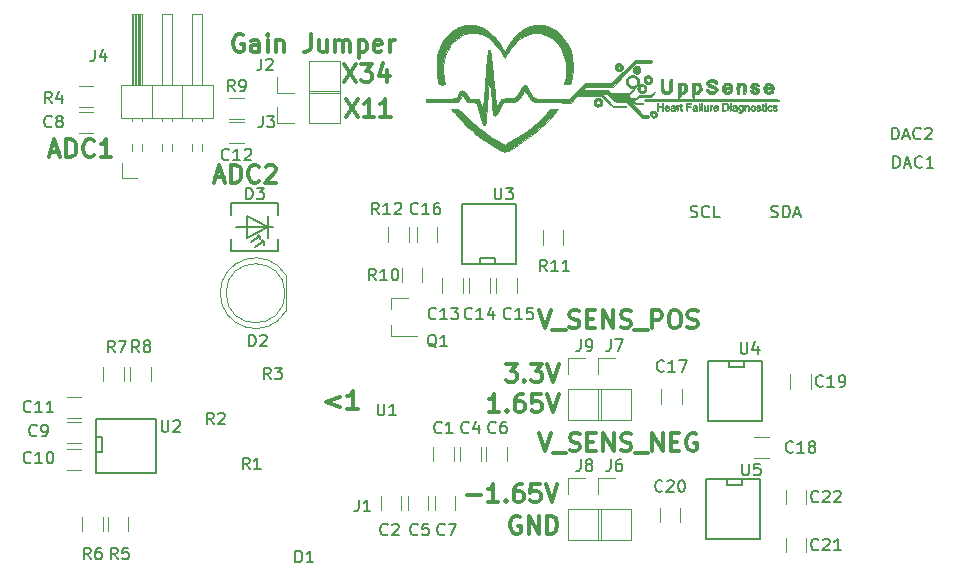
<source format=gbr>
G04 #@! TF.FileFunction,Legend,Top*
%FSLAX46Y46*%
G04 Gerber Fmt 4.6, Leading zero omitted, Abs format (unit mm)*
G04 Created by KiCad (PCBNEW 4.0.7-e1-6374~58~ubuntu17.04.1) date Mon Aug 21 14:59:55 2017*
%MOMM*%
%LPD*%
G01*
G04 APERTURE LIST*
%ADD10C,0.100000*%
%ADD11C,0.300000*%
%ADD12C,0.150000*%
%ADD13C,0.120000*%
%ADD14C,0.010000*%
G04 APERTURE END LIST*
D10*
D11*
X149079000Y-121860571D02*
X149579000Y-123360571D01*
X150079000Y-121860571D01*
X150221857Y-123503429D02*
X151364714Y-123503429D01*
X151650428Y-123289143D02*
X151864714Y-123360571D01*
X152221857Y-123360571D01*
X152364714Y-123289143D01*
X152436143Y-123217714D01*
X152507571Y-123074857D01*
X152507571Y-122932000D01*
X152436143Y-122789143D01*
X152364714Y-122717714D01*
X152221857Y-122646286D01*
X151936143Y-122574857D01*
X151793285Y-122503429D01*
X151721857Y-122432000D01*
X151650428Y-122289143D01*
X151650428Y-122146286D01*
X151721857Y-122003429D01*
X151793285Y-121932000D01*
X151936143Y-121860571D01*
X152293285Y-121860571D01*
X152507571Y-121932000D01*
X153150428Y-122574857D02*
X153650428Y-122574857D01*
X153864714Y-123360571D02*
X153150428Y-123360571D01*
X153150428Y-121860571D01*
X153864714Y-121860571D01*
X154507571Y-123360571D02*
X154507571Y-121860571D01*
X155364714Y-123360571D01*
X155364714Y-121860571D01*
X156007571Y-123289143D02*
X156221857Y-123360571D01*
X156579000Y-123360571D01*
X156721857Y-123289143D01*
X156793286Y-123217714D01*
X156864714Y-123074857D01*
X156864714Y-122932000D01*
X156793286Y-122789143D01*
X156721857Y-122717714D01*
X156579000Y-122646286D01*
X156293286Y-122574857D01*
X156150428Y-122503429D01*
X156079000Y-122432000D01*
X156007571Y-122289143D01*
X156007571Y-122146286D01*
X156079000Y-122003429D01*
X156150428Y-121932000D01*
X156293286Y-121860571D01*
X156650428Y-121860571D01*
X156864714Y-121932000D01*
X157150428Y-123503429D02*
X158293285Y-123503429D01*
X158650428Y-123360571D02*
X158650428Y-121860571D01*
X159507571Y-123360571D01*
X159507571Y-121860571D01*
X160221857Y-122574857D02*
X160721857Y-122574857D01*
X160936143Y-123360571D02*
X160221857Y-123360571D01*
X160221857Y-121860571D01*
X160936143Y-121860571D01*
X162364714Y-121932000D02*
X162221857Y-121860571D01*
X162007571Y-121860571D01*
X161793286Y-121932000D01*
X161650428Y-122074857D01*
X161579000Y-122217714D01*
X161507571Y-122503429D01*
X161507571Y-122717714D01*
X161579000Y-123003429D01*
X161650428Y-123146286D01*
X161793286Y-123289143D01*
X162007571Y-123360571D01*
X162150428Y-123360571D01*
X162364714Y-123289143D01*
X162436143Y-123217714D01*
X162436143Y-122717714D01*
X162150428Y-122717714D01*
X149043286Y-111446571D02*
X149543286Y-112946571D01*
X150043286Y-111446571D01*
X150186143Y-113089429D02*
X151329000Y-113089429D01*
X151614714Y-112875143D02*
X151829000Y-112946571D01*
X152186143Y-112946571D01*
X152329000Y-112875143D01*
X152400429Y-112803714D01*
X152471857Y-112660857D01*
X152471857Y-112518000D01*
X152400429Y-112375143D01*
X152329000Y-112303714D01*
X152186143Y-112232286D01*
X151900429Y-112160857D01*
X151757571Y-112089429D01*
X151686143Y-112018000D01*
X151614714Y-111875143D01*
X151614714Y-111732286D01*
X151686143Y-111589429D01*
X151757571Y-111518000D01*
X151900429Y-111446571D01*
X152257571Y-111446571D01*
X152471857Y-111518000D01*
X153114714Y-112160857D02*
X153614714Y-112160857D01*
X153829000Y-112946571D02*
X153114714Y-112946571D01*
X153114714Y-111446571D01*
X153829000Y-111446571D01*
X154471857Y-112946571D02*
X154471857Y-111446571D01*
X155329000Y-112946571D01*
X155329000Y-111446571D01*
X155971857Y-112875143D02*
X156186143Y-112946571D01*
X156543286Y-112946571D01*
X156686143Y-112875143D01*
X156757572Y-112803714D01*
X156829000Y-112660857D01*
X156829000Y-112518000D01*
X156757572Y-112375143D01*
X156686143Y-112303714D01*
X156543286Y-112232286D01*
X156257572Y-112160857D01*
X156114714Y-112089429D01*
X156043286Y-112018000D01*
X155971857Y-111875143D01*
X155971857Y-111732286D01*
X156043286Y-111589429D01*
X156114714Y-111518000D01*
X156257572Y-111446571D01*
X156614714Y-111446571D01*
X156829000Y-111518000D01*
X157114714Y-113089429D02*
X158257571Y-113089429D01*
X158614714Y-112946571D02*
X158614714Y-111446571D01*
X159186142Y-111446571D01*
X159329000Y-111518000D01*
X159400428Y-111589429D01*
X159471857Y-111732286D01*
X159471857Y-111946571D01*
X159400428Y-112089429D01*
X159329000Y-112160857D01*
X159186142Y-112232286D01*
X158614714Y-112232286D01*
X160400428Y-111446571D02*
X160686142Y-111446571D01*
X160829000Y-111518000D01*
X160971857Y-111660857D01*
X161043285Y-111946571D01*
X161043285Y-112446571D01*
X160971857Y-112732286D01*
X160829000Y-112875143D01*
X160686142Y-112946571D01*
X160400428Y-112946571D01*
X160257571Y-112875143D01*
X160114714Y-112732286D01*
X160043285Y-112446571D01*
X160043285Y-111946571D01*
X160114714Y-111660857D01*
X160257571Y-111518000D01*
X160400428Y-111446571D01*
X161614714Y-112875143D02*
X161829000Y-112946571D01*
X162186143Y-112946571D01*
X162329000Y-112875143D01*
X162400429Y-112803714D01*
X162471857Y-112660857D01*
X162471857Y-112518000D01*
X162400429Y-112375143D01*
X162329000Y-112303714D01*
X162186143Y-112232286D01*
X161900429Y-112160857D01*
X161757571Y-112089429D01*
X161686143Y-112018000D01*
X161614714Y-111875143D01*
X161614714Y-111732286D01*
X161686143Y-111589429D01*
X161757571Y-111518000D01*
X161900429Y-111446571D01*
X162257571Y-111446571D01*
X162471857Y-111518000D01*
X147447143Y-128917000D02*
X147304286Y-128845571D01*
X147090000Y-128845571D01*
X146875715Y-128917000D01*
X146732857Y-129059857D01*
X146661429Y-129202714D01*
X146590000Y-129488429D01*
X146590000Y-129702714D01*
X146661429Y-129988429D01*
X146732857Y-130131286D01*
X146875715Y-130274143D01*
X147090000Y-130345571D01*
X147232857Y-130345571D01*
X147447143Y-130274143D01*
X147518572Y-130202714D01*
X147518572Y-129702714D01*
X147232857Y-129702714D01*
X148161429Y-130345571D02*
X148161429Y-128845571D01*
X149018572Y-130345571D01*
X149018572Y-128845571D01*
X149732858Y-130345571D02*
X149732858Y-128845571D01*
X150090001Y-128845571D01*
X150304286Y-128917000D01*
X150447144Y-129059857D01*
X150518572Y-129202714D01*
X150590001Y-129488429D01*
X150590001Y-129702714D01*
X150518572Y-129988429D01*
X150447144Y-130131286D01*
X150304286Y-130274143D01*
X150090001Y-130345571D01*
X149732858Y-130345571D01*
X142970715Y-127107143D02*
X144113572Y-127107143D01*
X145613572Y-127678571D02*
X144756429Y-127678571D01*
X145185001Y-127678571D02*
X145185001Y-126178571D01*
X145042144Y-126392857D01*
X144899286Y-126535714D01*
X144756429Y-126607143D01*
X146256429Y-127535714D02*
X146327857Y-127607143D01*
X146256429Y-127678571D01*
X146185000Y-127607143D01*
X146256429Y-127535714D01*
X146256429Y-127678571D01*
X147613572Y-126178571D02*
X147327858Y-126178571D01*
X147185001Y-126250000D01*
X147113572Y-126321429D01*
X146970715Y-126535714D01*
X146899286Y-126821429D01*
X146899286Y-127392857D01*
X146970715Y-127535714D01*
X147042143Y-127607143D01*
X147185001Y-127678571D01*
X147470715Y-127678571D01*
X147613572Y-127607143D01*
X147685001Y-127535714D01*
X147756429Y-127392857D01*
X147756429Y-127035714D01*
X147685001Y-126892857D01*
X147613572Y-126821429D01*
X147470715Y-126750000D01*
X147185001Y-126750000D01*
X147042143Y-126821429D01*
X146970715Y-126892857D01*
X146899286Y-127035714D01*
X149113572Y-126178571D02*
X148399286Y-126178571D01*
X148327857Y-126892857D01*
X148399286Y-126821429D01*
X148542143Y-126750000D01*
X148899286Y-126750000D01*
X149042143Y-126821429D01*
X149113572Y-126892857D01*
X149185000Y-127035714D01*
X149185000Y-127392857D01*
X149113572Y-127535714D01*
X149042143Y-127607143D01*
X148899286Y-127678571D01*
X148542143Y-127678571D01*
X148399286Y-127607143D01*
X148327857Y-127535714D01*
X149613571Y-126178571D02*
X150113571Y-127678571D01*
X150613571Y-126178571D01*
X145701001Y-120058571D02*
X144843858Y-120058571D01*
X145272430Y-120058571D02*
X145272430Y-118558571D01*
X145129573Y-118772857D01*
X144986715Y-118915714D01*
X144843858Y-118987143D01*
X146343858Y-119915714D02*
X146415286Y-119987143D01*
X146343858Y-120058571D01*
X146272429Y-119987143D01*
X146343858Y-119915714D01*
X146343858Y-120058571D01*
X147701001Y-118558571D02*
X147415287Y-118558571D01*
X147272430Y-118630000D01*
X147201001Y-118701429D01*
X147058144Y-118915714D01*
X146986715Y-119201429D01*
X146986715Y-119772857D01*
X147058144Y-119915714D01*
X147129572Y-119987143D01*
X147272430Y-120058571D01*
X147558144Y-120058571D01*
X147701001Y-119987143D01*
X147772430Y-119915714D01*
X147843858Y-119772857D01*
X147843858Y-119415714D01*
X147772430Y-119272857D01*
X147701001Y-119201429D01*
X147558144Y-119130000D01*
X147272430Y-119130000D01*
X147129572Y-119201429D01*
X147058144Y-119272857D01*
X146986715Y-119415714D01*
X149201001Y-118558571D02*
X148486715Y-118558571D01*
X148415286Y-119272857D01*
X148486715Y-119201429D01*
X148629572Y-119130000D01*
X148986715Y-119130000D01*
X149129572Y-119201429D01*
X149201001Y-119272857D01*
X149272429Y-119415714D01*
X149272429Y-119772857D01*
X149201001Y-119915714D01*
X149129572Y-119987143D01*
X148986715Y-120058571D01*
X148629572Y-120058571D01*
X148486715Y-119987143D01*
X148415286Y-119915714D01*
X149701000Y-118558571D02*
X150201000Y-120058571D01*
X150701000Y-118558571D01*
X146248715Y-116018571D02*
X147177286Y-116018571D01*
X146677286Y-116590000D01*
X146891572Y-116590000D01*
X147034429Y-116661429D01*
X147105858Y-116732857D01*
X147177286Y-116875714D01*
X147177286Y-117232857D01*
X147105858Y-117375714D01*
X147034429Y-117447143D01*
X146891572Y-117518571D01*
X146463000Y-117518571D01*
X146320143Y-117447143D01*
X146248715Y-117375714D01*
X147820143Y-117375714D02*
X147891571Y-117447143D01*
X147820143Y-117518571D01*
X147748714Y-117447143D01*
X147820143Y-117375714D01*
X147820143Y-117518571D01*
X148391572Y-116018571D02*
X149320143Y-116018571D01*
X148820143Y-116590000D01*
X149034429Y-116590000D01*
X149177286Y-116661429D01*
X149248715Y-116732857D01*
X149320143Y-116875714D01*
X149320143Y-117232857D01*
X149248715Y-117375714D01*
X149177286Y-117447143D01*
X149034429Y-117518571D01*
X148605857Y-117518571D01*
X148463000Y-117447143D01*
X148391572Y-117375714D01*
X149748714Y-116018571D02*
X150248714Y-117518571D01*
X150748714Y-116018571D01*
X132691430Y-93539571D02*
X133691430Y-95039571D01*
X133691430Y-93539571D02*
X132691430Y-95039571D01*
X135048572Y-95039571D02*
X134191429Y-95039571D01*
X134620001Y-95039571D02*
X134620001Y-93539571D01*
X134477144Y-93753857D01*
X134334286Y-93896714D01*
X134191429Y-93968143D01*
X136477143Y-95039571D02*
X135620000Y-95039571D01*
X136048572Y-95039571D02*
X136048572Y-93539571D01*
X135905715Y-93753857D01*
X135762857Y-93896714D01*
X135620000Y-93968143D01*
X132564430Y-90618571D02*
X133564430Y-92118571D01*
X133564430Y-90618571D02*
X132564430Y-92118571D01*
X133993001Y-90618571D02*
X134921572Y-90618571D01*
X134421572Y-91190000D01*
X134635858Y-91190000D01*
X134778715Y-91261429D01*
X134850144Y-91332857D01*
X134921572Y-91475714D01*
X134921572Y-91832857D01*
X134850144Y-91975714D01*
X134778715Y-92047143D01*
X134635858Y-92118571D01*
X134207286Y-92118571D01*
X134064429Y-92047143D01*
X133993001Y-91975714D01*
X136207286Y-91118571D02*
X136207286Y-92118571D01*
X135850143Y-90547143D02*
X135493000Y-91618571D01*
X136421572Y-91618571D01*
X123992429Y-88150000D02*
X123849572Y-88078571D01*
X123635286Y-88078571D01*
X123421001Y-88150000D01*
X123278143Y-88292857D01*
X123206715Y-88435714D01*
X123135286Y-88721429D01*
X123135286Y-88935714D01*
X123206715Y-89221429D01*
X123278143Y-89364286D01*
X123421001Y-89507143D01*
X123635286Y-89578571D01*
X123778143Y-89578571D01*
X123992429Y-89507143D01*
X124063858Y-89435714D01*
X124063858Y-88935714D01*
X123778143Y-88935714D01*
X125349572Y-89578571D02*
X125349572Y-88792857D01*
X125278143Y-88650000D01*
X125135286Y-88578571D01*
X124849572Y-88578571D01*
X124706715Y-88650000D01*
X125349572Y-89507143D02*
X125206715Y-89578571D01*
X124849572Y-89578571D01*
X124706715Y-89507143D01*
X124635286Y-89364286D01*
X124635286Y-89221429D01*
X124706715Y-89078571D01*
X124849572Y-89007143D01*
X125206715Y-89007143D01*
X125349572Y-88935714D01*
X126063858Y-89578571D02*
X126063858Y-88578571D01*
X126063858Y-88078571D02*
X125992429Y-88150000D01*
X126063858Y-88221429D01*
X126135286Y-88150000D01*
X126063858Y-88078571D01*
X126063858Y-88221429D01*
X126778144Y-88578571D02*
X126778144Y-89578571D01*
X126778144Y-88721429D02*
X126849572Y-88650000D01*
X126992430Y-88578571D01*
X127206715Y-88578571D01*
X127349572Y-88650000D01*
X127421001Y-88792857D01*
X127421001Y-89578571D01*
X129706715Y-88078571D02*
X129706715Y-89150000D01*
X129635287Y-89364286D01*
X129492430Y-89507143D01*
X129278144Y-89578571D01*
X129135287Y-89578571D01*
X131063858Y-88578571D02*
X131063858Y-89578571D01*
X130421001Y-88578571D02*
X130421001Y-89364286D01*
X130492429Y-89507143D01*
X130635287Y-89578571D01*
X130849572Y-89578571D01*
X130992429Y-89507143D01*
X131063858Y-89435714D01*
X131778144Y-89578571D02*
X131778144Y-88578571D01*
X131778144Y-88721429D02*
X131849572Y-88650000D01*
X131992430Y-88578571D01*
X132206715Y-88578571D01*
X132349572Y-88650000D01*
X132421001Y-88792857D01*
X132421001Y-89578571D01*
X132421001Y-88792857D02*
X132492430Y-88650000D01*
X132635287Y-88578571D01*
X132849572Y-88578571D01*
X132992430Y-88650000D01*
X133063858Y-88792857D01*
X133063858Y-89578571D01*
X133778144Y-88578571D02*
X133778144Y-90078571D01*
X133778144Y-88650000D02*
X133921001Y-88578571D01*
X134206715Y-88578571D01*
X134349572Y-88650000D01*
X134421001Y-88721429D01*
X134492430Y-88864286D01*
X134492430Y-89292857D01*
X134421001Y-89435714D01*
X134349572Y-89507143D01*
X134206715Y-89578571D01*
X133921001Y-89578571D01*
X133778144Y-89507143D01*
X135706715Y-89507143D02*
X135563858Y-89578571D01*
X135278144Y-89578571D01*
X135135287Y-89507143D01*
X135063858Y-89364286D01*
X135063858Y-88792857D01*
X135135287Y-88650000D01*
X135278144Y-88578571D01*
X135563858Y-88578571D01*
X135706715Y-88650000D01*
X135778144Y-88792857D01*
X135778144Y-88935714D01*
X135063858Y-89078571D01*
X136421001Y-89578571D02*
X136421001Y-88578571D01*
X136421001Y-88864286D02*
X136492429Y-88721429D01*
X136563858Y-88650000D01*
X136706715Y-88578571D01*
X136849572Y-88578571D01*
X121634572Y-100199000D02*
X122348858Y-100199000D01*
X121491715Y-100627571D02*
X121991715Y-99127571D01*
X122491715Y-100627571D01*
X122991715Y-100627571D02*
X122991715Y-99127571D01*
X123348858Y-99127571D01*
X123563143Y-99199000D01*
X123706001Y-99341857D01*
X123777429Y-99484714D01*
X123848858Y-99770429D01*
X123848858Y-99984714D01*
X123777429Y-100270429D01*
X123706001Y-100413286D01*
X123563143Y-100556143D01*
X123348858Y-100627571D01*
X122991715Y-100627571D01*
X125348858Y-100484714D02*
X125277429Y-100556143D01*
X125063143Y-100627571D01*
X124920286Y-100627571D01*
X124706001Y-100556143D01*
X124563143Y-100413286D01*
X124491715Y-100270429D01*
X124420286Y-99984714D01*
X124420286Y-99770429D01*
X124491715Y-99484714D01*
X124563143Y-99341857D01*
X124706001Y-99199000D01*
X124920286Y-99127571D01*
X125063143Y-99127571D01*
X125277429Y-99199000D01*
X125348858Y-99270429D01*
X125920286Y-99270429D02*
X125991715Y-99199000D01*
X126134572Y-99127571D01*
X126491715Y-99127571D01*
X126634572Y-99199000D01*
X126706001Y-99270429D01*
X126777429Y-99413286D01*
X126777429Y-99556143D01*
X126706001Y-99770429D01*
X125848858Y-100627571D01*
X126777429Y-100627571D01*
X107664572Y-98040000D02*
X108378858Y-98040000D01*
X107521715Y-98468571D02*
X108021715Y-96968571D01*
X108521715Y-98468571D01*
X109021715Y-98468571D02*
X109021715Y-96968571D01*
X109378858Y-96968571D01*
X109593143Y-97040000D01*
X109736001Y-97182857D01*
X109807429Y-97325714D01*
X109878858Y-97611429D01*
X109878858Y-97825714D01*
X109807429Y-98111429D01*
X109736001Y-98254286D01*
X109593143Y-98397143D01*
X109378858Y-98468571D01*
X109021715Y-98468571D01*
X111378858Y-98325714D02*
X111307429Y-98397143D01*
X111093143Y-98468571D01*
X110950286Y-98468571D01*
X110736001Y-98397143D01*
X110593143Y-98254286D01*
X110521715Y-98111429D01*
X110450286Y-97825714D01*
X110450286Y-97611429D01*
X110521715Y-97325714D01*
X110593143Y-97182857D01*
X110736001Y-97040000D01*
X110950286Y-96968571D01*
X111093143Y-96968571D01*
X111307429Y-97040000D01*
X111378858Y-97111429D01*
X112807429Y-98468571D02*
X111950286Y-98468571D01*
X112378858Y-98468571D02*
X112378858Y-96968571D01*
X112236001Y-97182857D01*
X112093143Y-97325714D01*
X111950286Y-97397143D01*
X132191143Y-118804571D02*
X131048286Y-119233143D01*
X132191143Y-119661714D01*
X133691143Y-119804571D02*
X132834000Y-119804571D01*
X133262572Y-119804571D02*
X133262572Y-118304571D01*
X133119715Y-118518857D01*
X132976857Y-118661714D01*
X132834000Y-118733143D01*
D12*
X142494000Y-107505500D02*
X142494000Y-102425500D01*
X142494000Y-102425500D02*
X147066000Y-102425500D01*
X147066000Y-102425500D02*
X147066000Y-107505500D01*
X147066000Y-107505500D02*
X142494000Y-107505500D01*
X144018000Y-107505500D02*
X144018000Y-106997500D01*
X144018000Y-106997500D02*
X145288000Y-106997500D01*
X145288000Y-106997500D02*
X145288000Y-107505500D01*
D13*
X145424000Y-109947000D02*
X145424000Y-108747000D01*
X147184000Y-108747000D02*
X147184000Y-109947000D01*
X135645000Y-128362000D02*
X135645000Y-127162000D01*
X137405000Y-127162000D02*
X137405000Y-128362000D01*
X137931000Y-128362000D02*
X137931000Y-127162000D01*
X139691000Y-127162000D02*
X139691000Y-128362000D01*
X140217000Y-128362000D02*
X140217000Y-127162000D01*
X141977000Y-127162000D02*
X141977000Y-128362000D01*
X140090000Y-124234500D02*
X140090000Y-123034500D01*
X141850000Y-123034500D02*
X141850000Y-124234500D01*
X142376000Y-124234500D02*
X142376000Y-123034500D01*
X144136000Y-123034500D02*
X144136000Y-124234500D01*
X144598500Y-124234500D02*
X144598500Y-123034500D01*
X146358500Y-123034500D02*
X146358500Y-124234500D01*
X111297000Y-96398000D02*
X110097000Y-96398000D01*
X110097000Y-94638000D02*
X111297000Y-94638000D01*
X109081000Y-120927000D02*
X110281000Y-120927000D01*
X110281000Y-122687000D02*
X109081000Y-122687000D01*
X109081000Y-123213000D02*
X110281000Y-123213000D01*
X110281000Y-124973000D02*
X109081000Y-124973000D01*
X109081000Y-118768000D02*
X110281000Y-118768000D01*
X110281000Y-120528000D02*
X109081000Y-120528000D01*
X122844000Y-95513000D02*
X124044000Y-95513000D01*
X124044000Y-97273000D02*
X122844000Y-97273000D01*
X140852000Y-109947000D02*
X140852000Y-108747000D01*
X142612000Y-108747000D02*
X142612000Y-109947000D01*
X143138000Y-109947000D02*
X143138000Y-108747000D01*
X144898000Y-108747000D02*
X144898000Y-109947000D01*
X138693000Y-105629000D02*
X138693000Y-104429000D01*
X140453000Y-104429000D02*
X140453000Y-105629000D01*
X122058000Y-109995538D02*
G75*
G03X127608000Y-111540830I2990000J-462D01*
G01*
X122058000Y-109996462D02*
G75*
G02X127608000Y-108451170I2990000J462D01*
G01*
X127548000Y-109996000D02*
G75*
G03X127548000Y-109996000I-2500000J0D01*
G01*
X127608000Y-111541000D02*
X127608000Y-108451000D01*
D12*
X125768000Y-105594000D02*
X125568000Y-105494000D01*
X125768000Y-105594000D02*
X125768000Y-105894000D01*
X125468000Y-105194000D02*
X125468000Y-105394000D01*
X125468000Y-105394000D02*
X125468000Y-105194000D01*
X125468000Y-105194000D02*
X125268000Y-105094000D01*
X125468000Y-105194000D02*
X124668000Y-105694000D01*
X125768000Y-105594000D02*
X124968000Y-106094000D01*
X126068000Y-105294000D02*
X126068000Y-103494000D01*
X126068000Y-104394000D02*
X124368000Y-103494000D01*
X124368000Y-104394000D02*
X124368000Y-103494000D01*
X124368000Y-105294000D02*
X124368000Y-104394000D01*
X126068000Y-104394000D02*
X124368000Y-105294000D01*
X126568000Y-104394000D02*
X123468000Y-104394000D01*
X123468000Y-104394000D02*
X123368000Y-104394000D01*
X122968000Y-103394000D02*
X122968000Y-102394000D01*
X122968000Y-106394000D02*
X122968000Y-105394000D01*
X126968000Y-103394000D02*
X126968000Y-102394000D01*
X126968000Y-106394000D02*
X122968000Y-106394000D01*
X126968000Y-102394000D02*
X122968000Y-102394000D01*
X126968000Y-106394000D02*
X126968000Y-105394000D01*
D13*
X136527000Y-110434000D02*
X136527000Y-111364000D01*
X136527000Y-113594000D02*
X136527000Y-112664000D01*
X136527000Y-113594000D02*
X138687000Y-113594000D01*
X136527000Y-110434000D02*
X137987000Y-110434000D01*
X111297000Y-94239000D02*
X110097000Y-94239000D01*
X110097000Y-92479000D02*
X111297000Y-92479000D01*
X112531000Y-130140000D02*
X112531000Y-128940000D01*
X114291000Y-128940000D02*
X114291000Y-130140000D01*
X122844000Y-93481000D02*
X124044000Y-93481000D01*
X124044000Y-95241000D02*
X122844000Y-95241000D01*
X112150000Y-117440000D02*
X112150000Y-116240000D01*
X113910000Y-116240000D02*
X113910000Y-117440000D01*
X116196000Y-116240000D02*
X116196000Y-117440000D01*
X114436000Y-117440000D02*
X114436000Y-116240000D01*
X139183000Y-107858000D02*
X139183000Y-109058000D01*
X137423000Y-109058000D02*
X137423000Y-107858000D01*
X136280000Y-105629000D02*
X136280000Y-104429000D01*
X138040000Y-104429000D02*
X138040000Y-105629000D01*
D12*
X111506000Y-120650000D02*
X116586000Y-120650000D01*
X116586000Y-120650000D02*
X116586000Y-125222000D01*
X116586000Y-125222000D02*
X111506000Y-125222000D01*
X111506000Y-125222000D02*
X111506000Y-120650000D01*
X111506000Y-122174000D02*
X112014000Y-122174000D01*
X112014000Y-122174000D02*
X112014000Y-123444000D01*
X112014000Y-123444000D02*
X111506000Y-123444000D01*
D13*
X113625000Y-95127000D02*
X116285000Y-95127000D01*
X116285000Y-95127000D02*
X116285000Y-92387000D01*
X116285000Y-92387000D02*
X113625000Y-92387000D01*
X113625000Y-92387000D02*
X113625000Y-95127000D01*
X114575000Y-92387000D02*
X115455000Y-92387000D01*
X115455000Y-92387000D02*
X115455000Y-86387000D01*
X115455000Y-86387000D02*
X114575000Y-86387000D01*
X114575000Y-86387000D02*
X114575000Y-92387000D01*
X114575000Y-95437000D02*
X114575000Y-95127000D01*
X115455000Y-95437000D02*
X115455000Y-95127000D01*
X114575000Y-97977000D02*
X114575000Y-97377000D01*
X115455000Y-97977000D02*
X115455000Y-97377000D01*
X114695000Y-92387000D02*
X114695000Y-86387000D01*
X114815000Y-92387000D02*
X114815000Y-86387000D01*
X114935000Y-92387000D02*
X114935000Y-86387000D01*
X115055000Y-92387000D02*
X115055000Y-86387000D01*
X115175000Y-92387000D02*
X115175000Y-86387000D01*
X115295000Y-92387000D02*
X115295000Y-86387000D01*
X115415000Y-92387000D02*
X115415000Y-86387000D01*
X116285000Y-95127000D02*
X118825000Y-95127000D01*
X118825000Y-95127000D02*
X118825000Y-92387000D01*
X118825000Y-92387000D02*
X116285000Y-92387000D01*
X116285000Y-92387000D02*
X116285000Y-95127000D01*
X117115000Y-92387000D02*
X117995000Y-92387000D01*
X117995000Y-92387000D02*
X117995000Y-86387000D01*
X117995000Y-86387000D02*
X117115000Y-86387000D01*
X117115000Y-86387000D02*
X117115000Y-92387000D01*
X117115000Y-95437000D02*
X117115000Y-95127000D01*
X117995000Y-95437000D02*
X117995000Y-95127000D01*
X117115000Y-97977000D02*
X117115000Y-97377000D01*
X117995000Y-97977000D02*
X117995000Y-97377000D01*
X118825000Y-95127000D02*
X121485000Y-95127000D01*
X121485000Y-95127000D02*
X121485000Y-92387000D01*
X121485000Y-92387000D02*
X118825000Y-92387000D01*
X118825000Y-92387000D02*
X118825000Y-95127000D01*
X119655000Y-92387000D02*
X120535000Y-92387000D01*
X120535000Y-92387000D02*
X120535000Y-86387000D01*
X120535000Y-86387000D02*
X119655000Y-86387000D01*
X119655000Y-86387000D02*
X119655000Y-92387000D01*
X119655000Y-95437000D02*
X119655000Y-95127000D01*
X120535000Y-95437000D02*
X120535000Y-95127000D01*
X119655000Y-97977000D02*
X119655000Y-97377000D01*
X120535000Y-97977000D02*
X120535000Y-97377000D01*
X115015000Y-100217000D02*
X113745000Y-100217000D01*
X113745000Y-100217000D02*
X113745000Y-98947000D01*
X159394000Y-119345000D02*
X159394000Y-118145000D01*
X161154000Y-118145000D02*
X161154000Y-119345000D01*
X168494000Y-123943000D02*
X167294000Y-123943000D01*
X167294000Y-122183000D02*
X168494000Y-122183000D01*
X170316000Y-118075000D02*
X170316000Y-116875000D01*
X172076000Y-116875000D02*
X172076000Y-118075000D01*
X159267000Y-129378000D02*
X159267000Y-128178000D01*
X161027000Y-128178000D02*
X161027000Y-129378000D01*
X169935000Y-131918000D02*
X169935000Y-130718000D01*
X171695000Y-130718000D02*
X171695000Y-131918000D01*
X169935000Y-127854000D02*
X169935000Y-126654000D01*
X171695000Y-126654000D02*
X171695000Y-127854000D01*
X129540000Y-93084000D02*
X132200000Y-93084000D01*
X132200000Y-93084000D02*
X132200000Y-90304000D01*
X132200000Y-90304000D02*
X129540000Y-90304000D01*
X129540000Y-90304000D02*
X129540000Y-93084000D01*
X128270000Y-93084000D02*
X126880000Y-93084000D01*
X126880000Y-93084000D02*
X126880000Y-91694000D01*
X129540000Y-95624000D02*
X132200000Y-95624000D01*
X132200000Y-95624000D02*
X132200000Y-92844000D01*
X132200000Y-92844000D02*
X129540000Y-92844000D01*
X129540000Y-92844000D02*
X129540000Y-95624000D01*
X128270000Y-95624000D02*
X126880000Y-95624000D01*
X126880000Y-95624000D02*
X126880000Y-94234000D01*
X154058000Y-128270000D02*
X154058000Y-130930000D01*
X154058000Y-130930000D02*
X156838000Y-130930000D01*
X156838000Y-130930000D02*
X156838000Y-128270000D01*
X156838000Y-128270000D02*
X154058000Y-128270000D01*
X154058000Y-127000000D02*
X154058000Y-125610000D01*
X154058000Y-125610000D02*
X155448000Y-125610000D01*
X154058000Y-118110000D02*
X154058000Y-120770000D01*
X154058000Y-120770000D02*
X156838000Y-120770000D01*
X156838000Y-120770000D02*
X156838000Y-118110000D01*
X156838000Y-118110000D02*
X154058000Y-118110000D01*
X154058000Y-116840000D02*
X154058000Y-115450000D01*
X154058000Y-115450000D02*
X155448000Y-115450000D01*
X151518000Y-128270000D02*
X151518000Y-130930000D01*
X151518000Y-130930000D02*
X154298000Y-130930000D01*
X154298000Y-130930000D02*
X154298000Y-128270000D01*
X154298000Y-128270000D02*
X151518000Y-128270000D01*
X151518000Y-127000000D02*
X151518000Y-125610000D01*
X151518000Y-125610000D02*
X152908000Y-125610000D01*
X151518000Y-118110000D02*
X151518000Y-120770000D01*
X151518000Y-120770000D02*
X154298000Y-120770000D01*
X154298000Y-120770000D02*
X154298000Y-118110000D01*
X154298000Y-118110000D02*
X151518000Y-118110000D01*
X151518000Y-116840000D02*
X151518000Y-115450000D01*
X151518000Y-115450000D02*
X152908000Y-115450000D01*
X110372000Y-130140000D02*
X110372000Y-128940000D01*
X112132000Y-128940000D02*
X112132000Y-130140000D01*
X151121000Y-104683000D02*
X151121000Y-105883000D01*
X149361000Y-105883000D02*
X149361000Y-104683000D01*
D12*
X167894000Y-115697000D02*
X167894000Y-120777000D01*
X167894000Y-120777000D02*
X163322000Y-120777000D01*
X163322000Y-120777000D02*
X163322000Y-115697000D01*
X163322000Y-115697000D02*
X167894000Y-115697000D01*
X166370000Y-115697000D02*
X166370000Y-116205000D01*
X166370000Y-116205000D02*
X165100000Y-116205000D01*
X165100000Y-116205000D02*
X165100000Y-115697000D01*
X167767000Y-125730000D02*
X167767000Y-130810000D01*
X167767000Y-130810000D02*
X163195000Y-130810000D01*
X163195000Y-130810000D02*
X163195000Y-125730000D01*
X163195000Y-125730000D02*
X167767000Y-125730000D01*
X166243000Y-125730000D02*
X166243000Y-126238000D01*
X166243000Y-126238000D02*
X164973000Y-126238000D01*
X164973000Y-126238000D02*
X164973000Y-125730000D01*
D14*
G36*
X142829260Y-94989073D02*
X143393064Y-95523301D01*
X143953433Y-96002438D01*
X144519800Y-96433572D01*
X145101600Y-96823795D01*
X145708268Y-97180195D01*
X145839162Y-97251113D01*
X146142313Y-97413091D01*
X146493594Y-97219000D01*
X147094354Y-96865555D01*
X147681844Y-96477891D01*
X148246261Y-96063631D01*
X148777806Y-95630396D01*
X149266676Y-95185808D01*
X149703071Y-94737489D01*
X149746247Y-94689617D01*
X150034625Y-94367360D01*
X150345304Y-94364180D01*
X150475922Y-94362518D01*
X150564796Y-94365502D01*
X150612355Y-94380431D01*
X150619031Y-94414604D01*
X150585252Y-94475319D01*
X150511449Y-94569876D01*
X150398051Y-94705572D01*
X150367559Y-94742000D01*
X149768465Y-95411062D01*
X149127884Y-96034735D01*
X148449160Y-96610292D01*
X147735636Y-97135010D01*
X146990658Y-97606162D01*
X146555020Y-97848756D01*
X146412400Y-97922036D01*
X146285721Y-97982758D01*
X146187584Y-98025185D01*
X146130593Y-98043579D01*
X146126395Y-98043910D01*
X146079856Y-98029040D01*
X145988348Y-97987852D01*
X145862123Y-97925390D01*
X145711426Y-97846698D01*
X145573750Y-97771923D01*
X145120690Y-97508422D01*
X144657795Y-97214763D01*
X144206504Y-96905260D01*
X143788254Y-96594231D01*
X143668750Y-96499814D01*
X143426030Y-96296197D01*
X143164604Y-96061372D01*
X142893755Y-95804835D01*
X142622767Y-95536083D01*
X142360921Y-95264613D01*
X142117501Y-94999921D01*
X141901790Y-94751505D01*
X141723071Y-94528860D01*
X141663421Y-94448312D01*
X141600676Y-94361000D01*
X142196146Y-94361000D01*
X142829260Y-94989073D01*
X142829260Y-94989073D01*
G37*
X142829260Y-94989073D02*
X143393064Y-95523301D01*
X143953433Y-96002438D01*
X144519800Y-96433572D01*
X145101600Y-96823795D01*
X145708268Y-97180195D01*
X145839162Y-97251113D01*
X146142313Y-97413091D01*
X146493594Y-97219000D01*
X147094354Y-96865555D01*
X147681844Y-96477891D01*
X148246261Y-96063631D01*
X148777806Y-95630396D01*
X149266676Y-95185808D01*
X149703071Y-94737489D01*
X149746247Y-94689617D01*
X150034625Y-94367360D01*
X150345304Y-94364180D01*
X150475922Y-94362518D01*
X150564796Y-94365502D01*
X150612355Y-94380431D01*
X150619031Y-94414604D01*
X150585252Y-94475319D01*
X150511449Y-94569876D01*
X150398051Y-94705572D01*
X150367559Y-94742000D01*
X149768465Y-95411062D01*
X149127884Y-96034735D01*
X148449160Y-96610292D01*
X147735636Y-97135010D01*
X146990658Y-97606162D01*
X146555020Y-97848756D01*
X146412400Y-97922036D01*
X146285721Y-97982758D01*
X146187584Y-98025185D01*
X146130593Y-98043579D01*
X146126395Y-98043910D01*
X146079856Y-98029040D01*
X145988348Y-97987852D01*
X145862123Y-97925390D01*
X145711426Y-97846698D01*
X145573750Y-97771923D01*
X145120690Y-97508422D01*
X144657795Y-97214763D01*
X144206504Y-96905260D01*
X143788254Y-96594231D01*
X143668750Y-96499814D01*
X143426030Y-96296197D01*
X143164604Y-96061372D01*
X142893755Y-95804835D01*
X142622767Y-95536083D01*
X142360921Y-95264613D01*
X142117501Y-94999921D01*
X141901790Y-94751505D01*
X141723071Y-94528860D01*
X141663421Y-94448312D01*
X141600676Y-94361000D01*
X142196146Y-94361000D01*
X142829260Y-94989073D01*
G36*
X144866664Y-89420124D02*
X144895627Y-89431630D01*
X144906051Y-89467771D01*
X144922215Y-89564711D01*
X144943830Y-89720036D01*
X144970610Y-89931332D01*
X145002265Y-90196185D01*
X145038509Y-90512181D01*
X145079053Y-90876907D01*
X145123610Y-91287947D01*
X145171891Y-91742888D01*
X145176761Y-91789250D01*
X145216736Y-92167687D01*
X145255278Y-92527724D01*
X145291823Y-92864375D01*
X145325805Y-93172650D01*
X145356658Y-93447565D01*
X145383817Y-93684130D01*
X145406716Y-93877359D01*
X145424789Y-94022264D01*
X145437472Y-94113859D01*
X145444111Y-94147077D01*
X145467470Y-94131040D01*
X145513849Y-94069163D01*
X145576276Y-93971577D01*
X145639849Y-93862612D01*
X145729399Y-93710253D01*
X145799358Y-93608876D01*
X145855303Y-93551166D01*
X145891871Y-93532012D01*
X145950594Y-93524094D01*
X146059420Y-93517009D01*
X146204957Y-93511353D01*
X146373807Y-93507725D01*
X146453707Y-93506914D01*
X146936790Y-93503750D01*
X147047109Y-93406888D01*
X147103482Y-93344599D01*
X147182348Y-93240237D01*
X147274518Y-93106761D01*
X147370803Y-92957131D01*
X147401666Y-92906826D01*
X147518065Y-92717054D01*
X147608839Y-92575881D01*
X147679470Y-92476548D01*
X147735440Y-92412295D01*
X147782230Y-92376360D01*
X147825323Y-92361986D01*
X147844488Y-92360750D01*
X147878822Y-92363786D01*
X147911519Y-92377392D01*
X147947785Y-92408314D01*
X147992826Y-92463295D01*
X148051848Y-92549083D01*
X148130057Y-92672421D01*
X148232659Y-92840056D01*
X148298984Y-92949624D01*
X148410093Y-93130924D01*
X148496504Y-93264831D01*
X148564354Y-93359462D01*
X148619780Y-93422933D01*
X148668918Y-93463363D01*
X148701032Y-93481436D01*
X148733577Y-93494491D01*
X148775365Y-93505284D01*
X148832302Y-93514027D01*
X148910297Y-93520930D01*
X149015256Y-93526203D01*
X149153087Y-93530058D01*
X149329698Y-93532704D01*
X149550995Y-93534351D01*
X149822885Y-93535211D01*
X150151277Y-93535494D01*
X150218555Y-93535500D01*
X151622705Y-93535500D01*
X152273000Y-92884625D01*
X152923294Y-92233750D01*
X155176822Y-92233750D01*
X156178746Y-91233625D01*
X157180670Y-90233499D01*
X157853478Y-90233500D01*
X158526286Y-90233500D01*
X158578827Y-90313688D01*
X158612502Y-90374286D01*
X158607160Y-90415954D01*
X158574638Y-90456563D01*
X158551143Y-90478163D01*
X158519297Y-90494155D01*
X158470048Y-90505375D01*
X158394346Y-90512659D01*
X158283139Y-90516842D01*
X158127375Y-90518759D01*
X157918003Y-90519247D01*
X157895577Y-90519250D01*
X157273247Y-90519250D01*
X156273500Y-91519375D01*
X155273752Y-92519500D01*
X153048221Y-92519500D01*
X152908000Y-92662375D01*
X152767778Y-92805250D01*
X153847445Y-92805250D01*
X154927112Y-92805249D01*
X155051124Y-92932250D01*
X155175137Y-93059250D01*
X156633541Y-93059250D01*
X156847308Y-92852875D01*
X156944104Y-92762818D01*
X157026184Y-92692675D01*
X157081591Y-92652370D01*
X157095912Y-92646500D01*
X157130866Y-92665741D01*
X157117325Y-92721804D01*
X157056663Y-92812198D01*
X156950254Y-92934433D01*
X156919166Y-92967087D01*
X156707582Y-93186250D01*
X156009370Y-93186250D01*
X155782069Y-93186376D01*
X155611097Y-93187231D01*
X155489280Y-93189523D01*
X155409449Y-93193965D01*
X155364430Y-93201266D01*
X155347052Y-93212138D01*
X155350144Y-93227291D01*
X155366533Y-93247435D01*
X155368625Y-93249750D01*
X155392451Y-93271833D01*
X155424309Y-93288120D01*
X155473385Y-93299486D01*
X155548865Y-93306806D01*
X155659936Y-93310956D01*
X155815782Y-93312812D01*
X156025591Y-93313249D01*
X156034761Y-93313250D01*
X156245371Y-93313435D01*
X156401881Y-93314719D01*
X156513692Y-93318193D01*
X156590205Y-93324950D01*
X156640819Y-93336082D01*
X156674935Y-93352681D01*
X156701953Y-93375839D01*
X156718000Y-93392625D01*
X156763143Y-93433675D01*
X156814502Y-93457570D01*
X156890086Y-93468823D01*
X157007904Y-93471951D01*
X157034590Y-93472000D01*
X157158281Y-93470728D01*
X157238651Y-93462245D01*
X157295879Y-93439551D01*
X157350143Y-93395643D01*
X157400625Y-93345000D01*
X157524637Y-93218000D01*
X158473023Y-93218000D01*
X158610802Y-93091000D01*
X158708721Y-93011291D01*
X158785551Y-92969349D01*
X158833309Y-92968371D01*
X158845250Y-92997110D01*
X158824941Y-93035550D01*
X158771728Y-93104343D01*
X158698030Y-93187610D01*
X158550810Y-93345000D01*
X157556387Y-93345000D01*
X157432375Y-93472000D01*
X157358065Y-93543416D01*
X157296759Y-93581387D01*
X157222437Y-93596413D01*
X157117695Y-93599000D01*
X156927028Y-93599000D01*
X157067250Y-93741875D01*
X157207471Y-93884750D01*
X157550110Y-93884750D01*
X157704746Y-93886150D01*
X157806065Y-93891291D01*
X157864210Y-93901581D01*
X157889320Y-93918432D01*
X157892750Y-93932375D01*
X157883107Y-93953078D01*
X157847652Y-93966943D01*
X157776594Y-93975215D01*
X157660139Y-93979144D01*
X157518986Y-93980000D01*
X157145223Y-93980000D01*
X156876750Y-93710125D01*
X156608276Y-93440250D01*
X156089764Y-93440250D01*
X155876953Y-93442109D01*
X155721522Y-93447610D01*
X155625354Y-93456630D01*
X155590334Y-93469050D01*
X155590875Y-93472000D01*
X155629500Y-93484490D01*
X155722503Y-93494347D01*
X155860791Y-93500958D01*
X156035275Y-93503707D01*
X156061338Y-93503750D01*
X156512178Y-93503749D01*
X157194250Y-94186375D01*
X157876321Y-94869000D01*
X158061247Y-94869000D01*
X158212757Y-94878016D01*
X158309824Y-94907180D01*
X158359196Y-94959668D01*
X158369000Y-95013777D01*
X158350214Y-95077888D01*
X158289536Y-95121116D01*
X158180484Y-95145895D01*
X158016577Y-95154658D01*
X157993593Y-95154750D01*
X157781071Y-95154750D01*
X157099000Y-94472125D01*
X156416928Y-93789500D01*
X155528368Y-93789500D01*
X155178621Y-93441415D01*
X154828875Y-93093330D01*
X153876375Y-93071652D01*
X153622113Y-93066945D01*
X153375619Y-93064383D01*
X153147658Y-93063930D01*
X152948996Y-93065544D01*
X152790400Y-93069188D01*
X152682635Y-93074824D01*
X152669875Y-93076004D01*
X152544584Y-93091297D01*
X152482229Y-93104976D01*
X152482263Y-93116991D01*
X152544141Y-93127290D01*
X152667317Y-93135825D01*
X152851244Y-93142544D01*
X153095378Y-93147397D01*
X153399173Y-93150333D01*
X153479884Y-93150743D01*
X154353393Y-93154500D01*
X155334699Y-94137340D01*
X155891412Y-94145982D01*
X156095336Y-94149880D01*
X156243923Y-94154850D01*
X156345333Y-94161715D01*
X156407729Y-94171301D01*
X156439272Y-94184434D01*
X156448123Y-94201937D01*
X156448125Y-94202250D01*
X156439758Y-94219406D01*
X156409344Y-94232380D01*
X156348912Y-94241933D01*
X156250494Y-94248826D01*
X156106117Y-94253822D01*
X155907813Y-94257682D01*
X155860750Y-94258388D01*
X155273375Y-94266901D01*
X154781634Y-93774200D01*
X154289893Y-93281500D01*
X152269889Y-93281500D01*
X151996142Y-93569161D01*
X151722394Y-93856823D01*
X150195884Y-93846974D01*
X148669375Y-93837125D01*
X148520407Y-93749555D01*
X148462313Y-93711337D01*
X148406108Y-93663431D01*
X148346197Y-93598556D01*
X148276982Y-93509429D01*
X148192869Y-93388766D01*
X148088259Y-93229286D01*
X147957559Y-93023704D01*
X147934498Y-92987074D01*
X147891535Y-92919855D01*
X147857423Y-92879835D01*
X147824724Y-92871632D01*
X147786002Y-92899862D01*
X147733821Y-92969143D01*
X147660747Y-93084091D01*
X147588434Y-93201943D01*
X147504929Y-93331727D01*
X147418222Y-93456060D01*
X147343282Y-93553768D01*
X147323234Y-93577061D01*
X147247436Y-93656442D01*
X147176491Y-93715196D01*
X147098807Y-93756822D01*
X147002791Y-93784820D01*
X146876852Y-93802690D01*
X146709397Y-93813932D01*
X146514475Y-93821250D01*
X146010576Y-93837125D01*
X145741938Y-94345125D01*
X145651661Y-94512965D01*
X145567206Y-94664698D01*
X145494607Y-94789882D01*
X145439899Y-94878077D01*
X145411729Y-94916413D01*
X145362734Y-94957803D01*
X145317414Y-94957912D01*
X145264552Y-94931652D01*
X145178945Y-94883602D01*
X145093387Y-94058738D01*
X145064851Y-93783885D01*
X145033424Y-93481649D01*
X145001272Y-93172826D01*
X144970562Y-92878216D01*
X144943458Y-92618617D01*
X144935145Y-92539115D01*
X144912498Y-92334415D01*
X144890892Y-92161115D01*
X144871411Y-92026424D01*
X144855138Y-91937549D01*
X144843157Y-91901700D01*
X144839693Y-91904115D01*
X144832612Y-91947635D01*
X144821661Y-92047658D01*
X144807429Y-92197343D01*
X144790509Y-92389850D01*
X144771490Y-92618338D01*
X144750963Y-92875966D01*
X144729518Y-93155893D01*
X144716647Y-93329125D01*
X144682094Y-93795026D01*
X144651232Y-94200965D01*
X144623735Y-94550353D01*
X144599282Y-94846602D01*
X144577546Y-95093122D01*
X144558204Y-95293325D01*
X144540931Y-95450621D01*
X144525405Y-95568421D01*
X144511299Y-95650137D01*
X144498291Y-95699180D01*
X144489845Y-95715682D01*
X144421131Y-95754577D01*
X144336737Y-95742282D01*
X144297465Y-95718312D01*
X144274015Y-95675327D01*
X144237816Y-95576300D01*
X144190649Y-95427006D01*
X144134293Y-95233219D01*
X144070528Y-95000712D01*
X144035706Y-94869000D01*
X143977388Y-94646602D01*
X143922808Y-94439879D01*
X143874471Y-94258207D01*
X143834884Y-94110966D01*
X143806552Y-94007533D01*
X143792901Y-93960138D01*
X143761683Y-93860901D01*
X143401351Y-93847109D01*
X143213663Y-93836680D01*
X143076528Y-93818072D01*
X142977039Y-93785354D01*
X142902290Y-93732593D01*
X142839372Y-93653859D01*
X142787028Y-93564786D01*
X142724235Y-93451228D01*
X142661392Y-93340015D01*
X142634245Y-93293050D01*
X142568115Y-93180200D01*
X142409917Y-93458382D01*
X142356332Y-93554328D01*
X142310473Y-93633726D01*
X142266048Y-93698046D01*
X142216764Y-93748757D01*
X142156327Y-93787329D01*
X142078445Y-93815229D01*
X141976824Y-93833928D01*
X141845172Y-93844894D01*
X141677196Y-93849597D01*
X141466602Y-93849505D01*
X141207098Y-93846088D01*
X140892390Y-93840815D01*
X140779587Y-93838985D01*
X140448204Y-93833619D01*
X140175002Y-93828440D01*
X139954671Y-93822639D01*
X139781899Y-93815412D01*
X139651374Y-93805950D01*
X139557787Y-93793448D01*
X139495826Y-93777097D01*
X139460180Y-93756093D01*
X139445538Y-93729627D01*
X139446590Y-93696894D01*
X139458023Y-93657086D01*
X139464248Y-93639186D01*
X139495106Y-93551375D01*
X140737944Y-93535500D01*
X141013129Y-93531339D01*
X141268504Y-93526237D01*
X141497083Y-93520426D01*
X141691878Y-93514139D01*
X141845901Y-93507609D01*
X141952166Y-93501068D01*
X142003683Y-93494749D01*
X142007204Y-93493216D01*
X142033664Y-93456386D01*
X142084488Y-93377522D01*
X142151688Y-93269230D01*
X142208250Y-93175916D01*
X142310963Y-93014340D01*
X142396531Y-92905327D01*
X142472878Y-92843101D01*
X142547930Y-92821885D01*
X142629614Y-92835901D01*
X142659231Y-92847213D01*
X142716438Y-92881243D01*
X142774409Y-92940127D01*
X142841511Y-93034309D01*
X142926112Y-93174231D01*
X142938500Y-93195746D01*
X143025896Y-93339438D01*
X143100967Y-93445797D01*
X143157720Y-93506726D01*
X143176625Y-93517439D01*
X143232253Y-93524195D01*
X143336338Y-93529780D01*
X143473838Y-93533602D01*
X143625034Y-93535066D01*
X144009944Y-93535500D01*
X144148288Y-94057350D01*
X144194089Y-94227933D01*
X144234462Y-94374171D01*
X144266618Y-94486291D01*
X144287767Y-94554523D01*
X144294880Y-94570952D01*
X144298194Y-94555949D01*
X144303385Y-94513788D01*
X144310709Y-94441369D01*
X144320422Y-94335587D01*
X144332779Y-94193340D01*
X144348034Y-94011524D01*
X144366444Y-93787036D01*
X144388263Y-93516775D01*
X144413748Y-93197635D01*
X144443152Y-92826516D01*
X144476733Y-92400313D01*
X144514744Y-91915923D01*
X144542058Y-91567000D01*
X144574933Y-91147111D01*
X144603388Y-90786061D01*
X144627953Y-90479381D01*
X144649155Y-90222602D01*
X144667524Y-90011256D01*
X144683588Y-89840873D01*
X144697875Y-89706986D01*
X144710914Y-89605125D01*
X144723233Y-89530822D01*
X144735362Y-89479609D01*
X144747827Y-89447016D01*
X144761159Y-89428576D01*
X144775886Y-89419819D01*
X144792535Y-89416277D01*
X144796496Y-89415755D01*
X144866664Y-89420124D01*
X144866664Y-89420124D01*
G37*
X144866664Y-89420124D02*
X144895627Y-89431630D01*
X144906051Y-89467771D01*
X144922215Y-89564711D01*
X144943830Y-89720036D01*
X144970610Y-89931332D01*
X145002265Y-90196185D01*
X145038509Y-90512181D01*
X145079053Y-90876907D01*
X145123610Y-91287947D01*
X145171891Y-91742888D01*
X145176761Y-91789250D01*
X145216736Y-92167687D01*
X145255278Y-92527724D01*
X145291823Y-92864375D01*
X145325805Y-93172650D01*
X145356658Y-93447565D01*
X145383817Y-93684130D01*
X145406716Y-93877359D01*
X145424789Y-94022264D01*
X145437472Y-94113859D01*
X145444111Y-94147077D01*
X145467470Y-94131040D01*
X145513849Y-94069163D01*
X145576276Y-93971577D01*
X145639849Y-93862612D01*
X145729399Y-93710253D01*
X145799358Y-93608876D01*
X145855303Y-93551166D01*
X145891871Y-93532012D01*
X145950594Y-93524094D01*
X146059420Y-93517009D01*
X146204957Y-93511353D01*
X146373807Y-93507725D01*
X146453707Y-93506914D01*
X146936790Y-93503750D01*
X147047109Y-93406888D01*
X147103482Y-93344599D01*
X147182348Y-93240237D01*
X147274518Y-93106761D01*
X147370803Y-92957131D01*
X147401666Y-92906826D01*
X147518065Y-92717054D01*
X147608839Y-92575881D01*
X147679470Y-92476548D01*
X147735440Y-92412295D01*
X147782230Y-92376360D01*
X147825323Y-92361986D01*
X147844488Y-92360750D01*
X147878822Y-92363786D01*
X147911519Y-92377392D01*
X147947785Y-92408314D01*
X147992826Y-92463295D01*
X148051848Y-92549083D01*
X148130057Y-92672421D01*
X148232659Y-92840056D01*
X148298984Y-92949624D01*
X148410093Y-93130924D01*
X148496504Y-93264831D01*
X148564354Y-93359462D01*
X148619780Y-93422933D01*
X148668918Y-93463363D01*
X148701032Y-93481436D01*
X148733577Y-93494491D01*
X148775365Y-93505284D01*
X148832302Y-93514027D01*
X148910297Y-93520930D01*
X149015256Y-93526203D01*
X149153087Y-93530058D01*
X149329698Y-93532704D01*
X149550995Y-93534351D01*
X149822885Y-93535211D01*
X150151277Y-93535494D01*
X150218555Y-93535500D01*
X151622705Y-93535500D01*
X152273000Y-92884625D01*
X152923294Y-92233750D01*
X155176822Y-92233750D01*
X156178746Y-91233625D01*
X157180670Y-90233499D01*
X157853478Y-90233500D01*
X158526286Y-90233500D01*
X158578827Y-90313688D01*
X158612502Y-90374286D01*
X158607160Y-90415954D01*
X158574638Y-90456563D01*
X158551143Y-90478163D01*
X158519297Y-90494155D01*
X158470048Y-90505375D01*
X158394346Y-90512659D01*
X158283139Y-90516842D01*
X158127375Y-90518759D01*
X157918003Y-90519247D01*
X157895577Y-90519250D01*
X157273247Y-90519250D01*
X156273500Y-91519375D01*
X155273752Y-92519500D01*
X153048221Y-92519500D01*
X152908000Y-92662375D01*
X152767778Y-92805250D01*
X153847445Y-92805250D01*
X154927112Y-92805249D01*
X155051124Y-92932250D01*
X155175137Y-93059250D01*
X156633541Y-93059250D01*
X156847308Y-92852875D01*
X156944104Y-92762818D01*
X157026184Y-92692675D01*
X157081591Y-92652370D01*
X157095912Y-92646500D01*
X157130866Y-92665741D01*
X157117325Y-92721804D01*
X157056663Y-92812198D01*
X156950254Y-92934433D01*
X156919166Y-92967087D01*
X156707582Y-93186250D01*
X156009370Y-93186250D01*
X155782069Y-93186376D01*
X155611097Y-93187231D01*
X155489280Y-93189523D01*
X155409449Y-93193965D01*
X155364430Y-93201266D01*
X155347052Y-93212138D01*
X155350144Y-93227291D01*
X155366533Y-93247435D01*
X155368625Y-93249750D01*
X155392451Y-93271833D01*
X155424309Y-93288120D01*
X155473385Y-93299486D01*
X155548865Y-93306806D01*
X155659936Y-93310956D01*
X155815782Y-93312812D01*
X156025591Y-93313249D01*
X156034761Y-93313250D01*
X156245371Y-93313435D01*
X156401881Y-93314719D01*
X156513692Y-93318193D01*
X156590205Y-93324950D01*
X156640819Y-93336082D01*
X156674935Y-93352681D01*
X156701953Y-93375839D01*
X156718000Y-93392625D01*
X156763143Y-93433675D01*
X156814502Y-93457570D01*
X156890086Y-93468823D01*
X157007904Y-93471951D01*
X157034590Y-93472000D01*
X157158281Y-93470728D01*
X157238651Y-93462245D01*
X157295879Y-93439551D01*
X157350143Y-93395643D01*
X157400625Y-93345000D01*
X157524637Y-93218000D01*
X158473023Y-93218000D01*
X158610802Y-93091000D01*
X158708721Y-93011291D01*
X158785551Y-92969349D01*
X158833309Y-92968371D01*
X158845250Y-92997110D01*
X158824941Y-93035550D01*
X158771728Y-93104343D01*
X158698030Y-93187610D01*
X158550810Y-93345000D01*
X157556387Y-93345000D01*
X157432375Y-93472000D01*
X157358065Y-93543416D01*
X157296759Y-93581387D01*
X157222437Y-93596413D01*
X157117695Y-93599000D01*
X156927028Y-93599000D01*
X157067250Y-93741875D01*
X157207471Y-93884750D01*
X157550110Y-93884750D01*
X157704746Y-93886150D01*
X157806065Y-93891291D01*
X157864210Y-93901581D01*
X157889320Y-93918432D01*
X157892750Y-93932375D01*
X157883107Y-93953078D01*
X157847652Y-93966943D01*
X157776594Y-93975215D01*
X157660139Y-93979144D01*
X157518986Y-93980000D01*
X157145223Y-93980000D01*
X156876750Y-93710125D01*
X156608276Y-93440250D01*
X156089764Y-93440250D01*
X155876953Y-93442109D01*
X155721522Y-93447610D01*
X155625354Y-93456630D01*
X155590334Y-93469050D01*
X155590875Y-93472000D01*
X155629500Y-93484490D01*
X155722503Y-93494347D01*
X155860791Y-93500958D01*
X156035275Y-93503707D01*
X156061338Y-93503750D01*
X156512178Y-93503749D01*
X157194250Y-94186375D01*
X157876321Y-94869000D01*
X158061247Y-94869000D01*
X158212757Y-94878016D01*
X158309824Y-94907180D01*
X158359196Y-94959668D01*
X158369000Y-95013777D01*
X158350214Y-95077888D01*
X158289536Y-95121116D01*
X158180484Y-95145895D01*
X158016577Y-95154658D01*
X157993593Y-95154750D01*
X157781071Y-95154750D01*
X157099000Y-94472125D01*
X156416928Y-93789500D01*
X155528368Y-93789500D01*
X155178621Y-93441415D01*
X154828875Y-93093330D01*
X153876375Y-93071652D01*
X153622113Y-93066945D01*
X153375619Y-93064383D01*
X153147658Y-93063930D01*
X152948996Y-93065544D01*
X152790400Y-93069188D01*
X152682635Y-93074824D01*
X152669875Y-93076004D01*
X152544584Y-93091297D01*
X152482229Y-93104976D01*
X152482263Y-93116991D01*
X152544141Y-93127290D01*
X152667317Y-93135825D01*
X152851244Y-93142544D01*
X153095378Y-93147397D01*
X153399173Y-93150333D01*
X153479884Y-93150743D01*
X154353393Y-93154500D01*
X155334699Y-94137340D01*
X155891412Y-94145982D01*
X156095336Y-94149880D01*
X156243923Y-94154850D01*
X156345333Y-94161715D01*
X156407729Y-94171301D01*
X156439272Y-94184434D01*
X156448123Y-94201937D01*
X156448125Y-94202250D01*
X156439758Y-94219406D01*
X156409344Y-94232380D01*
X156348912Y-94241933D01*
X156250494Y-94248826D01*
X156106117Y-94253822D01*
X155907813Y-94257682D01*
X155860750Y-94258388D01*
X155273375Y-94266901D01*
X154781634Y-93774200D01*
X154289893Y-93281500D01*
X152269889Y-93281500D01*
X151996142Y-93569161D01*
X151722394Y-93856823D01*
X150195884Y-93846974D01*
X148669375Y-93837125D01*
X148520407Y-93749555D01*
X148462313Y-93711337D01*
X148406108Y-93663431D01*
X148346197Y-93598556D01*
X148276982Y-93509429D01*
X148192869Y-93388766D01*
X148088259Y-93229286D01*
X147957559Y-93023704D01*
X147934498Y-92987074D01*
X147891535Y-92919855D01*
X147857423Y-92879835D01*
X147824724Y-92871632D01*
X147786002Y-92899862D01*
X147733821Y-92969143D01*
X147660747Y-93084091D01*
X147588434Y-93201943D01*
X147504929Y-93331727D01*
X147418222Y-93456060D01*
X147343282Y-93553768D01*
X147323234Y-93577061D01*
X147247436Y-93656442D01*
X147176491Y-93715196D01*
X147098807Y-93756822D01*
X147002791Y-93784820D01*
X146876852Y-93802690D01*
X146709397Y-93813932D01*
X146514475Y-93821250D01*
X146010576Y-93837125D01*
X145741938Y-94345125D01*
X145651661Y-94512965D01*
X145567206Y-94664698D01*
X145494607Y-94789882D01*
X145439899Y-94878077D01*
X145411729Y-94916413D01*
X145362734Y-94957803D01*
X145317414Y-94957912D01*
X145264552Y-94931652D01*
X145178945Y-94883602D01*
X145093387Y-94058738D01*
X145064851Y-93783885D01*
X145033424Y-93481649D01*
X145001272Y-93172826D01*
X144970562Y-92878216D01*
X144943458Y-92618617D01*
X144935145Y-92539115D01*
X144912498Y-92334415D01*
X144890892Y-92161115D01*
X144871411Y-92026424D01*
X144855138Y-91937549D01*
X144843157Y-91901700D01*
X144839693Y-91904115D01*
X144832612Y-91947635D01*
X144821661Y-92047658D01*
X144807429Y-92197343D01*
X144790509Y-92389850D01*
X144771490Y-92618338D01*
X144750963Y-92875966D01*
X144729518Y-93155893D01*
X144716647Y-93329125D01*
X144682094Y-93795026D01*
X144651232Y-94200965D01*
X144623735Y-94550353D01*
X144599282Y-94846602D01*
X144577546Y-95093122D01*
X144558204Y-95293325D01*
X144540931Y-95450621D01*
X144525405Y-95568421D01*
X144511299Y-95650137D01*
X144498291Y-95699180D01*
X144489845Y-95715682D01*
X144421131Y-95754577D01*
X144336737Y-95742282D01*
X144297465Y-95718312D01*
X144274015Y-95675327D01*
X144237816Y-95576300D01*
X144190649Y-95427006D01*
X144134293Y-95233219D01*
X144070528Y-95000712D01*
X144035706Y-94869000D01*
X143977388Y-94646602D01*
X143922808Y-94439879D01*
X143874471Y-94258207D01*
X143834884Y-94110966D01*
X143806552Y-94007533D01*
X143792901Y-93960138D01*
X143761683Y-93860901D01*
X143401351Y-93847109D01*
X143213663Y-93836680D01*
X143076528Y-93818072D01*
X142977039Y-93785354D01*
X142902290Y-93732593D01*
X142839372Y-93653859D01*
X142787028Y-93564786D01*
X142724235Y-93451228D01*
X142661392Y-93340015D01*
X142634245Y-93293050D01*
X142568115Y-93180200D01*
X142409917Y-93458382D01*
X142356332Y-93554328D01*
X142310473Y-93633726D01*
X142266048Y-93698046D01*
X142216764Y-93748757D01*
X142156327Y-93787329D01*
X142078445Y-93815229D01*
X141976824Y-93833928D01*
X141845172Y-93844894D01*
X141677196Y-93849597D01*
X141466602Y-93849505D01*
X141207098Y-93846088D01*
X140892390Y-93840815D01*
X140779587Y-93838985D01*
X140448204Y-93833619D01*
X140175002Y-93828440D01*
X139954671Y-93822639D01*
X139781899Y-93815412D01*
X139651374Y-93805950D01*
X139557787Y-93793448D01*
X139495826Y-93777097D01*
X139460180Y-93756093D01*
X139445538Y-93729627D01*
X139446590Y-93696894D01*
X139458023Y-93657086D01*
X139464248Y-93639186D01*
X139495106Y-93551375D01*
X140737944Y-93535500D01*
X141013129Y-93531339D01*
X141268504Y-93526237D01*
X141497083Y-93520426D01*
X141691878Y-93514139D01*
X141845901Y-93507609D01*
X141952166Y-93501068D01*
X142003683Y-93494749D01*
X142007204Y-93493216D01*
X142033664Y-93456386D01*
X142084488Y-93377522D01*
X142151688Y-93269230D01*
X142208250Y-93175916D01*
X142310963Y-93014340D01*
X142396531Y-92905327D01*
X142472878Y-92843101D01*
X142547930Y-92821885D01*
X142629614Y-92835901D01*
X142659231Y-92847213D01*
X142716438Y-92881243D01*
X142774409Y-92940127D01*
X142841511Y-93034309D01*
X142926112Y-93174231D01*
X142938500Y-93195746D01*
X143025896Y-93339438D01*
X143100967Y-93445797D01*
X143157720Y-93506726D01*
X143176625Y-93517439D01*
X143232253Y-93524195D01*
X143336338Y-93529780D01*
X143473838Y-93533602D01*
X143625034Y-93535066D01*
X144009944Y-93535500D01*
X144148288Y-94057350D01*
X144194089Y-94227933D01*
X144234462Y-94374171D01*
X144266618Y-94486291D01*
X144287767Y-94554523D01*
X144294880Y-94570952D01*
X144298194Y-94555949D01*
X144303385Y-94513788D01*
X144310709Y-94441369D01*
X144320422Y-94335587D01*
X144332779Y-94193340D01*
X144348034Y-94011524D01*
X144366444Y-93787036D01*
X144388263Y-93516775D01*
X144413748Y-93197635D01*
X144443152Y-92826516D01*
X144476733Y-92400313D01*
X144514744Y-91915923D01*
X144542058Y-91567000D01*
X144574933Y-91147111D01*
X144603388Y-90786061D01*
X144627953Y-90479381D01*
X144649155Y-90222602D01*
X144667524Y-90011256D01*
X144683588Y-89840873D01*
X144697875Y-89706986D01*
X144710914Y-89605125D01*
X144723233Y-89530822D01*
X144735362Y-89479609D01*
X144747827Y-89447016D01*
X144761159Y-89428576D01*
X144775886Y-89419819D01*
X144792535Y-89416277D01*
X144796496Y-89415755D01*
X144866664Y-89420124D01*
G36*
X158862106Y-94558536D02*
X158959647Y-94627713D01*
X159021217Y-94734636D01*
X159035750Y-94830526D01*
X159015781Y-94963314D01*
X158950901Y-95057859D01*
X158877635Y-95106796D01*
X158762102Y-95148610D01*
X158659459Y-95139586D01*
X158594744Y-95110442D01*
X158495143Y-95024073D01*
X158443775Y-94912865D01*
X158441497Y-94838001D01*
X158623000Y-94838001D01*
X158647725Y-94917487D01*
X158708004Y-94960534D01*
X158782991Y-94959880D01*
X158846030Y-94915684D01*
X158870140Y-94860068D01*
X158850598Y-94788684D01*
X158795603Y-94724472D01*
X158726249Y-94708978D01*
X158662905Y-94737790D01*
X158625940Y-94806494D01*
X158623000Y-94838001D01*
X158441497Y-94838001D01*
X158440116Y-94792657D01*
X158483641Y-94679293D01*
X158573827Y-94588612D01*
X158612733Y-94566841D01*
X158742000Y-94535460D01*
X158862106Y-94558536D01*
X158862106Y-94558536D01*
G37*
X158862106Y-94558536D02*
X158959647Y-94627713D01*
X159021217Y-94734636D01*
X159035750Y-94830526D01*
X159015781Y-94963314D01*
X158950901Y-95057859D01*
X158877635Y-95106796D01*
X158762102Y-95148610D01*
X158659459Y-95139586D01*
X158594744Y-95110442D01*
X158495143Y-95024073D01*
X158443775Y-94912865D01*
X158441497Y-94838001D01*
X158623000Y-94838001D01*
X158647725Y-94917487D01*
X158708004Y-94960534D01*
X158782991Y-94959880D01*
X158846030Y-94915684D01*
X158870140Y-94860068D01*
X158850598Y-94788684D01*
X158795603Y-94724472D01*
X158726249Y-94708978D01*
X158662905Y-94737790D01*
X158625940Y-94806494D01*
X158623000Y-94838001D01*
X158441497Y-94838001D01*
X158440116Y-94792657D01*
X158483641Y-94679293D01*
X158573827Y-94588612D01*
X158612733Y-94566841D01*
X158742000Y-94535460D01*
X158862106Y-94558536D01*
G36*
X166306500Y-94358732D02*
X166303394Y-94509497D01*
X166292867Y-94609162D01*
X166273098Y-94669877D01*
X166256607Y-94692107D01*
X166175287Y-94733740D01*
X166072258Y-94736770D01*
X165976602Y-94700700D01*
X165971305Y-94696970D01*
X165932428Y-94650777D01*
X165944002Y-94622045D01*
X165993040Y-94625435D01*
X166021763Y-94640014D01*
X166114278Y-94676001D01*
X166183000Y-94653274D01*
X166210132Y-94617087D01*
X166239008Y-94551984D01*
X166226065Y-94528970D01*
X166165916Y-94537886D01*
X166052066Y-94542656D01*
X165969638Y-94492327D01*
X165926508Y-94411681D01*
X165909604Y-94307086D01*
X166020750Y-94307086D01*
X166025221Y-94396500D01*
X166036457Y-94456670D01*
X166041916Y-94466833D01*
X166101994Y-94488666D01*
X166170502Y-94467176D01*
X166212090Y-94422929D01*
X166238874Y-94329414D01*
X166227550Y-94240767D01*
X166186173Y-94172839D01*
X166122796Y-94141484D01*
X166072690Y-94148575D01*
X166036258Y-94186730D01*
X166021502Y-94271491D01*
X166020750Y-94307086D01*
X165909604Y-94307086D01*
X165908049Y-94297466D01*
X165926533Y-94215407D01*
X165966374Y-94135853D01*
X166021283Y-94093482D01*
X166110438Y-94077361D01*
X166171562Y-94075736D01*
X166306500Y-94075250D01*
X166306500Y-94358732D01*
X166306500Y-94358732D01*
G37*
X166306500Y-94358732D02*
X166303394Y-94509497D01*
X166292867Y-94609162D01*
X166273098Y-94669877D01*
X166256607Y-94692107D01*
X166175287Y-94733740D01*
X166072258Y-94736770D01*
X165976602Y-94700700D01*
X165971305Y-94696970D01*
X165932428Y-94650777D01*
X165944002Y-94622045D01*
X165993040Y-94625435D01*
X166021763Y-94640014D01*
X166114278Y-94676001D01*
X166183000Y-94653274D01*
X166210132Y-94617087D01*
X166239008Y-94551984D01*
X166226065Y-94528970D01*
X166165916Y-94537886D01*
X166052066Y-94542656D01*
X165969638Y-94492327D01*
X165926508Y-94411681D01*
X165909604Y-94307086D01*
X166020750Y-94307086D01*
X166025221Y-94396500D01*
X166036457Y-94456670D01*
X166041916Y-94466833D01*
X166101994Y-94488666D01*
X166170502Y-94467176D01*
X166212090Y-94422929D01*
X166238874Y-94329414D01*
X166227550Y-94240767D01*
X166186173Y-94172839D01*
X166122796Y-94141484D01*
X166072690Y-94148575D01*
X166036258Y-94186730D01*
X166021502Y-94271491D01*
X166020750Y-94307086D01*
X165909604Y-94307086D01*
X165908049Y-94297466D01*
X165926533Y-94215407D01*
X165966374Y-94135853D01*
X166021283Y-94093482D01*
X166110438Y-94077361D01*
X166171562Y-94075736D01*
X166306500Y-94075250D01*
X166306500Y-94358732D01*
G36*
X159517873Y-93894970D02*
X159532020Y-93932465D01*
X159540032Y-94007486D01*
X159543373Y-94130284D01*
X159543750Y-94218125D01*
X159542289Y-94370362D01*
X159536933Y-94469396D01*
X159526216Y-94525479D01*
X159508673Y-94548861D01*
X159496125Y-94551500D01*
X159466175Y-94534505D01*
X159451547Y-94475664D01*
X159448500Y-94392750D01*
X159448500Y-94234000D01*
X159131000Y-94234000D01*
X159131000Y-94392750D01*
X159125901Y-94492581D01*
X159108249Y-94541341D01*
X159083375Y-94551500D01*
X159061700Y-94541321D01*
X159047571Y-94503975D01*
X159039538Y-94429240D01*
X159036154Y-94306898D01*
X159035750Y-94215479D01*
X159037637Y-94058912D01*
X159043935Y-93957988D01*
X159055599Y-93904940D01*
X159073582Y-93892006D01*
X159075437Y-93892509D01*
X159102229Y-93929494D01*
X159121452Y-94006346D01*
X159124888Y-94038030D01*
X159134651Y-94170500D01*
X159448500Y-94170500D01*
X159448500Y-94027625D01*
X159454732Y-93933454D01*
X159475925Y-93890559D01*
X159496125Y-93884750D01*
X159517873Y-93894970D01*
X159517873Y-93894970D01*
G37*
X159517873Y-93894970D02*
X159532020Y-93932465D01*
X159540032Y-94007486D01*
X159543373Y-94130284D01*
X159543750Y-94218125D01*
X159542289Y-94370362D01*
X159536933Y-94469396D01*
X159526216Y-94525479D01*
X159508673Y-94548861D01*
X159496125Y-94551500D01*
X159466175Y-94534505D01*
X159451547Y-94475664D01*
X159448500Y-94392750D01*
X159448500Y-94234000D01*
X159131000Y-94234000D01*
X159131000Y-94392750D01*
X159125901Y-94492581D01*
X159108249Y-94541341D01*
X159083375Y-94551500D01*
X159061700Y-94541321D01*
X159047571Y-94503975D01*
X159039538Y-94429240D01*
X159036154Y-94306898D01*
X159035750Y-94215479D01*
X159037637Y-94058912D01*
X159043935Y-93957988D01*
X159055599Y-93904940D01*
X159073582Y-93892006D01*
X159075437Y-93892509D01*
X159102229Y-93929494D01*
X159121452Y-94006346D01*
X159124888Y-94038030D01*
X159134651Y-94170500D01*
X159448500Y-94170500D01*
X159448500Y-94027625D01*
X159454732Y-93933454D01*
X159475925Y-93890559D01*
X159496125Y-93884750D01*
X159517873Y-93894970D01*
G36*
X159993887Y-94112323D02*
X160060493Y-94178869D01*
X160083500Y-94260312D01*
X160076254Y-94301977D01*
X160043748Y-94322430D01*
X159969832Y-94328929D01*
X159930041Y-94329250D01*
X159818822Y-94333817D01*
X159762041Y-94351057D01*
X159751065Y-94386273D01*
X159768234Y-94428674D01*
X159826652Y-94478818D01*
X159912258Y-94481474D01*
X159987236Y-94449514D01*
X160048164Y-94428211D01*
X160077097Y-94445203D01*
X160061047Y-94485831D01*
X160037694Y-94506470D01*
X159944512Y-94544487D01*
X159838174Y-94546545D01*
X159747135Y-94513824D01*
X159723295Y-94493437D01*
X159685248Y-94414987D01*
X159671552Y-94309195D01*
X159678434Y-94242600D01*
X159750111Y-94242600D01*
X159769046Y-94260862D01*
X159835574Y-94265649D01*
X159860132Y-94265750D01*
X159940090Y-94260159D01*
X159984820Y-94246181D01*
X159988250Y-94240350D01*
X159961713Y-94188655D01*
X159901189Y-94148386D01*
X159856017Y-94138750D01*
X159797610Y-94164201D01*
X159766000Y-94202250D01*
X159750111Y-94242600D01*
X159678434Y-94242600D01*
X159682410Y-94204135D01*
X159718025Y-94127879D01*
X159720642Y-94125142D01*
X159805000Y-94078396D01*
X159902402Y-94076478D01*
X159993887Y-94112323D01*
X159993887Y-94112323D01*
G37*
X159993887Y-94112323D02*
X160060493Y-94178869D01*
X160083500Y-94260312D01*
X160076254Y-94301977D01*
X160043748Y-94322430D01*
X159969832Y-94328929D01*
X159930041Y-94329250D01*
X159818822Y-94333817D01*
X159762041Y-94351057D01*
X159751065Y-94386273D01*
X159768234Y-94428674D01*
X159826652Y-94478818D01*
X159912258Y-94481474D01*
X159987236Y-94449514D01*
X160048164Y-94428211D01*
X160077097Y-94445203D01*
X160061047Y-94485831D01*
X160037694Y-94506470D01*
X159944512Y-94544487D01*
X159838174Y-94546545D01*
X159747135Y-94513824D01*
X159723295Y-94493437D01*
X159685248Y-94414987D01*
X159671552Y-94309195D01*
X159678434Y-94242600D01*
X159750111Y-94242600D01*
X159769046Y-94260862D01*
X159835574Y-94265649D01*
X159860132Y-94265750D01*
X159940090Y-94260159D01*
X159984820Y-94246181D01*
X159988250Y-94240350D01*
X159961713Y-94188655D01*
X159901189Y-94148386D01*
X159856017Y-94138750D01*
X159797610Y-94164201D01*
X159766000Y-94202250D01*
X159750111Y-94242600D01*
X159678434Y-94242600D01*
X159682410Y-94204135D01*
X159718025Y-94127879D01*
X159720642Y-94125142D01*
X159805000Y-94078396D01*
X159902402Y-94076478D01*
X159993887Y-94112323D01*
G36*
X160451263Y-94082597D02*
X160515786Y-94109415D01*
X160521085Y-94114937D01*
X160540254Y-94166361D01*
X160556531Y-94258986D01*
X160564661Y-94347669D01*
X160575625Y-94540714D01*
X160397790Y-94545543D01*
X160296688Y-94544786D01*
X160223304Y-94537749D01*
X160199353Y-94529769D01*
X160184190Y-94485755D01*
X160180184Y-94437563D01*
X160250469Y-94437563D01*
X160257265Y-94454859D01*
X160306403Y-94483033D01*
X160380544Y-94484073D01*
X160447661Y-94458769D01*
X160458150Y-94449900D01*
X160495493Y-94387870D01*
X160474261Y-94344423D01*
X160404887Y-94329250D01*
X160323763Y-94345969D01*
X160266785Y-94386758D01*
X160250469Y-94437563D01*
X160180184Y-94437563D01*
X160178750Y-94420325D01*
X160204835Y-94332728D01*
X160283117Y-94281243D01*
X160402309Y-94265750D01*
X160470690Y-94258930D01*
X160488514Y-94233558D01*
X160483771Y-94215528D01*
X160466961Y-94164915D01*
X160464500Y-94152028D01*
X160438830Y-94138280D01*
X160378964Y-94142157D01*
X160310615Y-94160239D01*
X160275013Y-94177235D01*
X160213799Y-94199116D01*
X160185992Y-94179937D01*
X160204547Y-94130358D01*
X160209863Y-94123642D01*
X160269707Y-94090511D01*
X160359706Y-94076563D01*
X160451263Y-94082597D01*
X160451263Y-94082597D01*
G37*
X160451263Y-94082597D02*
X160515786Y-94109415D01*
X160521085Y-94114937D01*
X160540254Y-94166361D01*
X160556531Y-94258986D01*
X160564661Y-94347669D01*
X160575625Y-94540714D01*
X160397790Y-94545543D01*
X160296688Y-94544786D01*
X160223304Y-94537749D01*
X160199353Y-94529769D01*
X160184190Y-94485755D01*
X160180184Y-94437563D01*
X160250469Y-94437563D01*
X160257265Y-94454859D01*
X160306403Y-94483033D01*
X160380544Y-94484073D01*
X160447661Y-94458769D01*
X160458150Y-94449900D01*
X160495493Y-94387870D01*
X160474261Y-94344423D01*
X160404887Y-94329250D01*
X160323763Y-94345969D01*
X160266785Y-94386758D01*
X160250469Y-94437563D01*
X160180184Y-94437563D01*
X160178750Y-94420325D01*
X160204835Y-94332728D01*
X160283117Y-94281243D01*
X160402309Y-94265750D01*
X160470690Y-94258930D01*
X160488514Y-94233558D01*
X160483771Y-94215528D01*
X160466961Y-94164915D01*
X160464500Y-94152028D01*
X160438830Y-94138280D01*
X160378964Y-94142157D01*
X160310615Y-94160239D01*
X160275013Y-94177235D01*
X160213799Y-94199116D01*
X160185992Y-94179937D01*
X160204547Y-94130358D01*
X160209863Y-94123642D01*
X160269707Y-94090511D01*
X160359706Y-94076563D01*
X160451263Y-94082597D01*
G36*
X160905912Y-94090593D02*
X160936573Y-94110204D01*
X160905341Y-94142080D01*
X160861375Y-94164722D01*
X160815196Y-94192950D01*
X160791398Y-94235897D01*
X160782822Y-94312639D01*
X160782000Y-94376194D01*
X160777754Y-94481734D01*
X160762849Y-94536179D01*
X160734375Y-94551500D01*
X160709055Y-94538872D01*
X160694290Y-94493299D01*
X160687729Y-94403240D01*
X160686750Y-94317704D01*
X160686750Y-94083909D01*
X160813750Y-94083909D01*
X160905912Y-94090593D01*
X160905912Y-94090593D01*
G37*
X160905912Y-94090593D02*
X160936573Y-94110204D01*
X160905341Y-94142080D01*
X160861375Y-94164722D01*
X160815196Y-94192950D01*
X160791398Y-94235897D01*
X160782822Y-94312639D01*
X160782000Y-94376194D01*
X160777754Y-94481734D01*
X160762849Y-94536179D01*
X160734375Y-94551500D01*
X160709055Y-94538872D01*
X160694290Y-94493299D01*
X160687729Y-94403240D01*
X160686750Y-94317704D01*
X160686750Y-94083909D01*
X160813750Y-94083909D01*
X160905912Y-94090593D01*
G36*
X161092097Y-93969635D02*
X161099500Y-94009104D01*
X161117803Y-94068846D01*
X161139187Y-94088479D01*
X161162536Y-94109330D01*
X161139187Y-94125520D01*
X161112043Y-94168292D01*
X161099253Y-94248435D01*
X161100274Y-94341993D01*
X161114565Y-94425010D01*
X161141583Y-94473529D01*
X161147125Y-94476518D01*
X161191556Y-94508784D01*
X161179379Y-94538615D01*
X161117514Y-94551500D01*
X161048111Y-94530176D01*
X161023169Y-94495937D01*
X161010462Y-94424078D01*
X161002305Y-94319027D01*
X160999001Y-94201605D01*
X161000855Y-94092633D01*
X161008172Y-94012931D01*
X161015731Y-93987109D01*
X161058761Y-93950010D01*
X161092097Y-93969635D01*
X161092097Y-93969635D01*
G37*
X161092097Y-93969635D02*
X161099500Y-94009104D01*
X161117803Y-94068846D01*
X161139187Y-94088479D01*
X161162536Y-94109330D01*
X161139187Y-94125520D01*
X161112043Y-94168292D01*
X161099253Y-94248435D01*
X161100274Y-94341993D01*
X161114565Y-94425010D01*
X161141583Y-94473529D01*
X161147125Y-94476518D01*
X161191556Y-94508784D01*
X161179379Y-94538615D01*
X161117514Y-94551500D01*
X161048111Y-94530176D01*
X161023169Y-94495937D01*
X161010462Y-94424078D01*
X161002305Y-94319027D01*
X160999001Y-94201605D01*
X161000855Y-94092633D01*
X161008172Y-94012931D01*
X161015731Y-93987109D01*
X161058761Y-93950010D01*
X161092097Y-93969635D01*
G36*
X161726562Y-93891236D02*
X161849737Y-93902435D01*
X161919881Y-93920269D01*
X161934641Y-93940661D01*
X161891663Y-93959536D01*
X161788593Y-93972817D01*
X161774187Y-93973721D01*
X161677224Y-93981423D01*
X161627761Y-93996599D01*
X161609843Y-94029128D01*
X161607500Y-94076909D01*
X161611786Y-94134470D01*
X161636127Y-94161734D01*
X161697744Y-94169981D01*
X161750375Y-94170500D01*
X161844545Y-94176732D01*
X161887440Y-94197925D01*
X161893250Y-94218125D01*
X161874551Y-94249515D01*
X161810973Y-94263813D01*
X161750375Y-94265750D01*
X161607500Y-94265750D01*
X161607500Y-94408625D01*
X161601267Y-94502795D01*
X161580074Y-94545690D01*
X161559875Y-94551500D01*
X161538167Y-94541302D01*
X161524029Y-94503889D01*
X161516006Y-94429025D01*
X161512642Y-94306478D01*
X161512250Y-94216674D01*
X161512250Y-93881848D01*
X161726562Y-93891236D01*
X161726562Y-93891236D01*
G37*
X161726562Y-93891236D02*
X161849737Y-93902435D01*
X161919881Y-93920269D01*
X161934641Y-93940661D01*
X161891663Y-93959536D01*
X161788593Y-93972817D01*
X161774187Y-93973721D01*
X161677224Y-93981423D01*
X161627761Y-93996599D01*
X161609843Y-94029128D01*
X161607500Y-94076909D01*
X161611786Y-94134470D01*
X161636127Y-94161734D01*
X161697744Y-94169981D01*
X161750375Y-94170500D01*
X161844545Y-94176732D01*
X161887440Y-94197925D01*
X161893250Y-94218125D01*
X161874551Y-94249515D01*
X161810973Y-94263813D01*
X161750375Y-94265750D01*
X161607500Y-94265750D01*
X161607500Y-94408625D01*
X161601267Y-94502795D01*
X161580074Y-94545690D01*
X161559875Y-94551500D01*
X161538167Y-94541302D01*
X161524029Y-94503889D01*
X161516006Y-94429025D01*
X161512642Y-94306478D01*
X161512250Y-94216674D01*
X161512250Y-93881848D01*
X161726562Y-93891236D01*
G36*
X162329961Y-94083892D02*
X162394885Y-94113335D01*
X162394900Y-94113350D01*
X162415655Y-94164599D01*
X162429399Y-94257985D01*
X162433000Y-94344656D01*
X162433000Y-94537863D01*
X162257579Y-94545204D01*
X162152049Y-94545762D01*
X162093353Y-94533528D01*
X162065437Y-94504497D01*
X162062183Y-94496459D01*
X162039231Y-94437563D01*
X162123719Y-94437563D01*
X162130515Y-94454859D01*
X162183382Y-94485553D01*
X162266456Y-94473741D01*
X162308087Y-94455132D01*
X162363664Y-94405339D01*
X162361740Y-94358561D01*
X162306220Y-94331215D01*
X162278137Y-94329250D01*
X162197013Y-94345969D01*
X162140035Y-94386758D01*
X162123719Y-94437563D01*
X162039231Y-94437563D01*
X162039116Y-94437269D01*
X162030071Y-94417720D01*
X162038828Y-94376023D01*
X162087961Y-94327324D01*
X162158013Y-94285895D01*
X162229529Y-94266010D01*
X162237208Y-94265750D01*
X162323163Y-94256388D01*
X162355121Y-94224730D01*
X162348040Y-94183270D01*
X162303951Y-94145499D01*
X162228591Y-94144407D01*
X162148263Y-94177235D01*
X162087049Y-94199116D01*
X162059242Y-94179937D01*
X162077797Y-94130358D01*
X162083113Y-94123642D01*
X162144396Y-94090026D01*
X162236571Y-94076449D01*
X162329961Y-94083892D01*
X162329961Y-94083892D01*
G37*
X162329961Y-94083892D02*
X162394885Y-94113335D01*
X162394900Y-94113350D01*
X162415655Y-94164599D01*
X162429399Y-94257985D01*
X162433000Y-94344656D01*
X162433000Y-94537863D01*
X162257579Y-94545204D01*
X162152049Y-94545762D01*
X162093353Y-94533528D01*
X162065437Y-94504497D01*
X162062183Y-94496459D01*
X162039231Y-94437563D01*
X162123719Y-94437563D01*
X162130515Y-94454859D01*
X162183382Y-94485553D01*
X162266456Y-94473741D01*
X162308087Y-94455132D01*
X162363664Y-94405339D01*
X162361740Y-94358561D01*
X162306220Y-94331215D01*
X162278137Y-94329250D01*
X162197013Y-94345969D01*
X162140035Y-94386758D01*
X162123719Y-94437563D01*
X162039231Y-94437563D01*
X162039116Y-94437269D01*
X162030071Y-94417720D01*
X162038828Y-94376023D01*
X162087961Y-94327324D01*
X162158013Y-94285895D01*
X162229529Y-94266010D01*
X162237208Y-94265750D01*
X162323163Y-94256388D01*
X162355121Y-94224730D01*
X162348040Y-94183270D01*
X162303951Y-94145499D01*
X162228591Y-94144407D01*
X162148263Y-94177235D01*
X162087049Y-94199116D01*
X162059242Y-94179937D01*
X162077797Y-94130358D01*
X162083113Y-94123642D01*
X162144396Y-94090026D01*
X162236571Y-94076449D01*
X162329961Y-94083892D01*
G36*
X162632745Y-94087723D02*
X162647491Y-94132800D01*
X162654158Y-94221964D01*
X162655250Y-94313375D01*
X162652755Y-94438979D01*
X162643739Y-94512708D01*
X162625907Y-94546044D01*
X162607625Y-94551500D01*
X162582504Y-94539026D01*
X162567758Y-94493949D01*
X162561091Y-94404785D01*
X162560000Y-94313375D01*
X162562494Y-94187770D01*
X162571510Y-94114041D01*
X162589342Y-94080705D01*
X162607625Y-94075250D01*
X162632745Y-94087723D01*
X162632745Y-94087723D01*
G37*
X162632745Y-94087723D02*
X162647491Y-94132800D01*
X162654158Y-94221964D01*
X162655250Y-94313375D01*
X162652755Y-94438979D01*
X162643739Y-94512708D01*
X162625907Y-94546044D01*
X162607625Y-94551500D01*
X162582504Y-94539026D01*
X162567758Y-94493949D01*
X162561091Y-94404785D01*
X162560000Y-94313375D01*
X162562494Y-94187770D01*
X162571510Y-94114041D01*
X162589342Y-94080705D01*
X162607625Y-94075250D01*
X162632745Y-94087723D01*
G36*
X162821937Y-93892620D02*
X162843196Y-93926362D01*
X162858457Y-94014020D01*
X162868297Y-94159569D01*
X162870673Y-94228641D01*
X162873491Y-94376927D01*
X162871080Y-94472543D01*
X162862123Y-94526198D01*
X162845304Y-94548602D01*
X162830985Y-94551500D01*
X162808883Y-94542027D01*
X162794479Y-94506688D01*
X162786267Y-94435100D01*
X162782742Y-94316879D01*
X162782250Y-94215479D01*
X162784134Y-94058944D01*
X162790426Y-93958048D01*
X162802078Y-93905024D01*
X162820047Y-93892104D01*
X162821937Y-93892620D01*
X162821937Y-93892620D01*
G37*
X162821937Y-93892620D02*
X162843196Y-93926362D01*
X162858457Y-94014020D01*
X162868297Y-94159569D01*
X162870673Y-94228641D01*
X162873491Y-94376927D01*
X162871080Y-94472543D01*
X162862123Y-94526198D01*
X162845304Y-94548602D01*
X162830985Y-94551500D01*
X162808883Y-94542027D01*
X162794479Y-94506688D01*
X162786267Y-94435100D01*
X162782742Y-94316879D01*
X162782250Y-94215479D01*
X162784134Y-94058944D01*
X162790426Y-93958048D01*
X162802078Y-93905024D01*
X162820047Y-93892104D01*
X162821937Y-93892620D01*
G36*
X163363244Y-94087916D02*
X163378014Y-94133617D01*
X163384548Y-94223905D01*
X163385500Y-94307959D01*
X163385500Y-94540668D01*
X163234687Y-94542534D01*
X163136559Y-94540658D01*
X163062611Y-94533759D01*
X163044187Y-94529429D01*
X163024561Y-94493910D01*
X163011197Y-94417197D01*
X163004431Y-94318428D01*
X163004597Y-94216741D01*
X163012029Y-94131275D01*
X163027062Y-94081165D01*
X163036250Y-94075250D01*
X163054488Y-94103777D01*
X163065970Y-94176603D01*
X163068000Y-94231403D01*
X163074076Y-94365975D01*
X163094468Y-94447033D01*
X163132416Y-94483587D01*
X163160296Y-94488000D01*
X163230953Y-94466764D01*
X163273024Y-94399081D01*
X163289680Y-94278985D01*
X163290250Y-94243525D01*
X163294825Y-94140385D01*
X163310801Y-94088311D01*
X163337875Y-94075250D01*
X163363244Y-94087916D01*
X163363244Y-94087916D01*
G37*
X163363244Y-94087916D02*
X163378014Y-94133617D01*
X163384548Y-94223905D01*
X163385500Y-94307959D01*
X163385500Y-94540668D01*
X163234687Y-94542534D01*
X163136559Y-94540658D01*
X163062611Y-94533759D01*
X163044187Y-94529429D01*
X163024561Y-94493910D01*
X163011197Y-94417197D01*
X163004431Y-94318428D01*
X163004597Y-94216741D01*
X163012029Y-94131275D01*
X163027062Y-94081165D01*
X163036250Y-94075250D01*
X163054488Y-94103777D01*
X163065970Y-94176603D01*
X163068000Y-94231403D01*
X163074076Y-94365975D01*
X163094468Y-94447033D01*
X163132416Y-94483587D01*
X163160296Y-94488000D01*
X163230953Y-94466764D01*
X163273024Y-94399081D01*
X163289680Y-94278985D01*
X163290250Y-94243525D01*
X163294825Y-94140385D01*
X163310801Y-94088311D01*
X163337875Y-94075250D01*
X163363244Y-94087916D01*
G36*
X163707239Y-94090230D02*
X163730637Y-94111491D01*
X163692746Y-94145761D01*
X163655375Y-94164722D01*
X163609196Y-94192950D01*
X163585398Y-94235897D01*
X163576822Y-94312639D01*
X163576000Y-94376194D01*
X163570799Y-94472036D01*
X163557380Y-94535711D01*
X163544250Y-94551500D01*
X163528139Y-94522021D01*
X163516947Y-94442524D01*
X163512511Y-94326414D01*
X163512500Y-94319667D01*
X163512500Y-94087834D01*
X163623625Y-94084685D01*
X163707239Y-94090230D01*
X163707239Y-94090230D01*
G37*
X163707239Y-94090230D02*
X163730637Y-94111491D01*
X163692746Y-94145761D01*
X163655375Y-94164722D01*
X163609196Y-94192950D01*
X163585398Y-94235897D01*
X163576822Y-94312639D01*
X163576000Y-94376194D01*
X163570799Y-94472036D01*
X163557380Y-94535711D01*
X163544250Y-94551500D01*
X163528139Y-94522021D01*
X163516947Y-94442524D01*
X163512511Y-94326414D01*
X163512500Y-94319667D01*
X163512500Y-94087834D01*
X163623625Y-94084685D01*
X163707239Y-94090230D01*
G36*
X164111207Y-94103328D02*
X164183814Y-94175600D01*
X164211000Y-94272814D01*
X164200953Y-94305787D01*
X164161233Y-94322945D01*
X164077468Y-94328933D01*
X164036375Y-94329250D01*
X163931072Y-94331073D01*
X163878599Y-94341421D01*
X163868296Y-94367614D01*
X163889503Y-94416970D01*
X163894617Y-94426587D01*
X163951810Y-94475557D01*
X164031191Y-94484870D01*
X164103931Y-94452681D01*
X164115459Y-94440724D01*
X164161086Y-94409861D01*
X164184915Y-94412126D01*
X164197250Y-94445081D01*
X164165329Y-94486874D01*
X164104886Y-94525517D01*
X164031652Y-94549021D01*
X164002008Y-94551500D01*
X163900352Y-94528723D01*
X163832304Y-94467843D01*
X163774784Y-94360222D01*
X163777822Y-94252789D01*
X163782058Y-94242600D01*
X163877611Y-94242600D01*
X163896546Y-94260862D01*
X163963074Y-94265649D01*
X163987632Y-94265750D01*
X164067590Y-94260159D01*
X164112320Y-94246181D01*
X164115750Y-94240350D01*
X164089213Y-94188655D01*
X164028689Y-94148386D01*
X163983517Y-94138750D01*
X163925110Y-94164201D01*
X163893500Y-94202250D01*
X163877611Y-94242600D01*
X163782058Y-94242600D01*
X163803003Y-94192225D01*
X163856212Y-94116748D01*
X163926261Y-94082610D01*
X164010762Y-94075736D01*
X164111207Y-94103328D01*
X164111207Y-94103328D01*
G37*
X164111207Y-94103328D02*
X164183814Y-94175600D01*
X164211000Y-94272814D01*
X164200953Y-94305787D01*
X164161233Y-94322945D01*
X164077468Y-94328933D01*
X164036375Y-94329250D01*
X163931072Y-94331073D01*
X163878599Y-94341421D01*
X163868296Y-94367614D01*
X163889503Y-94416970D01*
X163894617Y-94426587D01*
X163951810Y-94475557D01*
X164031191Y-94484870D01*
X164103931Y-94452681D01*
X164115459Y-94440724D01*
X164161086Y-94409861D01*
X164184915Y-94412126D01*
X164197250Y-94445081D01*
X164165329Y-94486874D01*
X164104886Y-94525517D01*
X164031652Y-94549021D01*
X164002008Y-94551500D01*
X163900352Y-94528723D01*
X163832304Y-94467843D01*
X163774784Y-94360222D01*
X163777822Y-94252789D01*
X163782058Y-94242600D01*
X163877611Y-94242600D01*
X163896546Y-94260862D01*
X163963074Y-94265649D01*
X163987632Y-94265750D01*
X164067590Y-94260159D01*
X164112320Y-94246181D01*
X164115750Y-94240350D01*
X164089213Y-94188655D01*
X164028689Y-94148386D01*
X163983517Y-94138750D01*
X163925110Y-94164201D01*
X163893500Y-94202250D01*
X163877611Y-94242600D01*
X163782058Y-94242600D01*
X163803003Y-94192225D01*
X163856212Y-94116748D01*
X163926261Y-94082610D01*
X164010762Y-94075736D01*
X164111207Y-94103328D01*
G36*
X164766625Y-93909753D02*
X164920564Y-93932400D01*
X165023040Y-93987128D01*
X165080631Y-94080260D01*
X165099914Y-94218121D01*
X165100000Y-94230236D01*
X165082395Y-94364118D01*
X165025338Y-94457231D01*
X164922466Y-94515290D01*
X164767416Y-94544014D01*
X164749161Y-94545467D01*
X164557942Y-94559299D01*
X164567033Y-94229962D01*
X164573933Y-93980000D01*
X164655500Y-93980000D01*
X164655500Y-94495066D01*
X164774562Y-94472972D01*
X164868883Y-94445184D01*
X164942792Y-94406301D01*
X164949187Y-94401017D01*
X164990141Y-94328112D01*
X165004501Y-94225002D01*
X164992037Y-94119248D01*
X164952520Y-94038413D01*
X164952204Y-94038062D01*
X164870481Y-93991738D01*
X164777579Y-93980000D01*
X164655500Y-93980000D01*
X164573933Y-93980000D01*
X164576125Y-93900625D01*
X164766625Y-93909753D01*
X164766625Y-93909753D01*
G37*
X164766625Y-93909753D02*
X164920564Y-93932400D01*
X165023040Y-93987128D01*
X165080631Y-94080260D01*
X165099914Y-94218121D01*
X165100000Y-94230236D01*
X165082395Y-94364118D01*
X165025338Y-94457231D01*
X164922466Y-94515290D01*
X164767416Y-94544014D01*
X164749161Y-94545467D01*
X164557942Y-94559299D01*
X164567033Y-94229962D01*
X164573933Y-93980000D01*
X164655500Y-93980000D01*
X164655500Y-94495066D01*
X164774562Y-94472972D01*
X164868883Y-94445184D01*
X164942792Y-94406301D01*
X164949187Y-94401017D01*
X164990141Y-94328112D01*
X165004501Y-94225002D01*
X164992037Y-94119248D01*
X164952520Y-94038413D01*
X164952204Y-94038062D01*
X164870481Y-93991738D01*
X164777579Y-93980000D01*
X164655500Y-93980000D01*
X164573933Y-93980000D01*
X164576125Y-93900625D01*
X164766625Y-93909753D01*
G36*
X165274748Y-94104797D02*
X165285898Y-94184779D01*
X165290470Y-94302208D01*
X165290500Y-94313375D01*
X165286560Y-94433360D01*
X165275896Y-94516990D01*
X165260238Y-94551277D01*
X165258750Y-94551500D01*
X165242751Y-94521952D01*
X165231601Y-94441970D01*
X165227029Y-94324541D01*
X165227000Y-94313375D01*
X165230939Y-94193389D01*
X165241603Y-94109759D01*
X165257261Y-94075472D01*
X165258750Y-94075250D01*
X165274748Y-94104797D01*
X165274748Y-94104797D01*
G37*
X165274748Y-94104797D02*
X165285898Y-94184779D01*
X165290470Y-94302208D01*
X165290500Y-94313375D01*
X165286560Y-94433360D01*
X165275896Y-94516990D01*
X165260238Y-94551277D01*
X165258750Y-94551500D01*
X165242751Y-94521952D01*
X165231601Y-94441970D01*
X165227029Y-94324541D01*
X165227000Y-94313375D01*
X165230939Y-94193389D01*
X165241603Y-94109759D01*
X165257261Y-94075472D01*
X165258750Y-94075250D01*
X165274748Y-94104797D01*
G36*
X165695461Y-94083892D02*
X165760385Y-94113335D01*
X165760400Y-94113350D01*
X165781155Y-94164599D01*
X165794899Y-94257985D01*
X165798500Y-94344656D01*
X165798500Y-94537863D01*
X165625223Y-94545114D01*
X165519576Y-94545460D01*
X165458694Y-94532097D01*
X165424474Y-94500251D01*
X165418962Y-94490732D01*
X165408244Y-94437563D01*
X165489219Y-94437563D01*
X165496015Y-94454859D01*
X165545153Y-94483033D01*
X165619294Y-94484073D01*
X165686411Y-94458769D01*
X165696900Y-94449900D01*
X165734243Y-94387870D01*
X165713011Y-94344423D01*
X165643637Y-94329250D01*
X165562513Y-94345969D01*
X165505535Y-94386758D01*
X165489219Y-94437563D01*
X165408244Y-94437563D01*
X165401603Y-94404622D01*
X165438007Y-94331107D01*
X165518456Y-94281257D01*
X165616496Y-94265750D01*
X165696011Y-94254233D01*
X165721073Y-94216691D01*
X165713540Y-94183270D01*
X165669451Y-94145499D01*
X165594091Y-94144407D01*
X165513763Y-94177235D01*
X165452549Y-94199116D01*
X165424742Y-94179937D01*
X165443297Y-94130358D01*
X165448613Y-94123642D01*
X165509896Y-94090026D01*
X165602071Y-94076449D01*
X165695461Y-94083892D01*
X165695461Y-94083892D01*
G37*
X165695461Y-94083892D02*
X165760385Y-94113335D01*
X165760400Y-94113350D01*
X165781155Y-94164599D01*
X165794899Y-94257985D01*
X165798500Y-94344656D01*
X165798500Y-94537863D01*
X165625223Y-94545114D01*
X165519576Y-94545460D01*
X165458694Y-94532097D01*
X165424474Y-94500251D01*
X165418962Y-94490732D01*
X165408244Y-94437563D01*
X165489219Y-94437563D01*
X165496015Y-94454859D01*
X165545153Y-94483033D01*
X165619294Y-94484073D01*
X165686411Y-94458769D01*
X165696900Y-94449900D01*
X165734243Y-94387870D01*
X165713011Y-94344423D01*
X165643637Y-94329250D01*
X165562513Y-94345969D01*
X165505535Y-94386758D01*
X165489219Y-94437563D01*
X165408244Y-94437563D01*
X165401603Y-94404622D01*
X165438007Y-94331107D01*
X165518456Y-94281257D01*
X165616496Y-94265750D01*
X165696011Y-94254233D01*
X165721073Y-94216691D01*
X165713540Y-94183270D01*
X165669451Y-94145499D01*
X165594091Y-94144407D01*
X165513763Y-94177235D01*
X165452549Y-94199116D01*
X165424742Y-94179937D01*
X165443297Y-94130358D01*
X165448613Y-94123642D01*
X165509896Y-94090026D01*
X165602071Y-94076449D01*
X165695461Y-94083892D01*
G36*
X166760987Y-94093177D02*
X166791322Y-94125367D01*
X166811772Y-94176324D01*
X166837481Y-94280934D01*
X166847033Y-94387997D01*
X166841047Y-94479894D01*
X166820140Y-94539004D01*
X166798625Y-94551500D01*
X166768455Y-94534256D01*
X166753867Y-94474710D01*
X166751000Y-94395346D01*
X166744923Y-94260774D01*
X166724531Y-94179716D01*
X166686583Y-94143162D01*
X166658703Y-94138750D01*
X166588046Y-94159985D01*
X166545975Y-94227668D01*
X166529319Y-94347764D01*
X166528750Y-94383225D01*
X166524174Y-94486364D01*
X166508198Y-94538438D01*
X166481125Y-94551500D01*
X166455746Y-94538826D01*
X166440975Y-94493102D01*
X166434446Y-94402773D01*
X166433500Y-94318984D01*
X166433500Y-94086469D01*
X166605397Y-94081946D01*
X166705368Y-94081610D01*
X166760987Y-94093177D01*
X166760987Y-94093177D01*
G37*
X166760987Y-94093177D02*
X166791322Y-94125367D01*
X166811772Y-94176324D01*
X166837481Y-94280934D01*
X166847033Y-94387997D01*
X166841047Y-94479894D01*
X166820140Y-94539004D01*
X166798625Y-94551500D01*
X166768455Y-94534256D01*
X166753867Y-94474710D01*
X166751000Y-94395346D01*
X166744923Y-94260774D01*
X166724531Y-94179716D01*
X166686583Y-94143162D01*
X166658703Y-94138750D01*
X166588046Y-94159985D01*
X166545975Y-94227668D01*
X166529319Y-94347764D01*
X166528750Y-94383225D01*
X166524174Y-94486364D01*
X166508198Y-94538438D01*
X166481125Y-94551500D01*
X166455746Y-94538826D01*
X166440975Y-94493102D01*
X166434446Y-94402773D01*
X166433500Y-94318984D01*
X166433500Y-94086469D01*
X166605397Y-94081946D01*
X166705368Y-94081610D01*
X166760987Y-94093177D01*
G36*
X167280008Y-94114117D02*
X167301704Y-94133312D01*
X167342183Y-94215619D01*
X167354140Y-94322775D01*
X167337993Y-94427056D01*
X167296187Y-94498954D01*
X167209046Y-94542256D01*
X167105948Y-94546640D01*
X167015741Y-94512632D01*
X166994045Y-94493437D01*
X166953566Y-94411130D01*
X166945767Y-94341229D01*
X167017058Y-94341229D01*
X167043843Y-94424462D01*
X167100279Y-94474853D01*
X167176031Y-94480429D01*
X167222487Y-94459865D01*
X167250454Y-94411370D01*
X167263686Y-94328904D01*
X167261080Y-94240514D01*
X167241535Y-94174247D01*
X167234086Y-94164636D01*
X167170239Y-94138933D01*
X167097533Y-94158147D01*
X167040878Y-94213419D01*
X167030256Y-94237128D01*
X167017058Y-94341229D01*
X166945767Y-94341229D01*
X166941609Y-94303974D01*
X166957756Y-94199693D01*
X166999562Y-94127795D01*
X167086703Y-94084493D01*
X167189801Y-94080109D01*
X167280008Y-94114117D01*
X167280008Y-94114117D01*
G37*
X167280008Y-94114117D02*
X167301704Y-94133312D01*
X167342183Y-94215619D01*
X167354140Y-94322775D01*
X167337993Y-94427056D01*
X167296187Y-94498954D01*
X167209046Y-94542256D01*
X167105948Y-94546640D01*
X167015741Y-94512632D01*
X166994045Y-94493437D01*
X166953566Y-94411130D01*
X166945767Y-94341229D01*
X167017058Y-94341229D01*
X167043843Y-94424462D01*
X167100279Y-94474853D01*
X167176031Y-94480429D01*
X167222487Y-94459865D01*
X167250454Y-94411370D01*
X167263686Y-94328904D01*
X167261080Y-94240514D01*
X167241535Y-94174247D01*
X167234086Y-94164636D01*
X167170239Y-94138933D01*
X167097533Y-94158147D01*
X167040878Y-94213419D01*
X167030256Y-94237128D01*
X167017058Y-94341229D01*
X166945767Y-94341229D01*
X166941609Y-94303974D01*
X166957756Y-94199693D01*
X166999562Y-94127795D01*
X167086703Y-94084493D01*
X167189801Y-94080109D01*
X167280008Y-94114117D01*
G36*
X167707404Y-94088662D02*
X167766304Y-94122036D01*
X167790407Y-94172806D01*
X167775949Y-94198920D01*
X167735250Y-94182751D01*
X167728370Y-94176320D01*
X167671431Y-94145771D01*
X167605161Y-94140576D01*
X167555628Y-94159657D01*
X167544750Y-94183912D01*
X167571963Y-94222717D01*
X167638899Y-94259747D01*
X167653335Y-94264911D01*
X167764360Y-94315263D01*
X167816006Y-94376176D01*
X167812186Y-94453052D01*
X167804098Y-94473065D01*
X167766348Y-94526793D01*
X167704323Y-94548727D01*
X167645601Y-94551500D01*
X167530289Y-94532533D01*
X167470226Y-94493360D01*
X167436418Y-94436688D01*
X167449119Y-94410275D01*
X167496482Y-94427270D01*
X167515742Y-94442857D01*
X167579796Y-94475738D01*
X167650831Y-94480543D01*
X167704720Y-94459113D01*
X167719375Y-94427332D01*
X167692199Y-94388670D01*
X167625310Y-94351291D01*
X167610374Y-94345840D01*
X167505432Y-94293313D01*
X167455222Y-94227784D01*
X167463891Y-94155086D01*
X167468752Y-94146687D01*
X167528541Y-94101618D01*
X167617668Y-94081483D01*
X167707404Y-94088662D01*
X167707404Y-94088662D01*
G37*
X167707404Y-94088662D02*
X167766304Y-94122036D01*
X167790407Y-94172806D01*
X167775949Y-94198920D01*
X167735250Y-94182751D01*
X167728370Y-94176320D01*
X167671431Y-94145771D01*
X167605161Y-94140576D01*
X167555628Y-94159657D01*
X167544750Y-94183912D01*
X167571963Y-94222717D01*
X167638899Y-94259747D01*
X167653335Y-94264911D01*
X167764360Y-94315263D01*
X167816006Y-94376176D01*
X167812186Y-94453052D01*
X167804098Y-94473065D01*
X167766348Y-94526793D01*
X167704323Y-94548727D01*
X167645601Y-94551500D01*
X167530289Y-94532533D01*
X167470226Y-94493360D01*
X167436418Y-94436688D01*
X167449119Y-94410275D01*
X167496482Y-94427270D01*
X167515742Y-94442857D01*
X167579796Y-94475738D01*
X167650831Y-94480543D01*
X167704720Y-94459113D01*
X167719375Y-94427332D01*
X167692199Y-94388670D01*
X167625310Y-94351291D01*
X167610374Y-94345840D01*
X167505432Y-94293313D01*
X167455222Y-94227784D01*
X167463891Y-94155086D01*
X167468752Y-94146687D01*
X167528541Y-94101618D01*
X167617668Y-94081483D01*
X167707404Y-94088662D01*
G36*
X168013597Y-93969635D02*
X168021000Y-94009104D01*
X168039303Y-94068846D01*
X168060687Y-94088479D01*
X168084036Y-94109330D01*
X168060687Y-94125520D01*
X168037471Y-94165945D01*
X168024219Y-94244882D01*
X168021489Y-94338045D01*
X168029837Y-94421147D01*
X168049818Y-94469902D01*
X168052750Y-94472125D01*
X168083929Y-94512573D01*
X168060487Y-94544737D01*
X168023139Y-94551500D01*
X167964207Y-94526443D01*
X167944669Y-94495937D01*
X167931962Y-94424078D01*
X167923805Y-94319027D01*
X167920501Y-94201605D01*
X167922355Y-94092633D01*
X167929672Y-94012931D01*
X167937231Y-93987109D01*
X167980261Y-93950010D01*
X168013597Y-93969635D01*
X168013597Y-93969635D01*
G37*
X168013597Y-93969635D02*
X168021000Y-94009104D01*
X168039303Y-94068846D01*
X168060687Y-94088479D01*
X168084036Y-94109330D01*
X168060687Y-94125520D01*
X168037471Y-94165945D01*
X168024219Y-94244882D01*
X168021489Y-94338045D01*
X168029837Y-94421147D01*
X168049818Y-94469902D01*
X168052750Y-94472125D01*
X168083929Y-94512573D01*
X168060487Y-94544737D01*
X168023139Y-94551500D01*
X167964207Y-94526443D01*
X167944669Y-94495937D01*
X167931962Y-94424078D01*
X167923805Y-94319027D01*
X167920501Y-94201605D01*
X167922355Y-94092633D01*
X167929672Y-94012931D01*
X167937231Y-93987109D01*
X167980261Y-93950010D01*
X168013597Y-93969635D01*
G36*
X168252495Y-94087723D02*
X168267241Y-94132800D01*
X168273908Y-94221964D01*
X168275000Y-94313375D01*
X168272505Y-94438979D01*
X168263489Y-94512708D01*
X168245657Y-94546044D01*
X168227375Y-94551500D01*
X168202254Y-94539026D01*
X168187508Y-94493949D01*
X168180841Y-94404785D01*
X168179750Y-94313375D01*
X168182244Y-94187770D01*
X168191260Y-94114041D01*
X168209092Y-94080705D01*
X168227375Y-94075250D01*
X168252495Y-94087723D01*
X168252495Y-94087723D01*
G37*
X168252495Y-94087723D02*
X168267241Y-94132800D01*
X168273908Y-94221964D01*
X168275000Y-94313375D01*
X168272505Y-94438979D01*
X168263489Y-94512708D01*
X168245657Y-94546044D01*
X168227375Y-94551500D01*
X168202254Y-94539026D01*
X168187508Y-94493949D01*
X168180841Y-94404785D01*
X168179750Y-94313375D01*
X168182244Y-94187770D01*
X168191260Y-94114041D01*
X168209092Y-94080705D01*
X168227375Y-94075250D01*
X168252495Y-94087723D01*
G36*
X168690107Y-94099723D02*
X168720136Y-94123642D01*
X168743346Y-94173848D01*
X168727477Y-94198911D01*
X168685806Y-94181018D01*
X168680870Y-94176320D01*
X168612195Y-94142090D01*
X168541369Y-94157492D01*
X168482233Y-94210703D01*
X168448629Y-94289904D01*
X168451332Y-94372375D01*
X168496625Y-94449985D01*
X168571252Y-94476799D01*
X168652570Y-94451023D01*
X168714794Y-94428041D01*
X168743938Y-94445622D01*
X168727264Y-94493949D01*
X168720136Y-94503107D01*
X168652087Y-94541899D01*
X168558251Y-94549047D01*
X168467351Y-94525487D01*
X168422795Y-94493437D01*
X168382316Y-94411130D01*
X168370359Y-94303974D01*
X168386506Y-94199693D01*
X168428312Y-94127795D01*
X168508273Y-94087073D01*
X168605009Y-94077580D01*
X168690107Y-94099723D01*
X168690107Y-94099723D01*
G37*
X168690107Y-94099723D02*
X168720136Y-94123642D01*
X168743346Y-94173848D01*
X168727477Y-94198911D01*
X168685806Y-94181018D01*
X168680870Y-94176320D01*
X168612195Y-94142090D01*
X168541369Y-94157492D01*
X168482233Y-94210703D01*
X168448629Y-94289904D01*
X168451332Y-94372375D01*
X168496625Y-94449985D01*
X168571252Y-94476799D01*
X168652570Y-94451023D01*
X168714794Y-94428041D01*
X168743938Y-94445622D01*
X168727264Y-94493949D01*
X168720136Y-94503107D01*
X168652087Y-94541899D01*
X168558251Y-94549047D01*
X168467351Y-94525487D01*
X168422795Y-94493437D01*
X168382316Y-94411130D01*
X168370359Y-94303974D01*
X168386506Y-94199693D01*
X168428312Y-94127795D01*
X168508273Y-94087073D01*
X168605009Y-94077580D01*
X168690107Y-94099723D01*
G36*
X169065908Y-94075706D02*
X169132846Y-94099518D01*
X169153043Y-94124244D01*
X169159930Y-94180017D01*
X169124905Y-94190478D01*
X169076047Y-94167689D01*
X169008302Y-94146320D01*
X168944648Y-94155430D01*
X168910905Y-94190211D01*
X168910000Y-94198607D01*
X168937309Y-94225780D01*
X169006261Y-94259414D01*
X169044937Y-94273528D01*
X169146341Y-94326539D01*
X169193968Y-94395942D01*
X169183792Y-94473792D01*
X169162549Y-94505622D01*
X169100523Y-94539179D01*
X169008208Y-94550362D01*
X168914659Y-94539401D01*
X168848926Y-94506527D01*
X168845863Y-94503107D01*
X168820233Y-94451864D01*
X168843414Y-94430800D01*
X168905450Y-94446048D01*
X168923780Y-94455129D01*
X169002823Y-94479095D01*
X169068615Y-94469398D01*
X169100040Y-94429883D01*
X169100500Y-94422942D01*
X169073652Y-94390614D01*
X169006315Y-94351746D01*
X168975323Y-94338471D01*
X168872541Y-94284392D01*
X168829306Y-94223162D01*
X168841673Y-94148534D01*
X168847730Y-94136449D01*
X168898547Y-94095163D01*
X168979541Y-94074585D01*
X169065908Y-94075706D01*
X169065908Y-94075706D01*
G37*
X169065908Y-94075706D02*
X169132846Y-94099518D01*
X169153043Y-94124244D01*
X169159930Y-94180017D01*
X169124905Y-94190478D01*
X169076047Y-94167689D01*
X169008302Y-94146320D01*
X168944648Y-94155430D01*
X168910905Y-94190211D01*
X168910000Y-94198607D01*
X168937309Y-94225780D01*
X169006261Y-94259414D01*
X169044937Y-94273528D01*
X169146341Y-94326539D01*
X169193968Y-94395942D01*
X169183792Y-94473792D01*
X169162549Y-94505622D01*
X169100523Y-94539179D01*
X169008208Y-94550362D01*
X168914659Y-94539401D01*
X168848926Y-94506527D01*
X168845863Y-94503107D01*
X168820233Y-94451864D01*
X168843414Y-94430800D01*
X168905450Y-94446048D01*
X168923780Y-94455129D01*
X169002823Y-94479095D01*
X169068615Y-94469398D01*
X169100040Y-94429883D01*
X169100500Y-94422942D01*
X169073652Y-94390614D01*
X169006315Y-94351746D01*
X168975323Y-94338471D01*
X168872541Y-94284392D01*
X168829306Y-94223162D01*
X168841673Y-94148534D01*
X168847730Y-94136449D01*
X168898547Y-94095163D01*
X168979541Y-94074585D01*
X169065908Y-94075706D01*
G36*
X154201595Y-93509614D02*
X154308509Y-93584491D01*
X154382061Y-93697770D01*
X154394813Y-93736570D01*
X154404026Y-93880974D01*
X154360098Y-94012405D01*
X154272756Y-94118036D01*
X154151725Y-94185044D01*
X154041688Y-94202250D01*
X153938384Y-94190652D01*
X153851073Y-94161872D01*
X153835633Y-94152697D01*
X153733897Y-94045863D01*
X153682022Y-93911978D01*
X153682205Y-93888956D01*
X153886514Y-93888956D01*
X153913279Y-93945974D01*
X153985432Y-94001746D01*
X154074197Y-94003397D01*
X154151687Y-93959204D01*
X154202696Y-93876409D01*
X154197217Y-93784162D01*
X154145288Y-93709254D01*
X154066778Y-93670603D01*
X153989302Y-93681842D01*
X153925203Y-93730376D01*
X153886826Y-93803612D01*
X153886514Y-93888956D01*
X153682205Y-93888956D01*
X153683175Y-93767025D01*
X153733633Y-93637896D01*
X153827338Y-93537279D01*
X153946344Y-93483820D01*
X154075985Y-93475327D01*
X154201595Y-93509614D01*
X154201595Y-93509614D01*
G37*
X154201595Y-93509614D02*
X154308509Y-93584491D01*
X154382061Y-93697770D01*
X154394813Y-93736570D01*
X154404026Y-93880974D01*
X154360098Y-94012405D01*
X154272756Y-94118036D01*
X154151725Y-94185044D01*
X154041688Y-94202250D01*
X153938384Y-94190652D01*
X153851073Y-94161872D01*
X153835633Y-94152697D01*
X153733897Y-94045863D01*
X153682022Y-93911978D01*
X153682205Y-93888956D01*
X153886514Y-93888956D01*
X153913279Y-93945974D01*
X153985432Y-94001746D01*
X154074197Y-94003397D01*
X154151687Y-93959204D01*
X154202696Y-93876409D01*
X154197217Y-93784162D01*
X154145288Y-93709254D01*
X154066778Y-93670603D01*
X153989302Y-93681842D01*
X153925203Y-93730376D01*
X153886826Y-93803612D01*
X153886514Y-93888956D01*
X153682205Y-93888956D01*
X153683175Y-93767025D01*
X153733633Y-93637896D01*
X153827338Y-93537279D01*
X153946344Y-93483820D01*
X154075985Y-93475327D01*
X154201595Y-93509614D01*
G36*
X162644852Y-93936455D02*
X162649164Y-93945868D01*
X162633838Y-93974819D01*
X162607625Y-93980000D01*
X162568109Y-93963890D01*
X162566085Y-93945868D01*
X162598863Y-93913065D01*
X162607625Y-93911737D01*
X162644852Y-93936455D01*
X162644852Y-93936455D01*
G37*
X162644852Y-93936455D02*
X162649164Y-93945868D01*
X162633838Y-93974819D01*
X162607625Y-93980000D01*
X162568109Y-93963890D01*
X162566085Y-93945868D01*
X162598863Y-93913065D01*
X162607625Y-93911737D01*
X162644852Y-93936455D01*
G36*
X165285931Y-93907822D02*
X165290500Y-93930501D01*
X165273923Y-93973942D01*
X165258750Y-93980000D01*
X165227908Y-93957212D01*
X165227000Y-93950123D01*
X165250079Y-93907123D01*
X165258750Y-93900625D01*
X165285931Y-93907822D01*
X165285931Y-93907822D01*
G37*
X165285931Y-93907822D02*
X165290500Y-93930501D01*
X165273923Y-93973942D01*
X165258750Y-93980000D01*
X165227908Y-93957212D01*
X165227000Y-93950123D01*
X165250079Y-93907123D01*
X165258750Y-93900625D01*
X165285931Y-93907822D01*
G36*
X168264602Y-93936455D02*
X168268914Y-93945868D01*
X168253588Y-93974819D01*
X168227375Y-93980000D01*
X168187859Y-93963890D01*
X168185835Y-93945868D01*
X168218613Y-93913065D01*
X168227375Y-93911737D01*
X168264602Y-93936455D01*
X168264602Y-93936455D01*
G37*
X168264602Y-93936455D02*
X168268914Y-93945868D01*
X168253588Y-93974819D01*
X168227375Y-93980000D01*
X168187859Y-93963890D01*
X168185835Y-93945868D01*
X168218613Y-93913065D01*
X168227375Y-93911737D01*
X168264602Y-93936455D01*
G36*
X161036532Y-93539539D02*
X161553475Y-93539874D01*
X162124977Y-93540448D01*
X162753731Y-93541242D01*
X163442427Y-93542239D01*
X163676994Y-93542599D01*
X164387187Y-93543675D01*
X165036558Y-93544647D01*
X165627787Y-93545591D01*
X166163552Y-93546581D01*
X166646532Y-93547692D01*
X167079407Y-93548997D01*
X167464853Y-93550572D01*
X167805551Y-93552491D01*
X168104178Y-93554829D01*
X168363414Y-93557660D01*
X168585937Y-93561058D01*
X168774426Y-93565099D01*
X168931560Y-93569856D01*
X169060017Y-93575405D01*
X169162476Y-93581820D01*
X169241616Y-93589175D01*
X169300115Y-93597544D01*
X169340652Y-93607004D01*
X169365906Y-93617627D01*
X169378556Y-93629488D01*
X169381280Y-93642663D01*
X169376756Y-93657225D01*
X169367665Y-93673249D01*
X169356683Y-93690810D01*
X169351167Y-93700476D01*
X169345364Y-93707754D01*
X169334222Y-93714382D01*
X169314924Y-93720385D01*
X169284650Y-93725791D01*
X169240583Y-93730626D01*
X169179902Y-93734916D01*
X169099791Y-93738688D01*
X168997429Y-93741968D01*
X168869999Y-93744782D01*
X168714682Y-93747156D01*
X168528659Y-93749117D01*
X168309112Y-93750692D01*
X168053222Y-93751906D01*
X167758171Y-93752787D01*
X167421139Y-93753359D01*
X167039309Y-93753650D01*
X166609861Y-93753687D01*
X166129977Y-93753495D01*
X165596839Y-93753100D01*
X165007628Y-93752530D01*
X164359525Y-93751810D01*
X163916195Y-93751287D01*
X163330883Y-93750526D01*
X162760181Y-93749666D01*
X162207562Y-93748716D01*
X161676499Y-93747688D01*
X161170464Y-93746591D01*
X160692933Y-93745437D01*
X160247376Y-93744236D01*
X159837269Y-93742998D01*
X159466083Y-93741734D01*
X159137293Y-93740455D01*
X158854371Y-93739170D01*
X158620790Y-93737892D01*
X158440025Y-93736629D01*
X158315547Y-93735393D01*
X158250830Y-93734194D01*
X158248439Y-93734104D01*
X158093558Y-93721901D01*
X157997739Y-93698897D01*
X157957118Y-93662824D01*
X157967834Y-93611416D01*
X157989030Y-93581882D01*
X157999103Y-93575862D01*
X158020668Y-93570378D01*
X158056415Y-93565412D01*
X158109037Y-93560945D01*
X158181226Y-93556960D01*
X158275673Y-93553436D01*
X158395070Y-93550357D01*
X158542108Y-93547702D01*
X158719481Y-93545454D01*
X158929878Y-93543594D01*
X159175993Y-93542103D01*
X159460516Y-93540963D01*
X159786140Y-93540155D01*
X160155556Y-93539661D01*
X160571456Y-93539462D01*
X161036532Y-93539539D01*
X161036532Y-93539539D01*
G37*
X161036532Y-93539539D02*
X161553475Y-93539874D01*
X162124977Y-93540448D01*
X162753731Y-93541242D01*
X163442427Y-93542239D01*
X163676994Y-93542599D01*
X164387187Y-93543675D01*
X165036558Y-93544647D01*
X165627787Y-93545591D01*
X166163552Y-93546581D01*
X166646532Y-93547692D01*
X167079407Y-93548997D01*
X167464853Y-93550572D01*
X167805551Y-93552491D01*
X168104178Y-93554829D01*
X168363414Y-93557660D01*
X168585937Y-93561058D01*
X168774426Y-93565099D01*
X168931560Y-93569856D01*
X169060017Y-93575405D01*
X169162476Y-93581820D01*
X169241616Y-93589175D01*
X169300115Y-93597544D01*
X169340652Y-93607004D01*
X169365906Y-93617627D01*
X169378556Y-93629488D01*
X169381280Y-93642663D01*
X169376756Y-93657225D01*
X169367665Y-93673249D01*
X169356683Y-93690810D01*
X169351167Y-93700476D01*
X169345364Y-93707754D01*
X169334222Y-93714382D01*
X169314924Y-93720385D01*
X169284650Y-93725791D01*
X169240583Y-93730626D01*
X169179902Y-93734916D01*
X169099791Y-93738688D01*
X168997429Y-93741968D01*
X168869999Y-93744782D01*
X168714682Y-93747156D01*
X168528659Y-93749117D01*
X168309112Y-93750692D01*
X168053222Y-93751906D01*
X167758171Y-93752787D01*
X167421139Y-93753359D01*
X167039309Y-93753650D01*
X166609861Y-93753687D01*
X166129977Y-93753495D01*
X165596839Y-93753100D01*
X165007628Y-93752530D01*
X164359525Y-93751810D01*
X163916195Y-93751287D01*
X163330883Y-93750526D01*
X162760181Y-93749666D01*
X162207562Y-93748716D01*
X161676499Y-93747688D01*
X161170464Y-93746591D01*
X160692933Y-93745437D01*
X160247376Y-93744236D01*
X159837269Y-93742998D01*
X159466083Y-93741734D01*
X159137293Y-93740455D01*
X158854371Y-93739170D01*
X158620790Y-93737892D01*
X158440025Y-93736629D01*
X158315547Y-93735393D01*
X158250830Y-93734194D01*
X158248439Y-93734104D01*
X158093558Y-93721901D01*
X157997739Y-93698897D01*
X157957118Y-93662824D01*
X157967834Y-93611416D01*
X157989030Y-93581882D01*
X157999103Y-93575862D01*
X158020668Y-93570378D01*
X158056415Y-93565412D01*
X158109037Y-93560945D01*
X158181226Y-93556960D01*
X158275673Y-93553436D01*
X158395070Y-93550357D01*
X158542108Y-93547702D01*
X158719481Y-93545454D01*
X158929878Y-93543594D01*
X159175993Y-93542103D01*
X159460516Y-93540963D01*
X159786140Y-93540155D01*
X160155556Y-93539661D01*
X160571456Y-93539462D01*
X161036532Y-93539539D01*
G36*
X161377329Y-92214718D02*
X161489800Y-92290224D01*
X161566361Y-92414208D01*
X161604008Y-92582901D01*
X161607500Y-92662931D01*
X161582842Y-92839433D01*
X161512129Y-92977891D01*
X161400252Y-93072915D01*
X161252101Y-93119110D01*
X161190468Y-93122750D01*
X161036000Y-93122750D01*
X161036000Y-93231278D01*
X161027622Y-93346924D01*
X160997754Y-93412105D01*
X160939293Y-93438203D01*
X160905603Y-93440250D01*
X160813750Y-93440250D01*
X160813750Y-92664684D01*
X161036000Y-92664684D01*
X161040088Y-92783556D01*
X161054772Y-92854531D01*
X161083677Y-92892832D01*
X161091562Y-92897956D01*
X161187811Y-92929347D01*
X161273192Y-92914696D01*
X161322461Y-92867421D01*
X161342992Y-92798308D01*
X161356100Y-92695644D01*
X161358428Y-92638448D01*
X161341857Y-92503950D01*
X161293915Y-92416189D01*
X161220889Y-92379732D01*
X161129067Y-92399148D01*
X161075687Y-92433066D01*
X161051931Y-92484193D01*
X161038353Y-92585562D01*
X161036000Y-92664684D01*
X160813750Y-92664684D01*
X160813750Y-92201487D01*
X160948687Y-92198374D01*
X161070885Y-92195465D01*
X161203887Y-92192174D01*
X161231951Y-92191460D01*
X161377329Y-92214718D01*
X161377329Y-92214718D01*
G37*
X161377329Y-92214718D02*
X161489800Y-92290224D01*
X161566361Y-92414208D01*
X161604008Y-92582901D01*
X161607500Y-92662931D01*
X161582842Y-92839433D01*
X161512129Y-92977891D01*
X161400252Y-93072915D01*
X161252101Y-93119110D01*
X161190468Y-93122750D01*
X161036000Y-93122750D01*
X161036000Y-93231278D01*
X161027622Y-93346924D01*
X160997754Y-93412105D01*
X160939293Y-93438203D01*
X160905603Y-93440250D01*
X160813750Y-93440250D01*
X160813750Y-92664684D01*
X161036000Y-92664684D01*
X161040088Y-92783556D01*
X161054772Y-92854531D01*
X161083677Y-92892832D01*
X161091562Y-92897956D01*
X161187811Y-92929347D01*
X161273192Y-92914696D01*
X161322461Y-92867421D01*
X161342992Y-92798308D01*
X161356100Y-92695644D01*
X161358428Y-92638448D01*
X161341857Y-92503950D01*
X161293915Y-92416189D01*
X161220889Y-92379732D01*
X161129067Y-92399148D01*
X161075687Y-92433066D01*
X161051931Y-92484193D01*
X161038353Y-92585562D01*
X161036000Y-92664684D01*
X160813750Y-92664684D01*
X160813750Y-92201487D01*
X160948687Y-92198374D01*
X161070885Y-92195465D01*
X161203887Y-92192174D01*
X161231951Y-92191460D01*
X161377329Y-92214718D01*
G36*
X162561129Y-92201020D02*
X162646006Y-92241065D01*
X162657145Y-92250391D01*
X162751745Y-92374169D01*
X162803046Y-92526796D01*
X162811502Y-92691526D01*
X162777566Y-92851612D01*
X162701692Y-92990308D01*
X162635284Y-93057039D01*
X162565841Y-93101018D01*
X162489585Y-93118429D01*
X162379137Y-93115459D01*
X162377437Y-93115321D01*
X162210750Y-93101650D01*
X162210750Y-93270950D01*
X162208864Y-93368875D01*
X162197592Y-93419162D01*
X162168508Y-93437666D01*
X162120791Y-93440250D01*
X162048076Y-93433450D01*
X162009666Y-93419083D01*
X162003026Y-93382093D01*
X161997239Y-93291862D01*
X161992655Y-93158645D01*
X161989626Y-92992700D01*
X161988500Y-92804284D01*
X161988500Y-92543275D01*
X162218870Y-92543275D01*
X162221666Y-92631001D01*
X162228139Y-92693193D01*
X162245380Y-92798652D01*
X162267724Y-92877427D01*
X162286005Y-92907951D01*
X162371615Y-92931074D01*
X162464795Y-92912600D01*
X162510107Y-92882357D01*
X162544737Y-92812371D01*
X162559337Y-92688752D01*
X162560000Y-92646032D01*
X162555808Y-92533598D01*
X162539603Y-92465392D01*
X162505941Y-92422483D01*
X162492855Y-92412570D01*
X162411448Y-92381929D01*
X162325135Y-92407201D01*
X162264008Y-92451957D01*
X162232054Y-92489849D01*
X162218870Y-92543275D01*
X161988500Y-92543275D01*
X161988500Y-92200833D01*
X162139312Y-92198001D01*
X162272062Y-92195278D01*
X162410676Y-92192102D01*
X162438451Y-92191414D01*
X162561129Y-92201020D01*
X162561129Y-92201020D01*
G37*
X162561129Y-92201020D02*
X162646006Y-92241065D01*
X162657145Y-92250391D01*
X162751745Y-92374169D01*
X162803046Y-92526796D01*
X162811502Y-92691526D01*
X162777566Y-92851612D01*
X162701692Y-92990308D01*
X162635284Y-93057039D01*
X162565841Y-93101018D01*
X162489585Y-93118429D01*
X162379137Y-93115459D01*
X162377437Y-93115321D01*
X162210750Y-93101650D01*
X162210750Y-93270950D01*
X162208864Y-93368875D01*
X162197592Y-93419162D01*
X162168508Y-93437666D01*
X162120791Y-93440250D01*
X162048076Y-93433450D01*
X162009666Y-93419083D01*
X162003026Y-93382093D01*
X161997239Y-93291862D01*
X161992655Y-93158645D01*
X161989626Y-92992700D01*
X161988500Y-92804284D01*
X161988500Y-92543275D01*
X162218870Y-92543275D01*
X162221666Y-92631001D01*
X162228139Y-92693193D01*
X162245380Y-92798652D01*
X162267724Y-92877427D01*
X162286005Y-92907951D01*
X162371615Y-92931074D01*
X162464795Y-92912600D01*
X162510107Y-92882357D01*
X162544737Y-92812371D01*
X162559337Y-92688752D01*
X162560000Y-92646032D01*
X162555808Y-92533598D01*
X162539603Y-92465392D01*
X162505941Y-92422483D01*
X162492855Y-92412570D01*
X162411448Y-92381929D01*
X162325135Y-92407201D01*
X162264008Y-92451957D01*
X162232054Y-92489849D01*
X162218870Y-92543275D01*
X161988500Y-92543275D01*
X161988500Y-92200833D01*
X162139312Y-92198001D01*
X162272062Y-92195278D01*
X162410676Y-92192102D01*
X162438451Y-92191414D01*
X162561129Y-92201020D01*
G36*
X163840876Y-91876694D02*
X163985422Y-91946945D01*
X164086591Y-92061133D01*
X164132916Y-92178187D01*
X164142261Y-92236123D01*
X164120860Y-92260349D01*
X164053323Y-92265474D01*
X164040934Y-92265500D01*
X163950514Y-92252765D01*
X163897714Y-92207645D01*
X163889863Y-92194062D01*
X163839193Y-92120150D01*
X163774045Y-92084878D01*
X163670700Y-92075492D01*
X163669380Y-92075486D01*
X163557322Y-92091484D01*
X163480782Y-92135278D01*
X163451836Y-92198940D01*
X163453484Y-92217206D01*
X163481041Y-92255741D01*
X163553753Y-92296811D01*
X163679171Y-92344367D01*
X163726256Y-92359863D01*
X163926194Y-92437650D01*
X164065254Y-92524372D01*
X164145776Y-92622994D01*
X164170102Y-92736480D01*
X164140573Y-92867795D01*
X164136077Y-92878866D01*
X164053432Y-92998410D01*
X163926153Y-93082673D01*
X163765130Y-93127180D01*
X163581256Y-93127455D01*
X163544250Y-93122072D01*
X163438151Y-93091043D01*
X163344189Y-93044799D01*
X163266875Y-92976160D01*
X163207904Y-92891405D01*
X163172126Y-92804864D01*
X163164394Y-92730865D01*
X163189559Y-92683738D01*
X163218812Y-92674488D01*
X163327653Y-92679728D01*
X163380110Y-92714027D01*
X163382252Y-92719041D01*
X163449279Y-92816291D01*
X163560940Y-92879234D01*
X163697669Y-92900500D01*
X163825023Y-92886927D01*
X163898539Y-92844231D01*
X163922238Y-92769446D01*
X163919749Y-92736778D01*
X163904051Y-92696283D01*
X163861989Y-92662493D01*
X163781111Y-92628198D01*
X163671250Y-92592871D01*
X163508633Y-92540999D01*
X163395618Y-92496516D01*
X163319925Y-92452557D01*
X163269277Y-92402255D01*
X163237106Y-92350078D01*
X163201827Y-92222948D01*
X163222440Y-92101763D01*
X163291407Y-91995464D01*
X163401191Y-91912988D01*
X163544255Y-91863277D01*
X163656426Y-91852750D01*
X163840876Y-91876694D01*
X163840876Y-91876694D01*
G37*
X163840876Y-91876694D02*
X163985422Y-91946945D01*
X164086591Y-92061133D01*
X164132916Y-92178187D01*
X164142261Y-92236123D01*
X164120860Y-92260349D01*
X164053323Y-92265474D01*
X164040934Y-92265500D01*
X163950514Y-92252765D01*
X163897714Y-92207645D01*
X163889863Y-92194062D01*
X163839193Y-92120150D01*
X163774045Y-92084878D01*
X163670700Y-92075492D01*
X163669380Y-92075486D01*
X163557322Y-92091484D01*
X163480782Y-92135278D01*
X163451836Y-92198940D01*
X163453484Y-92217206D01*
X163481041Y-92255741D01*
X163553753Y-92296811D01*
X163679171Y-92344367D01*
X163726256Y-92359863D01*
X163926194Y-92437650D01*
X164065254Y-92524372D01*
X164145776Y-92622994D01*
X164170102Y-92736480D01*
X164140573Y-92867795D01*
X164136077Y-92878866D01*
X164053432Y-92998410D01*
X163926153Y-93082673D01*
X163765130Y-93127180D01*
X163581256Y-93127455D01*
X163544250Y-93122072D01*
X163438151Y-93091043D01*
X163344189Y-93044799D01*
X163266875Y-92976160D01*
X163207904Y-92891405D01*
X163172126Y-92804864D01*
X163164394Y-92730865D01*
X163189559Y-92683738D01*
X163218812Y-92674488D01*
X163327653Y-92679728D01*
X163380110Y-92714027D01*
X163382252Y-92719041D01*
X163449279Y-92816291D01*
X163560940Y-92879234D01*
X163697669Y-92900500D01*
X163825023Y-92886927D01*
X163898539Y-92844231D01*
X163922238Y-92769446D01*
X163919749Y-92736778D01*
X163904051Y-92696283D01*
X163861989Y-92662493D01*
X163781111Y-92628198D01*
X163671250Y-92592871D01*
X163508633Y-92540999D01*
X163395618Y-92496516D01*
X163319925Y-92452557D01*
X163269277Y-92402255D01*
X163237106Y-92350078D01*
X163201827Y-92222948D01*
X163222440Y-92101763D01*
X163291407Y-91995464D01*
X163401191Y-91912988D01*
X163544255Y-91863277D01*
X163656426Y-91852750D01*
X163840876Y-91876694D01*
G36*
X160283991Y-91869431D02*
X160310958Y-91903171D01*
X160326725Y-91972019D01*
X160334101Y-92084392D01*
X160335896Y-92248707D01*
X160335707Y-92324459D01*
X160331782Y-92545511D01*
X160320379Y-92713254D01*
X160298942Y-92837687D01*
X160264917Y-92928810D01*
X160215749Y-92996623D01*
X160150242Y-93050213D01*
X160038645Y-93097510D01*
X159894423Y-93121866D01*
X159742368Y-93122506D01*
X159607271Y-93098655D01*
X159539711Y-93069292D01*
X159472725Y-93021323D01*
X159423783Y-92966007D01*
X159390142Y-92893010D01*
X159369056Y-92791996D01*
X159357780Y-92652631D01*
X159353571Y-92464580D01*
X159353250Y-92367185D01*
X159354205Y-92172343D01*
X159358794Y-92032825D01*
X159369596Y-91940462D01*
X159389194Y-91887086D01*
X159420166Y-91864530D01*
X159465096Y-91864625D01*
X159508937Y-91874499D01*
X159536022Y-91885001D01*
X159554575Y-91906845D01*
X159566223Y-91950560D01*
X159572590Y-92026676D01*
X159575299Y-92145720D01*
X159575968Y-92308890D01*
X159578052Y-92512876D01*
X159586213Y-92662179D01*
X159604099Y-92765574D01*
X159635361Y-92831830D01*
X159683646Y-92869721D01*
X159752606Y-92888018D01*
X159819441Y-92894121D01*
X159920313Y-92894002D01*
X159991962Y-92874200D01*
X160039247Y-92826012D01*
X160067026Y-92740738D01*
X160080157Y-92609674D01*
X160083499Y-92424117D01*
X160083500Y-92421154D01*
X160085734Y-92220408D01*
X160093490Y-92074530D01*
X160108350Y-91975009D01*
X160131893Y-91913335D01*
X160165702Y-91880997D01*
X160185218Y-91873608D01*
X160243014Y-91862382D01*
X160283991Y-91869431D01*
X160283991Y-91869431D01*
G37*
X160283991Y-91869431D02*
X160310958Y-91903171D01*
X160326725Y-91972019D01*
X160334101Y-92084392D01*
X160335896Y-92248707D01*
X160335707Y-92324459D01*
X160331782Y-92545511D01*
X160320379Y-92713254D01*
X160298942Y-92837687D01*
X160264917Y-92928810D01*
X160215749Y-92996623D01*
X160150242Y-93050213D01*
X160038645Y-93097510D01*
X159894423Y-93121866D01*
X159742368Y-93122506D01*
X159607271Y-93098655D01*
X159539711Y-93069292D01*
X159472725Y-93021323D01*
X159423783Y-92966007D01*
X159390142Y-92893010D01*
X159369056Y-92791996D01*
X159357780Y-92652631D01*
X159353571Y-92464580D01*
X159353250Y-92367185D01*
X159354205Y-92172343D01*
X159358794Y-92032825D01*
X159369596Y-91940462D01*
X159389194Y-91887086D01*
X159420166Y-91864530D01*
X159465096Y-91864625D01*
X159508937Y-91874499D01*
X159536022Y-91885001D01*
X159554575Y-91906845D01*
X159566223Y-91950560D01*
X159572590Y-92026676D01*
X159575299Y-92145720D01*
X159575968Y-92308890D01*
X159578052Y-92512876D01*
X159586213Y-92662179D01*
X159604099Y-92765574D01*
X159635361Y-92831830D01*
X159683646Y-92869721D01*
X159752606Y-92888018D01*
X159819441Y-92894121D01*
X159920313Y-92894002D01*
X159991962Y-92874200D01*
X160039247Y-92826012D01*
X160067026Y-92740738D01*
X160080157Y-92609674D01*
X160083499Y-92424117D01*
X160083500Y-92421154D01*
X160085734Y-92220408D01*
X160093490Y-92074530D01*
X160108350Y-91975009D01*
X160131893Y-91913335D01*
X160165702Y-91880997D01*
X160185218Y-91873608D01*
X160243014Y-91862382D01*
X160283991Y-91869431D01*
G36*
X165146175Y-92215223D02*
X165268120Y-92298005D01*
X165352211Y-92429783D01*
X165387133Y-92541509D01*
X165400307Y-92627150D01*
X165388040Y-92684452D01*
X165341425Y-92718941D01*
X165251556Y-92736142D01*
X165109526Y-92741580D01*
X165064362Y-92741750D01*
X164924961Y-92743804D01*
X164838496Y-92751103D01*
X164794499Y-92765346D01*
X164782500Y-92787574D01*
X164809908Y-92843963D01*
X164876797Y-92896079D01*
X164960157Y-92928350D01*
X164996250Y-92932250D01*
X165072179Y-92909021D01*
X165123241Y-92868750D01*
X165184286Y-92825971D01*
X165261583Y-92805302D01*
X165333769Y-92807775D01*
X165379483Y-92834425D01*
X165385750Y-92856050D01*
X165364567Y-92907365D01*
X165310901Y-92979241D01*
X165277800Y-93014800D01*
X165204837Y-93079827D01*
X165137223Y-93111867D01*
X165046104Y-93122118D01*
X164999987Y-93122631D01*
X164826319Y-93101608D01*
X164725026Y-93058436D01*
X164616955Y-92958582D01*
X164552050Y-92826779D01*
X164529917Y-92677286D01*
X164550164Y-92524359D01*
X164564280Y-92492127D01*
X164799427Y-92492127D01*
X164812954Y-92511087D01*
X164867099Y-92518376D01*
X164956007Y-92519500D01*
X165051998Y-92515348D01*
X165115831Y-92504633D01*
X165131750Y-92494100D01*
X165104916Y-92438521D01*
X165038666Y-92403850D01*
X164954377Y-92392651D01*
X164873426Y-92407490D01*
X164817191Y-92450931D01*
X164814250Y-92456000D01*
X164799427Y-92492127D01*
X164564280Y-92492127D01*
X164612399Y-92382256D01*
X164716228Y-92265233D01*
X164747507Y-92242320D01*
X164884291Y-92181191D01*
X165029045Y-92179329D01*
X165146175Y-92215223D01*
X165146175Y-92215223D01*
G37*
X165146175Y-92215223D02*
X165268120Y-92298005D01*
X165352211Y-92429783D01*
X165387133Y-92541509D01*
X165400307Y-92627150D01*
X165388040Y-92684452D01*
X165341425Y-92718941D01*
X165251556Y-92736142D01*
X165109526Y-92741580D01*
X165064362Y-92741750D01*
X164924961Y-92743804D01*
X164838496Y-92751103D01*
X164794499Y-92765346D01*
X164782500Y-92787574D01*
X164809908Y-92843963D01*
X164876797Y-92896079D01*
X164960157Y-92928350D01*
X164996250Y-92932250D01*
X165072179Y-92909021D01*
X165123241Y-92868750D01*
X165184286Y-92825971D01*
X165261583Y-92805302D01*
X165333769Y-92807775D01*
X165379483Y-92834425D01*
X165385750Y-92856050D01*
X165364567Y-92907365D01*
X165310901Y-92979241D01*
X165277800Y-93014800D01*
X165204837Y-93079827D01*
X165137223Y-93111867D01*
X165046104Y-93122118D01*
X164999987Y-93122631D01*
X164826319Y-93101608D01*
X164725026Y-93058436D01*
X164616955Y-92958582D01*
X164552050Y-92826779D01*
X164529917Y-92677286D01*
X164550164Y-92524359D01*
X164564280Y-92492127D01*
X164799427Y-92492127D01*
X164812954Y-92511087D01*
X164867099Y-92518376D01*
X164956007Y-92519500D01*
X165051998Y-92515348D01*
X165115831Y-92504633D01*
X165131750Y-92494100D01*
X165104916Y-92438521D01*
X165038666Y-92403850D01*
X164954377Y-92392651D01*
X164873426Y-92407490D01*
X164817191Y-92450931D01*
X164814250Y-92456000D01*
X164799427Y-92492127D01*
X164564280Y-92492127D01*
X164612399Y-92382256D01*
X164716228Y-92265233D01*
X164747507Y-92242320D01*
X164884291Y-92181191D01*
X165029045Y-92179329D01*
X165146175Y-92215223D01*
G36*
X166430347Y-92237299D02*
X166445225Y-92248184D01*
X166497353Y-92323804D01*
X166532296Y-92451641D01*
X166548579Y-92622390D01*
X166544729Y-92826744D01*
X166542237Y-92860812D01*
X166521239Y-93122750D01*
X166338250Y-93122750D01*
X166335896Y-92908437D01*
X166328812Y-92699058D01*
X166311261Y-92547896D01*
X166280885Y-92450189D01*
X166235326Y-92401172D01*
X166172226Y-92396085D01*
X166097009Y-92425917D01*
X166063137Y-92448414D01*
X166040942Y-92481021D01*
X166027415Y-92536775D01*
X166019549Y-92628717D01*
X166014334Y-92769885D01*
X166013870Y-92786236D01*
X166004875Y-93106875D01*
X165906232Y-93116485D01*
X165846113Y-93118362D01*
X165814036Y-93098285D01*
X165796676Y-93040655D01*
X165787169Y-92977116D01*
X165772351Y-92811017D01*
X165767905Y-92624074D01*
X165773825Y-92445415D01*
X165787329Y-92319824D01*
X165803878Y-92243513D01*
X165833436Y-92209577D01*
X165896910Y-92201664D01*
X165937792Y-92202150D01*
X166045788Y-92198656D01*
X166142456Y-92186664D01*
X166155100Y-92183923D01*
X166297531Y-92180802D01*
X166430347Y-92237299D01*
X166430347Y-92237299D01*
G37*
X166430347Y-92237299D02*
X166445225Y-92248184D01*
X166497353Y-92323804D01*
X166532296Y-92451641D01*
X166548579Y-92622390D01*
X166544729Y-92826744D01*
X166542237Y-92860812D01*
X166521239Y-93122750D01*
X166338250Y-93122750D01*
X166335896Y-92908437D01*
X166328812Y-92699058D01*
X166311261Y-92547896D01*
X166280885Y-92450189D01*
X166235326Y-92401172D01*
X166172226Y-92396085D01*
X166097009Y-92425917D01*
X166063137Y-92448414D01*
X166040942Y-92481021D01*
X166027415Y-92536775D01*
X166019549Y-92628717D01*
X166014334Y-92769885D01*
X166013870Y-92786236D01*
X166004875Y-93106875D01*
X165906232Y-93116485D01*
X165846113Y-93118362D01*
X165814036Y-93098285D01*
X165796676Y-93040655D01*
X165787169Y-92977116D01*
X165772351Y-92811017D01*
X165767905Y-92624074D01*
X165773825Y-92445415D01*
X165787329Y-92319824D01*
X165803878Y-92243513D01*
X165833436Y-92209577D01*
X165896910Y-92201664D01*
X165937792Y-92202150D01*
X166045788Y-92198656D01*
X166142456Y-92186664D01*
X166155100Y-92183923D01*
X166297531Y-92180802D01*
X166430347Y-92237299D01*
G36*
X167485077Y-92207001D02*
X167588039Y-92262642D01*
X167654482Y-92341020D01*
X167671750Y-92413909D01*
X167662350Y-92464064D01*
X167621963Y-92484548D01*
X167560625Y-92487750D01*
X167487170Y-92480055D01*
X167450458Y-92461134D01*
X167449500Y-92457117D01*
X167422119Y-92414306D01*
X167357353Y-92384634D01*
X167281261Y-92378668D01*
X167264133Y-92381958D01*
X167204174Y-92411256D01*
X167203257Y-92448935D01*
X167258201Y-92490697D01*
X167365825Y-92532247D01*
X167378062Y-92535851D01*
X167539101Y-92595851D01*
X167642782Y-92668824D01*
X167694758Y-92759861D01*
X167703500Y-92829101D01*
X167680936Y-92935707D01*
X167610692Y-93029942D01*
X167549411Y-93083305D01*
X167486924Y-93111243D01*
X167399151Y-93121644D01*
X167327378Y-93122750D01*
X167207901Y-93117624D01*
X167126172Y-93097442D01*
X167056929Y-93054999D01*
X167039186Y-93040552D01*
X166967564Y-92959035D01*
X166941500Y-92881802D01*
X166951207Y-92828566D01*
X166992851Y-92807854D01*
X167044987Y-92805250D01*
X167145220Y-92827509D01*
X167188131Y-92868750D01*
X167253946Y-92919324D01*
X167351334Y-92931296D01*
X167431028Y-92912978D01*
X167480456Y-92878307D01*
X167468942Y-92837481D01*
X167398517Y-92792517D01*
X167271210Y-92745437D01*
X167258814Y-92741694D01*
X167102138Y-92684476D01*
X167002835Y-92619746D01*
X166954779Y-92540459D01*
X166951846Y-92439569D01*
X166960241Y-92398271D01*
X167003617Y-92299112D01*
X167086785Y-92231245D01*
X167100250Y-92224054D01*
X167226866Y-92182951D01*
X167359914Y-92178852D01*
X167485077Y-92207001D01*
X167485077Y-92207001D01*
G37*
X167485077Y-92207001D02*
X167588039Y-92262642D01*
X167654482Y-92341020D01*
X167671750Y-92413909D01*
X167662350Y-92464064D01*
X167621963Y-92484548D01*
X167560625Y-92487750D01*
X167487170Y-92480055D01*
X167450458Y-92461134D01*
X167449500Y-92457117D01*
X167422119Y-92414306D01*
X167357353Y-92384634D01*
X167281261Y-92378668D01*
X167264133Y-92381958D01*
X167204174Y-92411256D01*
X167203257Y-92448935D01*
X167258201Y-92490697D01*
X167365825Y-92532247D01*
X167378062Y-92535851D01*
X167539101Y-92595851D01*
X167642782Y-92668824D01*
X167694758Y-92759861D01*
X167703500Y-92829101D01*
X167680936Y-92935707D01*
X167610692Y-93029942D01*
X167549411Y-93083305D01*
X167486924Y-93111243D01*
X167399151Y-93121644D01*
X167327378Y-93122750D01*
X167207901Y-93117624D01*
X167126172Y-93097442D01*
X167056929Y-93054999D01*
X167039186Y-93040552D01*
X166967564Y-92959035D01*
X166941500Y-92881802D01*
X166951207Y-92828566D01*
X166992851Y-92807854D01*
X167044987Y-92805250D01*
X167145220Y-92827509D01*
X167188131Y-92868750D01*
X167253946Y-92919324D01*
X167351334Y-92931296D01*
X167431028Y-92912978D01*
X167480456Y-92878307D01*
X167468942Y-92837481D01*
X167398517Y-92792517D01*
X167271210Y-92745437D01*
X167258814Y-92741694D01*
X167102138Y-92684476D01*
X167002835Y-92619746D01*
X166954779Y-92540459D01*
X166951846Y-92439569D01*
X166960241Y-92398271D01*
X167003617Y-92299112D01*
X167086785Y-92231245D01*
X167100250Y-92224054D01*
X167226866Y-92182951D01*
X167359914Y-92178852D01*
X167485077Y-92207001D01*
G36*
X168582619Y-92185176D02*
X168715762Y-92242982D01*
X168821741Y-92343921D01*
X168889844Y-92481270D01*
X168909950Y-92622687D01*
X168910000Y-92741750D01*
X168608375Y-92741750D01*
X168450739Y-92745290D01*
X168351637Y-92757672D01*
X168306404Y-92781538D01*
X168310375Y-92819529D01*
X168358888Y-92874286D01*
X168364812Y-92879704D01*
X168458594Y-92927084D01*
X168559530Y-92917530D01*
X168650064Y-92852875D01*
X168724718Y-92793669D01*
X168799940Y-92773423D01*
X168860690Y-92788891D01*
X168891928Y-92836831D01*
X168883124Y-92903134D01*
X168821407Y-93008314D01*
X168725805Y-93075311D01*
X168585744Y-93110323D01*
X168519265Y-93116493D01*
X168400660Y-93119909D01*
X168321850Y-93108671D01*
X168259934Y-93078194D01*
X168234678Y-93059518D01*
X168122909Y-92935946D01*
X168063952Y-92780833D01*
X168052750Y-92655518D01*
X168075606Y-92494100D01*
X168306750Y-92494100D01*
X168335464Y-92508011D01*
X168409535Y-92517237D01*
X168481375Y-92519500D01*
X168577017Y-92515323D01*
X168640445Y-92504549D01*
X168656000Y-92494100D01*
X168627580Y-92439777D01*
X168555085Y-92402532D01*
X168481375Y-92392500D01*
X168388008Y-92409035D01*
X168323993Y-92451214D01*
X168306750Y-92494100D01*
X168075606Y-92494100D01*
X168077229Y-92482643D01*
X168146690Y-92339830D01*
X168255167Y-92238474D01*
X168277692Y-92225861D01*
X168433024Y-92177228D01*
X168582619Y-92185176D01*
X168582619Y-92185176D01*
G37*
X168582619Y-92185176D02*
X168715762Y-92242982D01*
X168821741Y-92343921D01*
X168889844Y-92481270D01*
X168909950Y-92622687D01*
X168910000Y-92741750D01*
X168608375Y-92741750D01*
X168450739Y-92745290D01*
X168351637Y-92757672D01*
X168306404Y-92781538D01*
X168310375Y-92819529D01*
X168358888Y-92874286D01*
X168364812Y-92879704D01*
X168458594Y-92927084D01*
X168559530Y-92917530D01*
X168650064Y-92852875D01*
X168724718Y-92793669D01*
X168799940Y-92773423D01*
X168860690Y-92788891D01*
X168891928Y-92836831D01*
X168883124Y-92903134D01*
X168821407Y-93008314D01*
X168725805Y-93075311D01*
X168585744Y-93110323D01*
X168519265Y-93116493D01*
X168400660Y-93119909D01*
X168321850Y-93108671D01*
X168259934Y-93078194D01*
X168234678Y-93059518D01*
X168122909Y-92935946D01*
X168063952Y-92780833D01*
X168052750Y-92655518D01*
X168075606Y-92494100D01*
X168306750Y-92494100D01*
X168335464Y-92508011D01*
X168409535Y-92517237D01*
X168481375Y-92519500D01*
X168577017Y-92515323D01*
X168640445Y-92504549D01*
X168656000Y-92494100D01*
X168627580Y-92439777D01*
X168555085Y-92402532D01*
X168481375Y-92392500D01*
X168388008Y-92409035D01*
X168323993Y-92451214D01*
X168306750Y-92494100D01*
X168075606Y-92494100D01*
X168077229Y-92482643D01*
X168146690Y-92339830D01*
X168255167Y-92238474D01*
X168277692Y-92225861D01*
X168433024Y-92177228D01*
X168582619Y-92185176D01*
G36*
X157872343Y-92302816D02*
X157945769Y-92327401D01*
X158015952Y-92382836D01*
X158038800Y-92405200D01*
X158109815Y-92488481D01*
X158141116Y-92567696D01*
X158146750Y-92644901D01*
X158134675Y-92755265D01*
X158104978Y-92856268D01*
X158098587Y-92869789D01*
X158011966Y-92973763D01*
X157890887Y-93037442D01*
X157753158Y-93056592D01*
X157616589Y-93026980D01*
X157561515Y-92997453D01*
X157455776Y-92901447D01*
X157399754Y-92779312D01*
X157385875Y-92651262D01*
X157387983Y-92625077D01*
X157574166Y-92625077D01*
X157575967Y-92717549D01*
X157612585Y-92803682D01*
X157683688Y-92868837D01*
X157788945Y-92898379D01*
X157791005Y-92898487D01*
X157839715Y-92879047D01*
X157903534Y-92828956D01*
X157910068Y-92822568D01*
X157963750Y-92750513D01*
X157987895Y-92681800D01*
X157988000Y-92678250D01*
X157964202Y-92607375D01*
X157906558Y-92532073D01*
X157835693Y-92474485D01*
X157780980Y-92456000D01*
X157676341Y-92479665D01*
X157607513Y-92540903D01*
X157574166Y-92625077D01*
X157387983Y-92625077D01*
X157393773Y-92553167D01*
X157428442Y-92477996D01*
X157492700Y-92405200D01*
X157567269Y-92339143D01*
X157636804Y-92307209D01*
X157731230Y-92297566D01*
X157765750Y-92297250D01*
X157872343Y-92302816D01*
X157872343Y-92302816D01*
G37*
X157872343Y-92302816D02*
X157945769Y-92327401D01*
X158015952Y-92382836D01*
X158038800Y-92405200D01*
X158109815Y-92488481D01*
X158141116Y-92567696D01*
X158146750Y-92644901D01*
X158134675Y-92755265D01*
X158104978Y-92856268D01*
X158098587Y-92869789D01*
X158011966Y-92973763D01*
X157890887Y-93037442D01*
X157753158Y-93056592D01*
X157616589Y-93026980D01*
X157561515Y-92997453D01*
X157455776Y-92901447D01*
X157399754Y-92779312D01*
X157385875Y-92651262D01*
X157387983Y-92625077D01*
X157574166Y-92625077D01*
X157575967Y-92717549D01*
X157612585Y-92803682D01*
X157683688Y-92868837D01*
X157788945Y-92898379D01*
X157791005Y-92898487D01*
X157839715Y-92879047D01*
X157903534Y-92828956D01*
X157910068Y-92822568D01*
X157963750Y-92750513D01*
X157987895Y-92681800D01*
X157988000Y-92678250D01*
X157964202Y-92607375D01*
X157906558Y-92532073D01*
X157835693Y-92474485D01*
X157780980Y-92456000D01*
X157676341Y-92479665D01*
X157607513Y-92540903D01*
X157574166Y-92625077D01*
X157387983Y-92625077D01*
X157393773Y-92553167D01*
X157428442Y-92477996D01*
X157492700Y-92405200D01*
X157567269Y-92339143D01*
X157636804Y-92307209D01*
X157731230Y-92297566D01*
X157765750Y-92297250D01*
X157872343Y-92302816D01*
G36*
X157058906Y-91545387D02*
X157209370Y-91593137D01*
X157342638Y-91688738D01*
X157407585Y-91767129D01*
X157484093Y-91927778D01*
X157504681Y-92091549D01*
X157475664Y-92248958D01*
X157403358Y-92390519D01*
X157294080Y-92506747D01*
X157154145Y-92588160D01*
X156989870Y-92625270D01*
X156842223Y-92616141D01*
X156683577Y-92555838D01*
X156550634Y-92447037D01*
X156454220Y-92302975D01*
X156405167Y-92136886D01*
X156401197Y-92077086D01*
X156408731Y-92028605D01*
X156564260Y-92028605D01*
X156575548Y-92173113D01*
X156632918Y-92305009D01*
X156730645Y-92407227D01*
X156790062Y-92440677D01*
X156903646Y-92479071D01*
X157001692Y-92479129D01*
X157115199Y-92442035D01*
X157237337Y-92361259D01*
X157315305Y-92248727D01*
X157349014Y-92118394D01*
X157338374Y-91984212D01*
X157283292Y-91860136D01*
X157183680Y-91760120D01*
X157119851Y-91724680D01*
X156962032Y-91683510D01*
X156816680Y-91700389D01*
X156693156Y-91772338D01*
X156604781Y-91888548D01*
X156564260Y-92028605D01*
X156408731Y-92028605D01*
X156427516Y-91907735D01*
X156501588Y-91766233D01*
X156612588Y-91655913D01*
X156749690Y-91580109D01*
X156902071Y-91542156D01*
X157058906Y-91545387D01*
X157058906Y-91545387D01*
G37*
X157058906Y-91545387D02*
X157209370Y-91593137D01*
X157342638Y-91688738D01*
X157407585Y-91767129D01*
X157484093Y-91927778D01*
X157504681Y-92091549D01*
X157475664Y-92248958D01*
X157403358Y-92390519D01*
X157294080Y-92506747D01*
X157154145Y-92588160D01*
X156989870Y-92625270D01*
X156842223Y-92616141D01*
X156683577Y-92555838D01*
X156550634Y-92447037D01*
X156454220Y-92302975D01*
X156405167Y-92136886D01*
X156401197Y-92077086D01*
X156408731Y-92028605D01*
X156564260Y-92028605D01*
X156575548Y-92173113D01*
X156632918Y-92305009D01*
X156730645Y-92407227D01*
X156790062Y-92440677D01*
X156903646Y-92479071D01*
X157001692Y-92479129D01*
X157115199Y-92442035D01*
X157237337Y-92361259D01*
X157315305Y-92248727D01*
X157349014Y-92118394D01*
X157338374Y-91984212D01*
X157283292Y-91860136D01*
X157183680Y-91760120D01*
X157119851Y-91724680D01*
X156962032Y-91683510D01*
X156816680Y-91700389D01*
X156693156Y-91772338D01*
X156604781Y-91888548D01*
X156564260Y-92028605D01*
X156408731Y-92028605D01*
X156427516Y-91907735D01*
X156501588Y-91766233D01*
X156612588Y-91655913D01*
X156749690Y-91580109D01*
X156902071Y-91542156D01*
X157058906Y-91545387D01*
G36*
X149437547Y-87320994D02*
X149762724Y-87404249D01*
X150034558Y-87505382D01*
X150262112Y-87612839D01*
X150464411Y-87737941D01*
X150660478Y-87892008D01*
X150806473Y-88025317D01*
X151114684Y-88352526D01*
X151366345Y-88693735D01*
X151566156Y-89057868D01*
X151718819Y-89453848D01*
X151829039Y-89890600D01*
X151850357Y-90006298D01*
X151884165Y-90274146D01*
X151902773Y-90581777D01*
X151906357Y-90908251D01*
X151895095Y-91232634D01*
X151869165Y-91533987D01*
X151835512Y-91757500D01*
X151798118Y-91955650D01*
X151769307Y-92100418D01*
X151743289Y-92200273D01*
X151714278Y-92263686D01*
X151676484Y-92299125D01*
X151624120Y-92315060D01*
X151551397Y-92319962D01*
X151452528Y-92322301D01*
X151449460Y-92322407D01*
X151320891Y-92326259D01*
X151243932Y-92324622D01*
X151206743Y-92314437D01*
X151197480Y-92292644D01*
X151203638Y-92258907D01*
X151257274Y-92017347D01*
X151294766Y-91792520D01*
X151318344Y-91563721D01*
X151330236Y-91310241D01*
X151332821Y-91059000D01*
X151331155Y-90836828D01*
X151326058Y-90663302D01*
X151316287Y-90523604D01*
X151300602Y-90402919D01*
X151277760Y-90286429D01*
X151262805Y-90223251D01*
X151189650Y-89970524D01*
X151095620Y-89710983D01*
X150989039Y-89464768D01*
X150878230Y-89252019D01*
X150827462Y-89169925D01*
X150624998Y-88904523D01*
X150382606Y-88653362D01*
X150114209Y-88428068D01*
X149833730Y-88240265D01*
X149555092Y-88101577D01*
X149541297Y-88096077D01*
X149213698Y-88000449D01*
X148869366Y-87961902D01*
X148518130Y-87979839D01*
X148169823Y-88053664D01*
X147834274Y-88182781D01*
X147795420Y-88201918D01*
X147653711Y-88286358D01*
X147485749Y-88406586D01*
X147306534Y-88550116D01*
X147131069Y-88704465D01*
X146974354Y-88857147D01*
X146871810Y-88970606D01*
X146758807Y-89114574D01*
X146632279Y-89289343D01*
X146504125Y-89477211D01*
X146386248Y-89660474D01*
X146290547Y-89821432D01*
X146253751Y-89889940D01*
X146205522Y-89977673D01*
X146164656Y-90039835D01*
X146148663Y-90056765D01*
X146120591Y-90039888D01*
X146072696Y-89978749D01*
X146014214Y-89885544D01*
X146000081Y-89860574D01*
X145732778Y-89426124D01*
X145438503Y-89035180D01*
X145122247Y-88693552D01*
X144788999Y-88407051D01*
X144690278Y-88335376D01*
X144409294Y-88174439D01*
X144098753Y-88057734D01*
X143771122Y-87986825D01*
X143438871Y-87963277D01*
X143114465Y-87988654D01*
X142810374Y-88064519D01*
X142740810Y-88090815D01*
X142410372Y-88255562D01*
X142092788Y-88472145D01*
X141802341Y-88728915D01*
X141553313Y-89014224D01*
X141476168Y-89122250D01*
X141262474Y-89496158D01*
X141099942Y-89903883D01*
X140989392Y-90340536D01*
X140931642Y-90801230D01*
X140927514Y-91281079D01*
X140977827Y-91775195D01*
X141004913Y-91932125D01*
X141030281Y-92069715D01*
X141050382Y-92185732D01*
X141062629Y-92264835D01*
X141065153Y-92289312D01*
X141036726Y-92310666D01*
X140963436Y-92324339D01*
X140863452Y-92330343D01*
X140754942Y-92328691D01*
X140656075Y-92319395D01*
X140585021Y-92302469D01*
X140563548Y-92288964D01*
X140544366Y-92243262D01*
X140517250Y-92149216D01*
X140485921Y-92020900D01*
X140456473Y-91884151D01*
X140431133Y-91751478D01*
X140412296Y-91630103D01*
X140399069Y-91506880D01*
X140390557Y-91368662D01*
X140385864Y-91202303D01*
X140384096Y-90994655D01*
X140384113Y-90820875D01*
X140385490Y-90575517D01*
X140389015Y-90381418D01*
X140395536Y-90226352D01*
X140405899Y-90098089D01*
X140420953Y-89984402D01*
X140441543Y-89873065D01*
X140453713Y-89816551D01*
X140570668Y-89392155D01*
X140725268Y-89011364D01*
X140923836Y-88662546D01*
X141172696Y-88334071D01*
X141382750Y-88107457D01*
X141600775Y-87901166D01*
X141804964Y-87738266D01*
X142013423Y-87607270D01*
X142244259Y-87496689D01*
X142494000Y-87402406D01*
X142621965Y-87359828D01*
X142725796Y-87330849D01*
X142823689Y-87312904D01*
X142933842Y-87303432D01*
X143074451Y-87299869D01*
X143224250Y-87299557D01*
X143408522Y-87301293D01*
X143547456Y-87307201D01*
X143659189Y-87319604D01*
X143761855Y-87340829D01*
X143873590Y-87373199D01*
X143922750Y-87389086D01*
X144168490Y-87476805D01*
X144376591Y-87569288D01*
X144562844Y-87676487D01*
X144743038Y-87808358D01*
X144932965Y-87974854D01*
X145083952Y-88121112D01*
X145292899Y-88338102D01*
X145472170Y-88545892D01*
X145634169Y-88761124D01*
X145791297Y-89000440D01*
X145955958Y-89280481D01*
X145980237Y-89323741D01*
X146135524Y-89601740D01*
X146329192Y-89255905D01*
X146581397Y-88843810D01*
X146851705Y-88473867D01*
X147135847Y-88150611D01*
X147429554Y-87878573D01*
X147728556Y-87662288D01*
X147939395Y-87546167D01*
X148312013Y-87399721D01*
X148689475Y-87313100D01*
X149066435Y-87286719D01*
X149437547Y-87320994D01*
X149437547Y-87320994D01*
G37*
X149437547Y-87320994D02*
X149762724Y-87404249D01*
X150034558Y-87505382D01*
X150262112Y-87612839D01*
X150464411Y-87737941D01*
X150660478Y-87892008D01*
X150806473Y-88025317D01*
X151114684Y-88352526D01*
X151366345Y-88693735D01*
X151566156Y-89057868D01*
X151718819Y-89453848D01*
X151829039Y-89890600D01*
X151850357Y-90006298D01*
X151884165Y-90274146D01*
X151902773Y-90581777D01*
X151906357Y-90908251D01*
X151895095Y-91232634D01*
X151869165Y-91533987D01*
X151835512Y-91757500D01*
X151798118Y-91955650D01*
X151769307Y-92100418D01*
X151743289Y-92200273D01*
X151714278Y-92263686D01*
X151676484Y-92299125D01*
X151624120Y-92315060D01*
X151551397Y-92319962D01*
X151452528Y-92322301D01*
X151449460Y-92322407D01*
X151320891Y-92326259D01*
X151243932Y-92324622D01*
X151206743Y-92314437D01*
X151197480Y-92292644D01*
X151203638Y-92258907D01*
X151257274Y-92017347D01*
X151294766Y-91792520D01*
X151318344Y-91563721D01*
X151330236Y-91310241D01*
X151332821Y-91059000D01*
X151331155Y-90836828D01*
X151326058Y-90663302D01*
X151316287Y-90523604D01*
X151300602Y-90402919D01*
X151277760Y-90286429D01*
X151262805Y-90223251D01*
X151189650Y-89970524D01*
X151095620Y-89710983D01*
X150989039Y-89464768D01*
X150878230Y-89252019D01*
X150827462Y-89169925D01*
X150624998Y-88904523D01*
X150382606Y-88653362D01*
X150114209Y-88428068D01*
X149833730Y-88240265D01*
X149555092Y-88101577D01*
X149541297Y-88096077D01*
X149213698Y-88000449D01*
X148869366Y-87961902D01*
X148518130Y-87979839D01*
X148169823Y-88053664D01*
X147834274Y-88182781D01*
X147795420Y-88201918D01*
X147653711Y-88286358D01*
X147485749Y-88406586D01*
X147306534Y-88550116D01*
X147131069Y-88704465D01*
X146974354Y-88857147D01*
X146871810Y-88970606D01*
X146758807Y-89114574D01*
X146632279Y-89289343D01*
X146504125Y-89477211D01*
X146386248Y-89660474D01*
X146290547Y-89821432D01*
X146253751Y-89889940D01*
X146205522Y-89977673D01*
X146164656Y-90039835D01*
X146148663Y-90056765D01*
X146120591Y-90039888D01*
X146072696Y-89978749D01*
X146014214Y-89885544D01*
X146000081Y-89860574D01*
X145732778Y-89426124D01*
X145438503Y-89035180D01*
X145122247Y-88693552D01*
X144788999Y-88407051D01*
X144690278Y-88335376D01*
X144409294Y-88174439D01*
X144098753Y-88057734D01*
X143771122Y-87986825D01*
X143438871Y-87963277D01*
X143114465Y-87988654D01*
X142810374Y-88064519D01*
X142740810Y-88090815D01*
X142410372Y-88255562D01*
X142092788Y-88472145D01*
X141802341Y-88728915D01*
X141553313Y-89014224D01*
X141476168Y-89122250D01*
X141262474Y-89496158D01*
X141099942Y-89903883D01*
X140989392Y-90340536D01*
X140931642Y-90801230D01*
X140927514Y-91281079D01*
X140977827Y-91775195D01*
X141004913Y-91932125D01*
X141030281Y-92069715D01*
X141050382Y-92185732D01*
X141062629Y-92264835D01*
X141065153Y-92289312D01*
X141036726Y-92310666D01*
X140963436Y-92324339D01*
X140863452Y-92330343D01*
X140754942Y-92328691D01*
X140656075Y-92319395D01*
X140585021Y-92302469D01*
X140563548Y-92288964D01*
X140544366Y-92243262D01*
X140517250Y-92149216D01*
X140485921Y-92020900D01*
X140456473Y-91884151D01*
X140431133Y-91751478D01*
X140412296Y-91630103D01*
X140399069Y-91506880D01*
X140390557Y-91368662D01*
X140385864Y-91202303D01*
X140384096Y-90994655D01*
X140384113Y-90820875D01*
X140385490Y-90575517D01*
X140389015Y-90381418D01*
X140395536Y-90226352D01*
X140405899Y-90098089D01*
X140420953Y-89984402D01*
X140441543Y-89873065D01*
X140453713Y-89816551D01*
X140570668Y-89392155D01*
X140725268Y-89011364D01*
X140923836Y-88662546D01*
X141172696Y-88334071D01*
X141382750Y-88107457D01*
X141600775Y-87901166D01*
X141804964Y-87738266D01*
X142013423Y-87607270D01*
X142244259Y-87496689D01*
X142494000Y-87402406D01*
X142621965Y-87359828D01*
X142725796Y-87330849D01*
X142823689Y-87312904D01*
X142933842Y-87303432D01*
X143074451Y-87299869D01*
X143224250Y-87299557D01*
X143408522Y-87301293D01*
X143547456Y-87307201D01*
X143659189Y-87319604D01*
X143761855Y-87340829D01*
X143873590Y-87373199D01*
X143922750Y-87389086D01*
X144168490Y-87476805D01*
X144376591Y-87569288D01*
X144562844Y-87676487D01*
X144743038Y-87808358D01*
X144932965Y-87974854D01*
X145083952Y-88121112D01*
X145292899Y-88338102D01*
X145472170Y-88545892D01*
X145634169Y-88761124D01*
X145791297Y-89000440D01*
X145955958Y-89280481D01*
X145980237Y-89323741D01*
X146135524Y-89601740D01*
X146329192Y-89255905D01*
X146581397Y-88843810D01*
X146851705Y-88473867D01*
X147135847Y-88150611D01*
X147429554Y-87878573D01*
X147728556Y-87662288D01*
X147939395Y-87546167D01*
X148312013Y-87399721D01*
X148689475Y-87313100D01*
X149066435Y-87286719D01*
X149437547Y-87320994D01*
G36*
X158370063Y-91556100D02*
X158477223Y-91605878D01*
X158570840Y-91698450D01*
X158632318Y-91813312D01*
X158643178Y-91857242D01*
X158640124Y-92005341D01*
X158587564Y-92130416D01*
X158496838Y-92224670D01*
X158379289Y-92280306D01*
X158246256Y-92289528D01*
X158109082Y-92244539D01*
X158093213Y-92235330D01*
X157995642Y-92158118D01*
X157942838Y-92063865D01*
X157924821Y-91933129D01*
X157924500Y-91906744D01*
X157929788Y-91879247D01*
X158093317Y-91879247D01*
X158093963Y-91974883D01*
X158146139Y-92058589D01*
X158242000Y-92113666D01*
X158325266Y-92110424D01*
X158407613Y-92061102D01*
X158462675Y-91986401D01*
X158476262Y-91895479D01*
X158441567Y-91816908D01*
X158373749Y-91760298D01*
X158287967Y-91735260D01*
X158199380Y-91751404D01*
X158148673Y-91787326D01*
X158093317Y-91879247D01*
X157929788Y-91879247D01*
X157952364Y-91761856D01*
X158028887Y-91648117D01*
X158143459Y-91573875D01*
X158285475Y-91547478D01*
X158370063Y-91556100D01*
X158370063Y-91556100D01*
G37*
X158370063Y-91556100D02*
X158477223Y-91605878D01*
X158570840Y-91698450D01*
X158632318Y-91813312D01*
X158643178Y-91857242D01*
X158640124Y-92005341D01*
X158587564Y-92130416D01*
X158496838Y-92224670D01*
X158379289Y-92280306D01*
X158246256Y-92289528D01*
X158109082Y-92244539D01*
X158093213Y-92235330D01*
X157995642Y-92158118D01*
X157942838Y-92063865D01*
X157924821Y-91933129D01*
X157924500Y-91906744D01*
X157929788Y-91879247D01*
X158093317Y-91879247D01*
X158093963Y-91974883D01*
X158146139Y-92058589D01*
X158242000Y-92113666D01*
X158325266Y-92110424D01*
X158407613Y-92061102D01*
X158462675Y-91986401D01*
X158476262Y-91895479D01*
X158441567Y-91816908D01*
X158373749Y-91760298D01*
X158287967Y-91735260D01*
X158199380Y-91751404D01*
X158148673Y-91787326D01*
X158093317Y-91879247D01*
X157929788Y-91879247D01*
X157952364Y-91761856D01*
X158028887Y-91648117D01*
X158143459Y-91573875D01*
X158285475Y-91547478D01*
X158370063Y-91556100D01*
G36*
X157407048Y-90764563D02*
X157477290Y-90795114D01*
X157546104Y-90861063D01*
X157621875Y-90986186D01*
X157640712Y-91117149D01*
X157605535Y-91240595D01*
X157519263Y-91343168D01*
X157429245Y-91395728D01*
X157346752Y-91427717D01*
X157290084Y-91434787D01*
X157226978Y-91416661D01*
X157172492Y-91393528D01*
X157062040Y-91314731D01*
X156995753Y-91203275D01*
X156976844Y-91075036D01*
X157008531Y-90945888D01*
X157064645Y-90861063D01*
X157134503Y-90794368D01*
X157205002Y-90764299D01*
X157305375Y-90757375D01*
X157407048Y-90764563D01*
X157407048Y-90764563D01*
G37*
X157407048Y-90764563D02*
X157477290Y-90795114D01*
X157546104Y-90861063D01*
X157621875Y-90986186D01*
X157640712Y-91117149D01*
X157605535Y-91240595D01*
X157519263Y-91343168D01*
X157429245Y-91395728D01*
X157346752Y-91427717D01*
X157290084Y-91434787D01*
X157226978Y-91416661D01*
X157172492Y-91393528D01*
X157062040Y-91314731D01*
X156995753Y-91203275D01*
X156976844Y-91075036D01*
X157008531Y-90945888D01*
X157064645Y-90861063D01*
X157134503Y-90794368D01*
X157205002Y-90764299D01*
X157305375Y-90757375D01*
X157407048Y-90764563D01*
G36*
X155903634Y-90524949D02*
X156013839Y-90574450D01*
X156102847Y-90665582D01*
X156145765Y-90755148D01*
X156160962Y-90888777D01*
X156123909Y-91009920D01*
X156045810Y-91108529D01*
X155937867Y-91174558D01*
X155811284Y-91197959D01*
X155682261Y-91170837D01*
X155564909Y-91092293D01*
X155497963Y-90976040D01*
X155480232Y-90846635D01*
X155703867Y-90846635D01*
X155718579Y-90917385D01*
X155749695Y-90951852D01*
X155826078Y-90976210D01*
X155895242Y-90941086D01*
X155923901Y-90900900D01*
X155933309Y-90829513D01*
X155894569Y-90771530D01*
X155822849Y-90745194D01*
X155795471Y-90746422D01*
X155731353Y-90781324D01*
X155703867Y-90846635D01*
X155480232Y-90846635D01*
X155479750Y-90843118D01*
X155505183Y-90709660D01*
X155573006Y-90609435D01*
X155670500Y-90544122D01*
X155784948Y-90515400D01*
X155903634Y-90524949D01*
X155903634Y-90524949D01*
G37*
X155903634Y-90524949D02*
X156013839Y-90574450D01*
X156102847Y-90665582D01*
X156145765Y-90755148D01*
X156160962Y-90888777D01*
X156123909Y-91009920D01*
X156045810Y-91108529D01*
X155937867Y-91174558D01*
X155811284Y-91197959D01*
X155682261Y-91170837D01*
X155564909Y-91092293D01*
X155497963Y-90976040D01*
X155480232Y-90846635D01*
X155703867Y-90846635D01*
X155718579Y-90917385D01*
X155749695Y-90951852D01*
X155826078Y-90976210D01*
X155895242Y-90941086D01*
X155923901Y-90900900D01*
X155933309Y-90829513D01*
X155894569Y-90771530D01*
X155822849Y-90745194D01*
X155795471Y-90746422D01*
X155731353Y-90781324D01*
X155703867Y-90846635D01*
X155480232Y-90846635D01*
X155479750Y-90843118D01*
X155505183Y-90709660D01*
X155573006Y-90609435D01*
X155670500Y-90544122D01*
X155784948Y-90515400D01*
X155903634Y-90524949D01*
D12*
X145288095Y-101052381D02*
X145288095Y-101861905D01*
X145335714Y-101957143D01*
X145383333Y-102004762D01*
X145478571Y-102052381D01*
X145669048Y-102052381D01*
X145764286Y-102004762D01*
X145811905Y-101957143D01*
X145859524Y-101861905D01*
X145859524Y-101052381D01*
X146240476Y-101052381D02*
X146859524Y-101052381D01*
X146526190Y-101433333D01*
X146669048Y-101433333D01*
X146764286Y-101480952D01*
X146811905Y-101528571D01*
X146859524Y-101623810D01*
X146859524Y-101861905D01*
X146811905Y-101957143D01*
X146764286Y-102004762D01*
X146669048Y-102052381D01*
X146383333Y-102052381D01*
X146288095Y-102004762D01*
X146240476Y-101957143D01*
X146677143Y-112117143D02*
X146629524Y-112164762D01*
X146486667Y-112212381D01*
X146391429Y-112212381D01*
X146248571Y-112164762D01*
X146153333Y-112069524D01*
X146105714Y-111974286D01*
X146058095Y-111783810D01*
X146058095Y-111640952D01*
X146105714Y-111450476D01*
X146153333Y-111355238D01*
X146248571Y-111260000D01*
X146391429Y-111212381D01*
X146486667Y-111212381D01*
X146629524Y-111260000D01*
X146677143Y-111307619D01*
X147629524Y-112212381D02*
X147058095Y-112212381D01*
X147343809Y-112212381D02*
X147343809Y-111212381D01*
X147248571Y-111355238D01*
X147153333Y-111450476D01*
X147058095Y-111498095D01*
X148534286Y-111212381D02*
X148058095Y-111212381D01*
X148010476Y-111688571D01*
X148058095Y-111640952D01*
X148153333Y-111593333D01*
X148391429Y-111593333D01*
X148486667Y-111640952D01*
X148534286Y-111688571D01*
X148581905Y-111783810D01*
X148581905Y-112021905D01*
X148534286Y-112117143D01*
X148486667Y-112164762D01*
X148391429Y-112212381D01*
X148153333Y-112212381D01*
X148058095Y-112164762D01*
X148010476Y-112117143D01*
X136231334Y-130405143D02*
X136183715Y-130452762D01*
X136040858Y-130500381D01*
X135945620Y-130500381D01*
X135802762Y-130452762D01*
X135707524Y-130357524D01*
X135659905Y-130262286D01*
X135612286Y-130071810D01*
X135612286Y-129928952D01*
X135659905Y-129738476D01*
X135707524Y-129643238D01*
X135802762Y-129548000D01*
X135945620Y-129500381D01*
X136040858Y-129500381D01*
X136183715Y-129548000D01*
X136231334Y-129595619D01*
X136612286Y-129595619D02*
X136659905Y-129548000D01*
X136755143Y-129500381D01*
X136993239Y-129500381D01*
X137088477Y-129548000D01*
X137136096Y-129595619D01*
X137183715Y-129690857D01*
X137183715Y-129786095D01*
X137136096Y-129928952D01*
X136564667Y-130500381D01*
X137183715Y-130500381D01*
X138771334Y-130405143D02*
X138723715Y-130452762D01*
X138580858Y-130500381D01*
X138485620Y-130500381D01*
X138342762Y-130452762D01*
X138247524Y-130357524D01*
X138199905Y-130262286D01*
X138152286Y-130071810D01*
X138152286Y-129928952D01*
X138199905Y-129738476D01*
X138247524Y-129643238D01*
X138342762Y-129548000D01*
X138485620Y-129500381D01*
X138580858Y-129500381D01*
X138723715Y-129548000D01*
X138771334Y-129595619D01*
X139676096Y-129500381D02*
X139199905Y-129500381D01*
X139152286Y-129976571D01*
X139199905Y-129928952D01*
X139295143Y-129881333D01*
X139533239Y-129881333D01*
X139628477Y-129928952D01*
X139676096Y-129976571D01*
X139723715Y-130071810D01*
X139723715Y-130309905D01*
X139676096Y-130405143D01*
X139628477Y-130452762D01*
X139533239Y-130500381D01*
X139295143Y-130500381D01*
X139199905Y-130452762D01*
X139152286Y-130405143D01*
X141057334Y-130405143D02*
X141009715Y-130452762D01*
X140866858Y-130500381D01*
X140771620Y-130500381D01*
X140628762Y-130452762D01*
X140533524Y-130357524D01*
X140485905Y-130262286D01*
X140438286Y-130071810D01*
X140438286Y-129928952D01*
X140485905Y-129738476D01*
X140533524Y-129643238D01*
X140628762Y-129548000D01*
X140771620Y-129500381D01*
X140866858Y-129500381D01*
X141009715Y-129548000D01*
X141057334Y-129595619D01*
X141390667Y-129500381D02*
X142057334Y-129500381D01*
X141628762Y-130500381D01*
X140803334Y-121769143D02*
X140755715Y-121816762D01*
X140612858Y-121864381D01*
X140517620Y-121864381D01*
X140374762Y-121816762D01*
X140279524Y-121721524D01*
X140231905Y-121626286D01*
X140184286Y-121435810D01*
X140184286Y-121292952D01*
X140231905Y-121102476D01*
X140279524Y-121007238D01*
X140374762Y-120912000D01*
X140517620Y-120864381D01*
X140612858Y-120864381D01*
X140755715Y-120912000D01*
X140803334Y-120959619D01*
X141755715Y-121864381D02*
X141184286Y-121864381D01*
X141470000Y-121864381D02*
X141470000Y-120864381D01*
X141374762Y-121007238D01*
X141279524Y-121102476D01*
X141184286Y-121150095D01*
X143089334Y-121769143D02*
X143041715Y-121816762D01*
X142898858Y-121864381D01*
X142803620Y-121864381D01*
X142660762Y-121816762D01*
X142565524Y-121721524D01*
X142517905Y-121626286D01*
X142470286Y-121435810D01*
X142470286Y-121292952D01*
X142517905Y-121102476D01*
X142565524Y-121007238D01*
X142660762Y-120912000D01*
X142803620Y-120864381D01*
X142898858Y-120864381D01*
X143041715Y-120912000D01*
X143089334Y-120959619D01*
X143946477Y-121197714D02*
X143946477Y-121864381D01*
X143708381Y-120816762D02*
X143470286Y-121531048D01*
X144089334Y-121531048D01*
X145375334Y-121769143D02*
X145327715Y-121816762D01*
X145184858Y-121864381D01*
X145089620Y-121864381D01*
X144946762Y-121816762D01*
X144851524Y-121721524D01*
X144803905Y-121626286D01*
X144756286Y-121435810D01*
X144756286Y-121292952D01*
X144803905Y-121102476D01*
X144851524Y-121007238D01*
X144946762Y-120912000D01*
X145089620Y-120864381D01*
X145184858Y-120864381D01*
X145327715Y-120912000D01*
X145375334Y-120959619D01*
X146232477Y-120864381D02*
X146042000Y-120864381D01*
X145946762Y-120912000D01*
X145899143Y-120959619D01*
X145803905Y-121102476D01*
X145756286Y-121292952D01*
X145756286Y-121673905D01*
X145803905Y-121769143D01*
X145851524Y-121816762D01*
X145946762Y-121864381D01*
X146137239Y-121864381D01*
X146232477Y-121816762D01*
X146280096Y-121769143D01*
X146327715Y-121673905D01*
X146327715Y-121435810D01*
X146280096Y-121340571D01*
X146232477Y-121292952D01*
X146137239Y-121245333D01*
X145946762Y-121245333D01*
X145851524Y-121292952D01*
X145803905Y-121340571D01*
X145756286Y-121435810D01*
X107783334Y-95861143D02*
X107735715Y-95908762D01*
X107592858Y-95956381D01*
X107497620Y-95956381D01*
X107354762Y-95908762D01*
X107259524Y-95813524D01*
X107211905Y-95718286D01*
X107164286Y-95527810D01*
X107164286Y-95384952D01*
X107211905Y-95194476D01*
X107259524Y-95099238D01*
X107354762Y-95004000D01*
X107497620Y-94956381D01*
X107592858Y-94956381D01*
X107735715Y-95004000D01*
X107783334Y-95051619D01*
X108354762Y-95384952D02*
X108259524Y-95337333D01*
X108211905Y-95289714D01*
X108164286Y-95194476D01*
X108164286Y-95146857D01*
X108211905Y-95051619D01*
X108259524Y-95004000D01*
X108354762Y-94956381D01*
X108545239Y-94956381D01*
X108640477Y-95004000D01*
X108688096Y-95051619D01*
X108735715Y-95146857D01*
X108735715Y-95194476D01*
X108688096Y-95289714D01*
X108640477Y-95337333D01*
X108545239Y-95384952D01*
X108354762Y-95384952D01*
X108259524Y-95432571D01*
X108211905Y-95480190D01*
X108164286Y-95575429D01*
X108164286Y-95765905D01*
X108211905Y-95861143D01*
X108259524Y-95908762D01*
X108354762Y-95956381D01*
X108545239Y-95956381D01*
X108640477Y-95908762D01*
X108688096Y-95861143D01*
X108735715Y-95765905D01*
X108735715Y-95575429D01*
X108688096Y-95480190D01*
X108640477Y-95432571D01*
X108545239Y-95384952D01*
X106513334Y-122023143D02*
X106465715Y-122070762D01*
X106322858Y-122118381D01*
X106227620Y-122118381D01*
X106084762Y-122070762D01*
X105989524Y-121975524D01*
X105941905Y-121880286D01*
X105894286Y-121689810D01*
X105894286Y-121546952D01*
X105941905Y-121356476D01*
X105989524Y-121261238D01*
X106084762Y-121166000D01*
X106227620Y-121118381D01*
X106322858Y-121118381D01*
X106465715Y-121166000D01*
X106513334Y-121213619D01*
X106989524Y-122118381D02*
X107180000Y-122118381D01*
X107275239Y-122070762D01*
X107322858Y-122023143D01*
X107418096Y-121880286D01*
X107465715Y-121689810D01*
X107465715Y-121308857D01*
X107418096Y-121213619D01*
X107370477Y-121166000D01*
X107275239Y-121118381D01*
X107084762Y-121118381D01*
X106989524Y-121166000D01*
X106941905Y-121213619D01*
X106894286Y-121308857D01*
X106894286Y-121546952D01*
X106941905Y-121642190D01*
X106989524Y-121689810D01*
X107084762Y-121737429D01*
X107275239Y-121737429D01*
X107370477Y-121689810D01*
X107418096Y-121642190D01*
X107465715Y-121546952D01*
X106037143Y-124309143D02*
X105989524Y-124356762D01*
X105846667Y-124404381D01*
X105751429Y-124404381D01*
X105608571Y-124356762D01*
X105513333Y-124261524D01*
X105465714Y-124166286D01*
X105418095Y-123975810D01*
X105418095Y-123832952D01*
X105465714Y-123642476D01*
X105513333Y-123547238D01*
X105608571Y-123452000D01*
X105751429Y-123404381D01*
X105846667Y-123404381D01*
X105989524Y-123452000D01*
X106037143Y-123499619D01*
X106989524Y-124404381D02*
X106418095Y-124404381D01*
X106703809Y-124404381D02*
X106703809Y-123404381D01*
X106608571Y-123547238D01*
X106513333Y-123642476D01*
X106418095Y-123690095D01*
X107608571Y-123404381D02*
X107703810Y-123404381D01*
X107799048Y-123452000D01*
X107846667Y-123499619D01*
X107894286Y-123594857D01*
X107941905Y-123785333D01*
X107941905Y-124023429D01*
X107894286Y-124213905D01*
X107846667Y-124309143D01*
X107799048Y-124356762D01*
X107703810Y-124404381D01*
X107608571Y-124404381D01*
X107513333Y-124356762D01*
X107465714Y-124309143D01*
X107418095Y-124213905D01*
X107370476Y-124023429D01*
X107370476Y-123785333D01*
X107418095Y-123594857D01*
X107465714Y-123499619D01*
X107513333Y-123452000D01*
X107608571Y-123404381D01*
X106037143Y-119991143D02*
X105989524Y-120038762D01*
X105846667Y-120086381D01*
X105751429Y-120086381D01*
X105608571Y-120038762D01*
X105513333Y-119943524D01*
X105465714Y-119848286D01*
X105418095Y-119657810D01*
X105418095Y-119514952D01*
X105465714Y-119324476D01*
X105513333Y-119229238D01*
X105608571Y-119134000D01*
X105751429Y-119086381D01*
X105846667Y-119086381D01*
X105989524Y-119134000D01*
X106037143Y-119181619D01*
X106989524Y-120086381D02*
X106418095Y-120086381D01*
X106703809Y-120086381D02*
X106703809Y-119086381D01*
X106608571Y-119229238D01*
X106513333Y-119324476D01*
X106418095Y-119372095D01*
X107941905Y-120086381D02*
X107370476Y-120086381D01*
X107656190Y-120086381D02*
X107656190Y-119086381D01*
X107560952Y-119229238D01*
X107465714Y-119324476D01*
X107370476Y-119372095D01*
X122801143Y-98655143D02*
X122753524Y-98702762D01*
X122610667Y-98750381D01*
X122515429Y-98750381D01*
X122372571Y-98702762D01*
X122277333Y-98607524D01*
X122229714Y-98512286D01*
X122182095Y-98321810D01*
X122182095Y-98178952D01*
X122229714Y-97988476D01*
X122277333Y-97893238D01*
X122372571Y-97798000D01*
X122515429Y-97750381D01*
X122610667Y-97750381D01*
X122753524Y-97798000D01*
X122801143Y-97845619D01*
X123753524Y-98750381D02*
X123182095Y-98750381D01*
X123467809Y-98750381D02*
X123467809Y-97750381D01*
X123372571Y-97893238D01*
X123277333Y-97988476D01*
X123182095Y-98036095D01*
X124134476Y-97845619D02*
X124182095Y-97798000D01*
X124277333Y-97750381D01*
X124515429Y-97750381D01*
X124610667Y-97798000D01*
X124658286Y-97845619D01*
X124705905Y-97940857D01*
X124705905Y-98036095D01*
X124658286Y-98178952D01*
X124086857Y-98750381D01*
X124705905Y-98750381D01*
X140327143Y-112117143D02*
X140279524Y-112164762D01*
X140136667Y-112212381D01*
X140041429Y-112212381D01*
X139898571Y-112164762D01*
X139803333Y-112069524D01*
X139755714Y-111974286D01*
X139708095Y-111783810D01*
X139708095Y-111640952D01*
X139755714Y-111450476D01*
X139803333Y-111355238D01*
X139898571Y-111260000D01*
X140041429Y-111212381D01*
X140136667Y-111212381D01*
X140279524Y-111260000D01*
X140327143Y-111307619D01*
X141279524Y-112212381D02*
X140708095Y-112212381D01*
X140993809Y-112212381D02*
X140993809Y-111212381D01*
X140898571Y-111355238D01*
X140803333Y-111450476D01*
X140708095Y-111498095D01*
X141612857Y-111212381D02*
X142231905Y-111212381D01*
X141898571Y-111593333D01*
X142041429Y-111593333D01*
X142136667Y-111640952D01*
X142184286Y-111688571D01*
X142231905Y-111783810D01*
X142231905Y-112021905D01*
X142184286Y-112117143D01*
X142136667Y-112164762D01*
X142041429Y-112212381D01*
X141755714Y-112212381D01*
X141660476Y-112164762D01*
X141612857Y-112117143D01*
X143375143Y-112117143D02*
X143327524Y-112164762D01*
X143184667Y-112212381D01*
X143089429Y-112212381D01*
X142946571Y-112164762D01*
X142851333Y-112069524D01*
X142803714Y-111974286D01*
X142756095Y-111783810D01*
X142756095Y-111640952D01*
X142803714Y-111450476D01*
X142851333Y-111355238D01*
X142946571Y-111260000D01*
X143089429Y-111212381D01*
X143184667Y-111212381D01*
X143327524Y-111260000D01*
X143375143Y-111307619D01*
X144327524Y-112212381D02*
X143756095Y-112212381D01*
X144041809Y-112212381D02*
X144041809Y-111212381D01*
X143946571Y-111355238D01*
X143851333Y-111450476D01*
X143756095Y-111498095D01*
X145184667Y-111545714D02*
X145184667Y-112212381D01*
X144946571Y-111164762D02*
X144708476Y-111879048D01*
X145327524Y-111879048D01*
X138803143Y-103227143D02*
X138755524Y-103274762D01*
X138612667Y-103322381D01*
X138517429Y-103322381D01*
X138374571Y-103274762D01*
X138279333Y-103179524D01*
X138231714Y-103084286D01*
X138184095Y-102893810D01*
X138184095Y-102750952D01*
X138231714Y-102560476D01*
X138279333Y-102465238D01*
X138374571Y-102370000D01*
X138517429Y-102322381D01*
X138612667Y-102322381D01*
X138755524Y-102370000D01*
X138803143Y-102417619D01*
X139755524Y-103322381D02*
X139184095Y-103322381D01*
X139469809Y-103322381D02*
X139469809Y-102322381D01*
X139374571Y-102465238D01*
X139279333Y-102560476D01*
X139184095Y-102608095D01*
X140612667Y-102322381D02*
X140422190Y-102322381D01*
X140326952Y-102370000D01*
X140279333Y-102417619D01*
X140184095Y-102560476D01*
X140136476Y-102750952D01*
X140136476Y-103131905D01*
X140184095Y-103227143D01*
X140231714Y-103274762D01*
X140326952Y-103322381D01*
X140517429Y-103322381D01*
X140612667Y-103274762D01*
X140660286Y-103227143D01*
X140707905Y-103131905D01*
X140707905Y-102893810D01*
X140660286Y-102798571D01*
X140612667Y-102750952D01*
X140517429Y-102703333D01*
X140326952Y-102703333D01*
X140231714Y-102750952D01*
X140184095Y-102798571D01*
X140136476Y-102893810D01*
X124483905Y-114498381D02*
X124483905Y-113498381D01*
X124722000Y-113498381D01*
X124864858Y-113546000D01*
X124960096Y-113641238D01*
X125007715Y-113736476D01*
X125055334Y-113926952D01*
X125055334Y-114069810D01*
X125007715Y-114260286D01*
X124960096Y-114355524D01*
X124864858Y-114450762D01*
X124722000Y-114498381D01*
X124483905Y-114498381D01*
X125436286Y-113593619D02*
X125483905Y-113546000D01*
X125579143Y-113498381D01*
X125817239Y-113498381D01*
X125912477Y-113546000D01*
X125960096Y-113593619D01*
X126007715Y-113688857D01*
X126007715Y-113784095D01*
X125960096Y-113926952D01*
X125388667Y-114498381D01*
X126007715Y-114498381D01*
X124229905Y-102052381D02*
X124229905Y-101052381D01*
X124468000Y-101052381D01*
X124610858Y-101100000D01*
X124706096Y-101195238D01*
X124753715Y-101290476D01*
X124801334Y-101480952D01*
X124801334Y-101623810D01*
X124753715Y-101814286D01*
X124706096Y-101909524D01*
X124610858Y-102004762D01*
X124468000Y-102052381D01*
X124229905Y-102052381D01*
X125134667Y-101052381D02*
X125753715Y-101052381D01*
X125420381Y-101433333D01*
X125563239Y-101433333D01*
X125658477Y-101480952D01*
X125706096Y-101528571D01*
X125753715Y-101623810D01*
X125753715Y-101861905D01*
X125706096Y-101957143D01*
X125658477Y-102004762D01*
X125563239Y-102052381D01*
X125277524Y-102052381D01*
X125182286Y-102004762D01*
X125134667Y-101957143D01*
X140366762Y-114593619D02*
X140271524Y-114546000D01*
X140176286Y-114450762D01*
X140033429Y-114307905D01*
X139938190Y-114260286D01*
X139842952Y-114260286D01*
X139890571Y-114498381D02*
X139795333Y-114450762D01*
X139700095Y-114355524D01*
X139652476Y-114165048D01*
X139652476Y-113831714D01*
X139700095Y-113641238D01*
X139795333Y-113546000D01*
X139890571Y-113498381D01*
X140081048Y-113498381D01*
X140176286Y-113546000D01*
X140271524Y-113641238D01*
X140319143Y-113831714D01*
X140319143Y-114165048D01*
X140271524Y-114355524D01*
X140176286Y-114450762D01*
X140081048Y-114498381D01*
X139890571Y-114498381D01*
X141271524Y-114498381D02*
X140700095Y-114498381D01*
X140985809Y-114498381D02*
X140985809Y-113498381D01*
X140890571Y-113641238D01*
X140795333Y-113736476D01*
X140700095Y-113784095D01*
X107783334Y-93924381D02*
X107450000Y-93448190D01*
X107211905Y-93924381D02*
X107211905Y-92924381D01*
X107592858Y-92924381D01*
X107688096Y-92972000D01*
X107735715Y-93019619D01*
X107783334Y-93114857D01*
X107783334Y-93257714D01*
X107735715Y-93352952D01*
X107688096Y-93400571D01*
X107592858Y-93448190D01*
X107211905Y-93448190D01*
X108640477Y-93257714D02*
X108640477Y-93924381D01*
X108402381Y-92876762D02*
X108164286Y-93591048D01*
X108783334Y-93591048D01*
X113371334Y-132532381D02*
X113038000Y-132056190D01*
X112799905Y-132532381D02*
X112799905Y-131532381D01*
X113180858Y-131532381D01*
X113276096Y-131580000D01*
X113323715Y-131627619D01*
X113371334Y-131722857D01*
X113371334Y-131865714D01*
X113323715Y-131960952D01*
X113276096Y-132008571D01*
X113180858Y-132056190D01*
X112799905Y-132056190D01*
X114276096Y-131532381D02*
X113799905Y-131532381D01*
X113752286Y-132008571D01*
X113799905Y-131960952D01*
X113895143Y-131913333D01*
X114133239Y-131913333D01*
X114228477Y-131960952D01*
X114276096Y-132008571D01*
X114323715Y-132103810D01*
X114323715Y-132341905D01*
X114276096Y-132437143D01*
X114228477Y-132484762D01*
X114133239Y-132532381D01*
X113895143Y-132532381D01*
X113799905Y-132484762D01*
X113752286Y-132437143D01*
X123277334Y-92908381D02*
X122944000Y-92432190D01*
X122705905Y-92908381D02*
X122705905Y-91908381D01*
X123086858Y-91908381D01*
X123182096Y-91956000D01*
X123229715Y-92003619D01*
X123277334Y-92098857D01*
X123277334Y-92241714D01*
X123229715Y-92336952D01*
X123182096Y-92384571D01*
X123086858Y-92432190D01*
X122705905Y-92432190D01*
X123753524Y-92908381D02*
X123944000Y-92908381D01*
X124039239Y-92860762D01*
X124086858Y-92813143D01*
X124182096Y-92670286D01*
X124229715Y-92479810D01*
X124229715Y-92098857D01*
X124182096Y-92003619D01*
X124134477Y-91956000D01*
X124039239Y-91908381D01*
X123848762Y-91908381D01*
X123753524Y-91956000D01*
X123705905Y-92003619D01*
X123658286Y-92098857D01*
X123658286Y-92336952D01*
X123705905Y-92432190D01*
X123753524Y-92479810D01*
X123848762Y-92527429D01*
X124039239Y-92527429D01*
X124134477Y-92479810D01*
X124182096Y-92432190D01*
X124229715Y-92336952D01*
X113117334Y-115006381D02*
X112784000Y-114530190D01*
X112545905Y-115006381D02*
X112545905Y-114006381D01*
X112926858Y-114006381D01*
X113022096Y-114054000D01*
X113069715Y-114101619D01*
X113117334Y-114196857D01*
X113117334Y-114339714D01*
X113069715Y-114434952D01*
X113022096Y-114482571D01*
X112926858Y-114530190D01*
X112545905Y-114530190D01*
X113450667Y-114006381D02*
X114117334Y-114006381D01*
X113688762Y-115006381D01*
X115196334Y-114992381D02*
X114863000Y-114516190D01*
X114624905Y-114992381D02*
X114624905Y-113992381D01*
X115005858Y-113992381D01*
X115101096Y-114040000D01*
X115148715Y-114087619D01*
X115196334Y-114182857D01*
X115196334Y-114325714D01*
X115148715Y-114420952D01*
X115101096Y-114468571D01*
X115005858Y-114516190D01*
X114624905Y-114516190D01*
X115767762Y-114420952D02*
X115672524Y-114373333D01*
X115624905Y-114325714D01*
X115577286Y-114230476D01*
X115577286Y-114182857D01*
X115624905Y-114087619D01*
X115672524Y-114040000D01*
X115767762Y-113992381D01*
X115958239Y-113992381D01*
X116053477Y-114040000D01*
X116101096Y-114087619D01*
X116148715Y-114182857D01*
X116148715Y-114230476D01*
X116101096Y-114325714D01*
X116053477Y-114373333D01*
X115958239Y-114420952D01*
X115767762Y-114420952D01*
X115672524Y-114468571D01*
X115624905Y-114516190D01*
X115577286Y-114611429D01*
X115577286Y-114801905D01*
X115624905Y-114897143D01*
X115672524Y-114944762D01*
X115767762Y-114992381D01*
X115958239Y-114992381D01*
X116053477Y-114944762D01*
X116101096Y-114897143D01*
X116148715Y-114801905D01*
X116148715Y-114611429D01*
X116101096Y-114516190D01*
X116053477Y-114468571D01*
X115958239Y-114420952D01*
X135247143Y-108910381D02*
X134913809Y-108434190D01*
X134675714Y-108910381D02*
X134675714Y-107910381D01*
X135056667Y-107910381D01*
X135151905Y-107958000D01*
X135199524Y-108005619D01*
X135247143Y-108100857D01*
X135247143Y-108243714D01*
X135199524Y-108338952D01*
X135151905Y-108386571D01*
X135056667Y-108434190D01*
X134675714Y-108434190D01*
X136199524Y-108910381D02*
X135628095Y-108910381D01*
X135913809Y-108910381D02*
X135913809Y-107910381D01*
X135818571Y-108053238D01*
X135723333Y-108148476D01*
X135628095Y-108196095D01*
X136818571Y-107910381D02*
X136913810Y-107910381D01*
X137009048Y-107958000D01*
X137056667Y-108005619D01*
X137104286Y-108100857D01*
X137151905Y-108291333D01*
X137151905Y-108529429D01*
X137104286Y-108719905D01*
X137056667Y-108815143D01*
X137009048Y-108862762D01*
X136913810Y-108910381D01*
X136818571Y-108910381D01*
X136723333Y-108862762D01*
X136675714Y-108815143D01*
X136628095Y-108719905D01*
X136580476Y-108529429D01*
X136580476Y-108291333D01*
X136628095Y-108100857D01*
X136675714Y-108005619D01*
X136723333Y-107958000D01*
X136818571Y-107910381D01*
X135501143Y-103322381D02*
X135167809Y-102846190D01*
X134929714Y-103322381D02*
X134929714Y-102322381D01*
X135310667Y-102322381D01*
X135405905Y-102370000D01*
X135453524Y-102417619D01*
X135501143Y-102512857D01*
X135501143Y-102655714D01*
X135453524Y-102750952D01*
X135405905Y-102798571D01*
X135310667Y-102846190D01*
X134929714Y-102846190D01*
X136453524Y-103322381D02*
X135882095Y-103322381D01*
X136167809Y-103322381D02*
X136167809Y-102322381D01*
X136072571Y-102465238D01*
X135977333Y-102560476D01*
X135882095Y-102608095D01*
X136834476Y-102417619D02*
X136882095Y-102370000D01*
X136977333Y-102322381D01*
X137215429Y-102322381D01*
X137310667Y-102370000D01*
X137358286Y-102417619D01*
X137405905Y-102512857D01*
X137405905Y-102608095D01*
X137358286Y-102750952D01*
X136786857Y-103322381D01*
X137405905Y-103322381D01*
X117094095Y-120737381D02*
X117094095Y-121546905D01*
X117141714Y-121642143D01*
X117189333Y-121689762D01*
X117284571Y-121737381D01*
X117475048Y-121737381D01*
X117570286Y-121689762D01*
X117617905Y-121642143D01*
X117665524Y-121546905D01*
X117665524Y-120737381D01*
X118094095Y-120832619D02*
X118141714Y-120785000D01*
X118236952Y-120737381D01*
X118475048Y-120737381D01*
X118570286Y-120785000D01*
X118617905Y-120832619D01*
X118665524Y-120927857D01*
X118665524Y-121023095D01*
X118617905Y-121165952D01*
X118046476Y-121737381D01*
X118665524Y-121737381D01*
X111426667Y-89368381D02*
X111426667Y-90082667D01*
X111379047Y-90225524D01*
X111283809Y-90320762D01*
X111140952Y-90368381D01*
X111045714Y-90368381D01*
X112331429Y-89701714D02*
X112331429Y-90368381D01*
X112093333Y-89320762D02*
X111855238Y-90035048D01*
X112474286Y-90035048D01*
X133778667Y-127468381D02*
X133778667Y-128182667D01*
X133731047Y-128325524D01*
X133635809Y-128420762D01*
X133492952Y-128468381D01*
X133397714Y-128468381D01*
X134778667Y-128468381D02*
X134207238Y-128468381D01*
X134492952Y-128468381D02*
X134492952Y-127468381D01*
X134397714Y-127611238D01*
X134302476Y-127706476D01*
X134207238Y-127754095D01*
X161877524Y-103528762D02*
X162020381Y-103576381D01*
X162258477Y-103576381D01*
X162353715Y-103528762D01*
X162401334Y-103481143D01*
X162448953Y-103385905D01*
X162448953Y-103290667D01*
X162401334Y-103195429D01*
X162353715Y-103147810D01*
X162258477Y-103100190D01*
X162068000Y-103052571D01*
X161972762Y-103004952D01*
X161925143Y-102957333D01*
X161877524Y-102862095D01*
X161877524Y-102766857D01*
X161925143Y-102671619D01*
X161972762Y-102624000D01*
X162068000Y-102576381D01*
X162306096Y-102576381D01*
X162448953Y-102624000D01*
X163448953Y-103481143D02*
X163401334Y-103528762D01*
X163258477Y-103576381D01*
X163163239Y-103576381D01*
X163020381Y-103528762D01*
X162925143Y-103433524D01*
X162877524Y-103338286D01*
X162829905Y-103147810D01*
X162829905Y-103004952D01*
X162877524Y-102814476D01*
X162925143Y-102719238D01*
X163020381Y-102624000D01*
X163163239Y-102576381D01*
X163258477Y-102576381D01*
X163401334Y-102624000D01*
X163448953Y-102671619D01*
X164353715Y-103576381D02*
X163877524Y-103576381D01*
X163877524Y-102576381D01*
X168711714Y-103528762D02*
X168854571Y-103576381D01*
X169092667Y-103576381D01*
X169187905Y-103528762D01*
X169235524Y-103481143D01*
X169283143Y-103385905D01*
X169283143Y-103290667D01*
X169235524Y-103195429D01*
X169187905Y-103147810D01*
X169092667Y-103100190D01*
X168902190Y-103052571D01*
X168806952Y-103004952D01*
X168759333Y-102957333D01*
X168711714Y-102862095D01*
X168711714Y-102766857D01*
X168759333Y-102671619D01*
X168806952Y-102624000D01*
X168902190Y-102576381D01*
X169140286Y-102576381D01*
X169283143Y-102624000D01*
X169711714Y-103576381D02*
X169711714Y-102576381D01*
X169949809Y-102576381D01*
X170092667Y-102624000D01*
X170187905Y-102719238D01*
X170235524Y-102814476D01*
X170283143Y-103004952D01*
X170283143Y-103147810D01*
X170235524Y-103338286D01*
X170187905Y-103433524D01*
X170092667Y-103528762D01*
X169949809Y-103576381D01*
X169711714Y-103576381D01*
X170664095Y-103290667D02*
X171140286Y-103290667D01*
X170568857Y-103576381D02*
X170902190Y-102576381D01*
X171235524Y-103576381D01*
X178927333Y-96972381D02*
X178927333Y-95972381D01*
X179165428Y-95972381D01*
X179308286Y-96020000D01*
X179403524Y-96115238D01*
X179451143Y-96210476D01*
X179498762Y-96400952D01*
X179498762Y-96543810D01*
X179451143Y-96734286D01*
X179403524Y-96829524D01*
X179308286Y-96924762D01*
X179165428Y-96972381D01*
X178927333Y-96972381D01*
X179879714Y-96686667D02*
X180355905Y-96686667D01*
X179784476Y-96972381D02*
X180117809Y-95972381D01*
X180451143Y-96972381D01*
X181355905Y-96877143D02*
X181308286Y-96924762D01*
X181165429Y-96972381D01*
X181070191Y-96972381D01*
X180927333Y-96924762D01*
X180832095Y-96829524D01*
X180784476Y-96734286D01*
X180736857Y-96543810D01*
X180736857Y-96400952D01*
X180784476Y-96210476D01*
X180832095Y-96115238D01*
X180927333Y-96020000D01*
X181070191Y-95972381D01*
X181165429Y-95972381D01*
X181308286Y-96020000D01*
X181355905Y-96067619D01*
X181736857Y-96067619D02*
X181784476Y-96020000D01*
X181879714Y-95972381D01*
X182117810Y-95972381D01*
X182213048Y-96020000D01*
X182260667Y-96067619D01*
X182308286Y-96162857D01*
X182308286Y-96258095D01*
X182260667Y-96400952D01*
X181689238Y-96972381D01*
X182308286Y-96972381D01*
X128420905Y-132786381D02*
X128420905Y-131786381D01*
X128659000Y-131786381D01*
X128801858Y-131834000D01*
X128897096Y-131929238D01*
X128944715Y-132024476D01*
X128992334Y-132214952D01*
X128992334Y-132357810D01*
X128944715Y-132548286D01*
X128897096Y-132643524D01*
X128801858Y-132738762D01*
X128659000Y-132786381D01*
X128420905Y-132786381D01*
X129944715Y-132786381D02*
X129373286Y-132786381D01*
X129659000Y-132786381D02*
X129659000Y-131786381D01*
X129563762Y-131929238D01*
X129468524Y-132024476D01*
X129373286Y-132072095D01*
X124547334Y-124912381D02*
X124214000Y-124436190D01*
X123975905Y-124912381D02*
X123975905Y-123912381D01*
X124356858Y-123912381D01*
X124452096Y-123960000D01*
X124499715Y-124007619D01*
X124547334Y-124102857D01*
X124547334Y-124245714D01*
X124499715Y-124340952D01*
X124452096Y-124388571D01*
X124356858Y-124436190D01*
X123975905Y-124436190D01*
X125499715Y-124912381D02*
X124928286Y-124912381D01*
X125214000Y-124912381D02*
X125214000Y-123912381D01*
X125118762Y-124055238D01*
X125023524Y-124150476D01*
X124928286Y-124198095D01*
X121499334Y-121102381D02*
X121166000Y-120626190D01*
X120927905Y-121102381D02*
X120927905Y-120102381D01*
X121308858Y-120102381D01*
X121404096Y-120150000D01*
X121451715Y-120197619D01*
X121499334Y-120292857D01*
X121499334Y-120435714D01*
X121451715Y-120530952D01*
X121404096Y-120578571D01*
X121308858Y-120626190D01*
X120927905Y-120626190D01*
X121880286Y-120197619D02*
X121927905Y-120150000D01*
X122023143Y-120102381D01*
X122261239Y-120102381D01*
X122356477Y-120150000D01*
X122404096Y-120197619D01*
X122451715Y-120292857D01*
X122451715Y-120388095D01*
X122404096Y-120530952D01*
X121832667Y-121102381D01*
X122451715Y-121102381D01*
X126325334Y-117292381D02*
X125992000Y-116816190D01*
X125753905Y-117292381D02*
X125753905Y-116292381D01*
X126134858Y-116292381D01*
X126230096Y-116340000D01*
X126277715Y-116387619D01*
X126325334Y-116482857D01*
X126325334Y-116625714D01*
X126277715Y-116720952D01*
X126230096Y-116768571D01*
X126134858Y-116816190D01*
X125753905Y-116816190D01*
X126658667Y-116292381D02*
X127277715Y-116292381D01*
X126944381Y-116673333D01*
X127087239Y-116673333D01*
X127182477Y-116720952D01*
X127230096Y-116768571D01*
X127277715Y-116863810D01*
X127277715Y-117101905D01*
X127230096Y-117197143D01*
X127182477Y-117244762D01*
X127087239Y-117292381D01*
X126801524Y-117292381D01*
X126706286Y-117244762D01*
X126658667Y-117197143D01*
X135382095Y-119340381D02*
X135382095Y-120149905D01*
X135429714Y-120245143D01*
X135477333Y-120292762D01*
X135572571Y-120340381D01*
X135763048Y-120340381D01*
X135858286Y-120292762D01*
X135905905Y-120245143D01*
X135953524Y-120149905D01*
X135953524Y-119340381D01*
X136953524Y-120340381D02*
X136382095Y-120340381D01*
X136667809Y-120340381D02*
X136667809Y-119340381D01*
X136572571Y-119483238D01*
X136477333Y-119578476D01*
X136382095Y-119626095D01*
X159631143Y-116562143D02*
X159583524Y-116609762D01*
X159440667Y-116657381D01*
X159345429Y-116657381D01*
X159202571Y-116609762D01*
X159107333Y-116514524D01*
X159059714Y-116419286D01*
X159012095Y-116228810D01*
X159012095Y-116085952D01*
X159059714Y-115895476D01*
X159107333Y-115800238D01*
X159202571Y-115705000D01*
X159345429Y-115657381D01*
X159440667Y-115657381D01*
X159583524Y-115705000D01*
X159631143Y-115752619D01*
X160583524Y-116657381D02*
X160012095Y-116657381D01*
X160297809Y-116657381D02*
X160297809Y-115657381D01*
X160202571Y-115800238D01*
X160107333Y-115895476D01*
X160012095Y-115943095D01*
X160916857Y-115657381D02*
X161583524Y-115657381D01*
X161154952Y-116657381D01*
X170553143Y-123420143D02*
X170505524Y-123467762D01*
X170362667Y-123515381D01*
X170267429Y-123515381D01*
X170124571Y-123467762D01*
X170029333Y-123372524D01*
X169981714Y-123277286D01*
X169934095Y-123086810D01*
X169934095Y-122943952D01*
X169981714Y-122753476D01*
X170029333Y-122658238D01*
X170124571Y-122563000D01*
X170267429Y-122515381D01*
X170362667Y-122515381D01*
X170505524Y-122563000D01*
X170553143Y-122610619D01*
X171505524Y-123515381D02*
X170934095Y-123515381D01*
X171219809Y-123515381D02*
X171219809Y-122515381D01*
X171124571Y-122658238D01*
X171029333Y-122753476D01*
X170934095Y-122801095D01*
X172076952Y-122943952D02*
X171981714Y-122896333D01*
X171934095Y-122848714D01*
X171886476Y-122753476D01*
X171886476Y-122705857D01*
X171934095Y-122610619D01*
X171981714Y-122563000D01*
X172076952Y-122515381D01*
X172267429Y-122515381D01*
X172362667Y-122563000D01*
X172410286Y-122610619D01*
X172457905Y-122705857D01*
X172457905Y-122753476D01*
X172410286Y-122848714D01*
X172362667Y-122896333D01*
X172267429Y-122943952D01*
X172076952Y-122943952D01*
X171981714Y-122991571D01*
X171934095Y-123039190D01*
X171886476Y-123134429D01*
X171886476Y-123324905D01*
X171934095Y-123420143D01*
X171981714Y-123467762D01*
X172076952Y-123515381D01*
X172267429Y-123515381D01*
X172362667Y-123467762D01*
X172410286Y-123420143D01*
X172457905Y-123324905D01*
X172457905Y-123134429D01*
X172410286Y-123039190D01*
X172362667Y-122991571D01*
X172267429Y-122943952D01*
X173093143Y-117832143D02*
X173045524Y-117879762D01*
X172902667Y-117927381D01*
X172807429Y-117927381D01*
X172664571Y-117879762D01*
X172569333Y-117784524D01*
X172521714Y-117689286D01*
X172474095Y-117498810D01*
X172474095Y-117355952D01*
X172521714Y-117165476D01*
X172569333Y-117070238D01*
X172664571Y-116975000D01*
X172807429Y-116927381D01*
X172902667Y-116927381D01*
X173045524Y-116975000D01*
X173093143Y-117022619D01*
X174045524Y-117927381D02*
X173474095Y-117927381D01*
X173759809Y-117927381D02*
X173759809Y-116927381D01*
X173664571Y-117070238D01*
X173569333Y-117165476D01*
X173474095Y-117213095D01*
X174521714Y-117927381D02*
X174712190Y-117927381D01*
X174807429Y-117879762D01*
X174855048Y-117832143D01*
X174950286Y-117689286D01*
X174997905Y-117498810D01*
X174997905Y-117117857D01*
X174950286Y-117022619D01*
X174902667Y-116975000D01*
X174807429Y-116927381D01*
X174616952Y-116927381D01*
X174521714Y-116975000D01*
X174474095Y-117022619D01*
X174426476Y-117117857D01*
X174426476Y-117355952D01*
X174474095Y-117451190D01*
X174521714Y-117498810D01*
X174616952Y-117546429D01*
X174807429Y-117546429D01*
X174902667Y-117498810D01*
X174950286Y-117451190D01*
X174997905Y-117355952D01*
X159504143Y-126722143D02*
X159456524Y-126769762D01*
X159313667Y-126817381D01*
X159218429Y-126817381D01*
X159075571Y-126769762D01*
X158980333Y-126674524D01*
X158932714Y-126579286D01*
X158885095Y-126388810D01*
X158885095Y-126245952D01*
X158932714Y-126055476D01*
X158980333Y-125960238D01*
X159075571Y-125865000D01*
X159218429Y-125817381D01*
X159313667Y-125817381D01*
X159456524Y-125865000D01*
X159504143Y-125912619D01*
X159885095Y-125912619D02*
X159932714Y-125865000D01*
X160027952Y-125817381D01*
X160266048Y-125817381D01*
X160361286Y-125865000D01*
X160408905Y-125912619D01*
X160456524Y-126007857D01*
X160456524Y-126103095D01*
X160408905Y-126245952D01*
X159837476Y-126817381D01*
X160456524Y-126817381D01*
X161075571Y-125817381D02*
X161170810Y-125817381D01*
X161266048Y-125865000D01*
X161313667Y-125912619D01*
X161361286Y-126007857D01*
X161408905Y-126198333D01*
X161408905Y-126436429D01*
X161361286Y-126626905D01*
X161313667Y-126722143D01*
X161266048Y-126769762D01*
X161170810Y-126817381D01*
X161075571Y-126817381D01*
X160980333Y-126769762D01*
X160932714Y-126722143D01*
X160885095Y-126626905D01*
X160837476Y-126436429D01*
X160837476Y-126198333D01*
X160885095Y-126007857D01*
X160932714Y-125912619D01*
X160980333Y-125865000D01*
X161075571Y-125817381D01*
X172712143Y-131675143D02*
X172664524Y-131722762D01*
X172521667Y-131770381D01*
X172426429Y-131770381D01*
X172283571Y-131722762D01*
X172188333Y-131627524D01*
X172140714Y-131532286D01*
X172093095Y-131341810D01*
X172093095Y-131198952D01*
X172140714Y-131008476D01*
X172188333Y-130913238D01*
X172283571Y-130818000D01*
X172426429Y-130770381D01*
X172521667Y-130770381D01*
X172664524Y-130818000D01*
X172712143Y-130865619D01*
X173093095Y-130865619D02*
X173140714Y-130818000D01*
X173235952Y-130770381D01*
X173474048Y-130770381D01*
X173569286Y-130818000D01*
X173616905Y-130865619D01*
X173664524Y-130960857D01*
X173664524Y-131056095D01*
X173616905Y-131198952D01*
X173045476Y-131770381D01*
X173664524Y-131770381D01*
X174616905Y-131770381D02*
X174045476Y-131770381D01*
X174331190Y-131770381D02*
X174331190Y-130770381D01*
X174235952Y-130913238D01*
X174140714Y-131008476D01*
X174045476Y-131056095D01*
X172712143Y-127611143D02*
X172664524Y-127658762D01*
X172521667Y-127706381D01*
X172426429Y-127706381D01*
X172283571Y-127658762D01*
X172188333Y-127563524D01*
X172140714Y-127468286D01*
X172093095Y-127277810D01*
X172093095Y-127134952D01*
X172140714Y-126944476D01*
X172188333Y-126849238D01*
X172283571Y-126754000D01*
X172426429Y-126706381D01*
X172521667Y-126706381D01*
X172664524Y-126754000D01*
X172712143Y-126801619D01*
X173093095Y-126801619D02*
X173140714Y-126754000D01*
X173235952Y-126706381D01*
X173474048Y-126706381D01*
X173569286Y-126754000D01*
X173616905Y-126801619D01*
X173664524Y-126896857D01*
X173664524Y-126992095D01*
X173616905Y-127134952D01*
X173045476Y-127706381D01*
X173664524Y-127706381D01*
X174045476Y-126801619D02*
X174093095Y-126754000D01*
X174188333Y-126706381D01*
X174426429Y-126706381D01*
X174521667Y-126754000D01*
X174569286Y-126801619D01*
X174616905Y-126896857D01*
X174616905Y-126992095D01*
X174569286Y-127134952D01*
X173997857Y-127706381D01*
X174616905Y-127706381D01*
X125523667Y-90130381D02*
X125523667Y-90844667D01*
X125476047Y-90987524D01*
X125380809Y-91082762D01*
X125237952Y-91130381D01*
X125142714Y-91130381D01*
X125952238Y-90225619D02*
X125999857Y-90178000D01*
X126095095Y-90130381D01*
X126333191Y-90130381D01*
X126428429Y-90178000D01*
X126476048Y-90225619D01*
X126523667Y-90320857D01*
X126523667Y-90416095D01*
X126476048Y-90558952D01*
X125904619Y-91130381D01*
X126523667Y-91130381D01*
X125650667Y-94956381D02*
X125650667Y-95670667D01*
X125603047Y-95813524D01*
X125507809Y-95908762D01*
X125364952Y-95956381D01*
X125269714Y-95956381D01*
X126031619Y-94956381D02*
X126650667Y-94956381D01*
X126317333Y-95337333D01*
X126460191Y-95337333D01*
X126555429Y-95384952D01*
X126603048Y-95432571D01*
X126650667Y-95527810D01*
X126650667Y-95765905D01*
X126603048Y-95861143D01*
X126555429Y-95908762D01*
X126460191Y-95956381D01*
X126174476Y-95956381D01*
X126079238Y-95908762D01*
X126031619Y-95861143D01*
X155114667Y-124062381D02*
X155114667Y-124776667D01*
X155067047Y-124919524D01*
X154971809Y-125014762D01*
X154828952Y-125062381D01*
X154733714Y-125062381D01*
X156019429Y-124062381D02*
X155828952Y-124062381D01*
X155733714Y-124110000D01*
X155686095Y-124157619D01*
X155590857Y-124300476D01*
X155543238Y-124490952D01*
X155543238Y-124871905D01*
X155590857Y-124967143D01*
X155638476Y-125014762D01*
X155733714Y-125062381D01*
X155924191Y-125062381D01*
X156019429Y-125014762D01*
X156067048Y-124967143D01*
X156114667Y-124871905D01*
X156114667Y-124633810D01*
X156067048Y-124538571D01*
X156019429Y-124490952D01*
X155924191Y-124443333D01*
X155733714Y-124443333D01*
X155638476Y-124490952D01*
X155590857Y-124538571D01*
X155543238Y-124633810D01*
X155114667Y-113902381D02*
X155114667Y-114616667D01*
X155067047Y-114759524D01*
X154971809Y-114854762D01*
X154828952Y-114902381D01*
X154733714Y-114902381D01*
X155495619Y-113902381D02*
X156162286Y-113902381D01*
X155733714Y-114902381D01*
X152574667Y-124062381D02*
X152574667Y-124776667D01*
X152527047Y-124919524D01*
X152431809Y-125014762D01*
X152288952Y-125062381D01*
X152193714Y-125062381D01*
X153193714Y-124490952D02*
X153098476Y-124443333D01*
X153050857Y-124395714D01*
X153003238Y-124300476D01*
X153003238Y-124252857D01*
X153050857Y-124157619D01*
X153098476Y-124110000D01*
X153193714Y-124062381D01*
X153384191Y-124062381D01*
X153479429Y-124110000D01*
X153527048Y-124157619D01*
X153574667Y-124252857D01*
X153574667Y-124300476D01*
X153527048Y-124395714D01*
X153479429Y-124443333D01*
X153384191Y-124490952D01*
X153193714Y-124490952D01*
X153098476Y-124538571D01*
X153050857Y-124586190D01*
X153003238Y-124681429D01*
X153003238Y-124871905D01*
X153050857Y-124967143D01*
X153098476Y-125014762D01*
X153193714Y-125062381D01*
X153384191Y-125062381D01*
X153479429Y-125014762D01*
X153527048Y-124967143D01*
X153574667Y-124871905D01*
X153574667Y-124681429D01*
X153527048Y-124586190D01*
X153479429Y-124538571D01*
X153384191Y-124490952D01*
X152574667Y-113902381D02*
X152574667Y-114616667D01*
X152527047Y-114759524D01*
X152431809Y-114854762D01*
X152288952Y-114902381D01*
X152193714Y-114902381D01*
X153098476Y-114902381D02*
X153288952Y-114902381D01*
X153384191Y-114854762D01*
X153431810Y-114807143D01*
X153527048Y-114664286D01*
X153574667Y-114473810D01*
X153574667Y-114092857D01*
X153527048Y-113997619D01*
X153479429Y-113950000D01*
X153384191Y-113902381D01*
X153193714Y-113902381D01*
X153098476Y-113950000D01*
X153050857Y-113997619D01*
X153003238Y-114092857D01*
X153003238Y-114330952D01*
X153050857Y-114426190D01*
X153098476Y-114473810D01*
X153193714Y-114521429D01*
X153384191Y-114521429D01*
X153479429Y-114473810D01*
X153527048Y-114426190D01*
X153574667Y-114330952D01*
X111085334Y-132532381D02*
X110752000Y-132056190D01*
X110513905Y-132532381D02*
X110513905Y-131532381D01*
X110894858Y-131532381D01*
X110990096Y-131580000D01*
X111037715Y-131627619D01*
X111085334Y-131722857D01*
X111085334Y-131865714D01*
X111037715Y-131960952D01*
X110990096Y-132008571D01*
X110894858Y-132056190D01*
X110513905Y-132056190D01*
X111942477Y-131532381D02*
X111752000Y-131532381D01*
X111656762Y-131580000D01*
X111609143Y-131627619D01*
X111513905Y-131770476D01*
X111466286Y-131960952D01*
X111466286Y-132341905D01*
X111513905Y-132437143D01*
X111561524Y-132484762D01*
X111656762Y-132532381D01*
X111847239Y-132532381D01*
X111942477Y-132484762D01*
X111990096Y-132437143D01*
X112037715Y-132341905D01*
X112037715Y-132103810D01*
X111990096Y-132008571D01*
X111942477Y-131960952D01*
X111847239Y-131913333D01*
X111656762Y-131913333D01*
X111561524Y-131960952D01*
X111513905Y-132008571D01*
X111466286Y-132103810D01*
X149725143Y-108148381D02*
X149391809Y-107672190D01*
X149153714Y-108148381D02*
X149153714Y-107148381D01*
X149534667Y-107148381D01*
X149629905Y-107196000D01*
X149677524Y-107243619D01*
X149725143Y-107338857D01*
X149725143Y-107481714D01*
X149677524Y-107576952D01*
X149629905Y-107624571D01*
X149534667Y-107672190D01*
X149153714Y-107672190D01*
X150677524Y-108148381D02*
X150106095Y-108148381D01*
X150391809Y-108148381D02*
X150391809Y-107148381D01*
X150296571Y-107291238D01*
X150201333Y-107386476D01*
X150106095Y-107434095D01*
X151629905Y-108148381D02*
X151058476Y-108148381D01*
X151344190Y-108148381D02*
X151344190Y-107148381D01*
X151248952Y-107291238D01*
X151153714Y-107386476D01*
X151058476Y-107434095D01*
X166116095Y-114133381D02*
X166116095Y-114942905D01*
X166163714Y-115038143D01*
X166211333Y-115085762D01*
X166306571Y-115133381D01*
X166497048Y-115133381D01*
X166592286Y-115085762D01*
X166639905Y-115038143D01*
X166687524Y-114942905D01*
X166687524Y-114133381D01*
X167592286Y-114466714D02*
X167592286Y-115133381D01*
X167354190Y-114085762D02*
X167116095Y-114800048D01*
X167735143Y-114800048D01*
X166243095Y-124420381D02*
X166243095Y-125229905D01*
X166290714Y-125325143D01*
X166338333Y-125372762D01*
X166433571Y-125420381D01*
X166624048Y-125420381D01*
X166719286Y-125372762D01*
X166766905Y-125325143D01*
X166814524Y-125229905D01*
X166814524Y-124420381D01*
X167766905Y-124420381D02*
X167290714Y-124420381D01*
X167243095Y-124896571D01*
X167290714Y-124848952D01*
X167385952Y-124801333D01*
X167624048Y-124801333D01*
X167719286Y-124848952D01*
X167766905Y-124896571D01*
X167814524Y-124991810D01*
X167814524Y-125229905D01*
X167766905Y-125325143D01*
X167719286Y-125372762D01*
X167624048Y-125420381D01*
X167385952Y-125420381D01*
X167290714Y-125372762D01*
X167243095Y-125325143D01*
X179054333Y-99385381D02*
X179054333Y-98385381D01*
X179292428Y-98385381D01*
X179435286Y-98433000D01*
X179530524Y-98528238D01*
X179578143Y-98623476D01*
X179625762Y-98813952D01*
X179625762Y-98956810D01*
X179578143Y-99147286D01*
X179530524Y-99242524D01*
X179435286Y-99337762D01*
X179292428Y-99385381D01*
X179054333Y-99385381D01*
X180006714Y-99099667D02*
X180482905Y-99099667D01*
X179911476Y-99385381D02*
X180244809Y-98385381D01*
X180578143Y-99385381D01*
X181482905Y-99290143D02*
X181435286Y-99337762D01*
X181292429Y-99385381D01*
X181197191Y-99385381D01*
X181054333Y-99337762D01*
X180959095Y-99242524D01*
X180911476Y-99147286D01*
X180863857Y-98956810D01*
X180863857Y-98813952D01*
X180911476Y-98623476D01*
X180959095Y-98528238D01*
X181054333Y-98433000D01*
X181197191Y-98385381D01*
X181292429Y-98385381D01*
X181435286Y-98433000D01*
X181482905Y-98480619D01*
X182435286Y-99385381D02*
X181863857Y-99385381D01*
X182149571Y-99385381D02*
X182149571Y-98385381D01*
X182054333Y-98528238D01*
X181959095Y-98623476D01*
X181863857Y-98671095D01*
M02*

</source>
